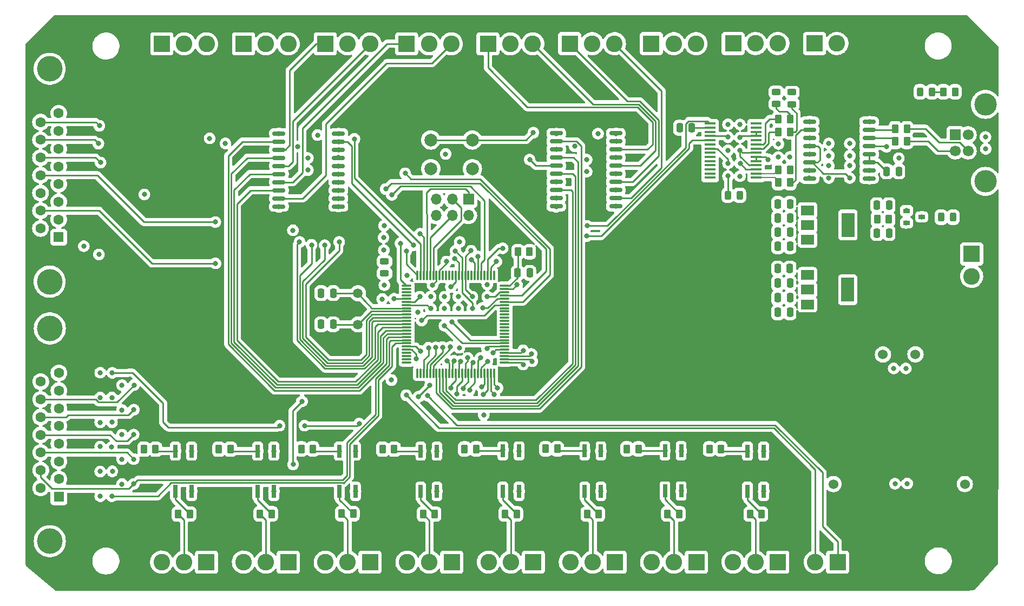
<source format=gtl>
%TF.GenerationSoftware,KiCad,Pcbnew,(6.0.0)*%
%TF.CreationDate,2022-05-07T11:17:07+05:30*%
%TF.ProjectId,Motion_Control_Board2.0,4d6f7469-6f6e-45f4-936f-6e74726f6c5f,rev?*%
%TF.SameCoordinates,Original*%
%TF.FileFunction,Copper,L1,Top*%
%TF.FilePolarity,Positive*%
%FSLAX46Y46*%
G04 Gerber Fmt 4.6, Leading zero omitted, Abs format (unit mm)*
G04 Created by KiCad (PCBNEW (6.0.0)) date 2022-05-07 11:17:07*
%MOMM*%
%LPD*%
G01*
G04 APERTURE LIST*
G04 Aperture macros list*
%AMRoundRect*
0 Rectangle with rounded corners*
0 $1 Rounding radius*
0 $2 $3 $4 $5 $6 $7 $8 $9 X,Y pos of 4 corners*
0 Add a 4 corners polygon primitive as box body*
4,1,4,$2,$3,$4,$5,$6,$7,$8,$9,$2,$3,0*
0 Add four circle primitives for the rounded corners*
1,1,$1+$1,$2,$3*
1,1,$1+$1,$4,$5*
1,1,$1+$1,$6,$7*
1,1,$1+$1,$8,$9*
0 Add four rect primitives between the rounded corners*
20,1,$1+$1,$2,$3,$4,$5,0*
20,1,$1+$1,$4,$5,$6,$7,0*
20,1,$1+$1,$6,$7,$8,$9,0*
20,1,$1+$1,$8,$9,$2,$3,0*%
G04 Aperture macros list end*
%TA.AperFunction,SMDPad,CuDef*%
%ADD10RoundRect,0.250000X0.250000X0.475000X-0.250000X0.475000X-0.250000X-0.475000X0.250000X-0.475000X0*%
%TD*%
%TA.AperFunction,SMDPad,CuDef*%
%ADD11RoundRect,0.243750X-0.243750X-0.456250X0.243750X-0.456250X0.243750X0.456250X-0.243750X0.456250X0*%
%TD*%
%TA.AperFunction,ComponentPad*%
%ADD12R,2.600000X2.600000*%
%TD*%
%TA.AperFunction,ComponentPad*%
%ADD13C,2.600000*%
%TD*%
%TA.AperFunction,SMDPad,CuDef*%
%ADD14RoundRect,0.075000X-0.075000X0.662500X-0.075000X-0.662500X0.075000X-0.662500X0.075000X0.662500X0*%
%TD*%
%TA.AperFunction,SMDPad,CuDef*%
%ADD15RoundRect,0.075000X-0.662500X0.075000X-0.662500X-0.075000X0.662500X-0.075000X0.662500X0.075000X0*%
%TD*%
%TA.AperFunction,SMDPad,CuDef*%
%ADD16RoundRect,0.250000X-0.250000X-0.475000X0.250000X-0.475000X0.250000X0.475000X-0.250000X0.475000X0*%
%TD*%
%TA.AperFunction,ComponentPad*%
%ADD17C,4.000000*%
%TD*%
%TA.AperFunction,ComponentPad*%
%ADD18R,1.600000X1.600000*%
%TD*%
%TA.AperFunction,ComponentPad*%
%ADD19C,1.600000*%
%TD*%
%TA.AperFunction,SMDPad,CuDef*%
%ADD20R,0.640000X2.000000*%
%TD*%
%TA.AperFunction,SMDPad,CuDef*%
%ADD21R,2.000000X1.500000*%
%TD*%
%TA.AperFunction,SMDPad,CuDef*%
%ADD22R,2.000000X3.800000*%
%TD*%
%TA.AperFunction,SMDPad,CuDef*%
%ADD23RoundRect,0.250000X-0.262500X-0.450000X0.262500X-0.450000X0.262500X0.450000X-0.262500X0.450000X0*%
%TD*%
%TA.AperFunction,SMDPad,CuDef*%
%ADD24RoundRect,0.250000X0.262500X0.450000X-0.262500X0.450000X-0.262500X-0.450000X0.262500X-0.450000X0*%
%TD*%
%TA.AperFunction,SMDPad,CuDef*%
%ADD25RoundRect,0.243750X0.456250X-0.243750X0.456250X0.243750X-0.456250X0.243750X-0.456250X-0.243750X0*%
%TD*%
%TA.AperFunction,SMDPad,CuDef*%
%ADD26RoundRect,0.150000X-0.875000X-0.150000X0.875000X-0.150000X0.875000X0.150000X-0.875000X0.150000X0*%
%TD*%
%TA.AperFunction,SMDPad,CuDef*%
%ADD27RoundRect,0.243750X-0.456250X0.243750X-0.456250X-0.243750X0.456250X-0.243750X0.456250X0.243750X0*%
%TD*%
%TA.AperFunction,SMDPad,CuDef*%
%ADD28RoundRect,0.243750X0.243750X0.456250X-0.243750X0.456250X-0.243750X-0.456250X0.243750X-0.456250X0*%
%TD*%
%TA.AperFunction,ComponentPad*%
%ADD29C,1.500000*%
%TD*%
%TA.AperFunction,SMDPad,CuDef*%
%ADD30RoundRect,0.150000X0.875000X0.150000X-0.875000X0.150000X-0.875000X-0.150000X0.875000X-0.150000X0*%
%TD*%
%TA.AperFunction,ComponentPad*%
%ADD31R,1.700000X1.700000*%
%TD*%
%TA.AperFunction,ComponentPad*%
%ADD32C,1.700000*%
%TD*%
%TA.AperFunction,ComponentPad*%
%ADD33C,3.500000*%
%TD*%
%TA.AperFunction,ComponentPad*%
%ADD34O,1.700000X1.700000*%
%TD*%
%TA.AperFunction,SMDPad,CuDef*%
%ADD35R,1.750000X0.450000*%
%TD*%
%TA.AperFunction,SMDPad,CuDef*%
%ADD36R,1.000000X0.700000*%
%TD*%
%TA.AperFunction,ComponentPad*%
%ADD37C,2.000000*%
%TD*%
%TA.AperFunction,ComponentPad*%
%ADD38C,1.524000*%
%TD*%
%TA.AperFunction,ViaPad*%
%ADD39C,0.800000*%
%TD*%
%TA.AperFunction,Conductor*%
%ADD40C,0.250000*%
%TD*%
%TA.AperFunction,Conductor*%
%ADD41C,0.200000*%
%TD*%
G04 APERTURE END LIST*
D10*
%TO.P,C26,1*%
%TO.N,XTAL_1*%
X118843099Y-109356987D03*
%TO.P,C26,2*%
%TO.N,MPG_GND*%
X116943099Y-109356987D03*
%TD*%
D11*
%TO.P,D1,1,K*%
%TO.N,GND_USB*%
X210648299Y-72984187D03*
%TO.P,D1,2,A*%
%TO.N,Net-(D1-Pad2)*%
X212523299Y-72984187D03*
%TD*%
D12*
%TO.P,J6,1,Pin_1*%
%TO.N,12V_OUT*%
X124613899Y-146567987D03*
D13*
%TO.P,J6,2,Pin_2*%
%TO.N,Limit_SW_3*%
X121113899Y-146567987D03*
%TO.P,J6,3,Pin_3*%
%TO.N,0V_OUT*%
X117613899Y-146567987D03*
%TD*%
D14*
%TO.P,U14,1,PG5*%
%TO.N,unconnected-(U14-Pad1)*%
X143999699Y-101669087D03*
%TO.P,U14,2,PE0*%
%TO.N,RXD_0*%
X143499699Y-101669087D03*
%TO.P,U14,3,PE1*%
%TO.N,TXD_0*%
X142999699Y-101669087D03*
%TO.P,U14,4,PE2*%
%TO.N,unconnected-(U14-Pad4)*%
X142499699Y-101669087D03*
%TO.P,U14,5,PE3*%
%TO.N,PWM_3*%
X141999699Y-101669087D03*
%TO.P,U14,6,PE4*%
%TO.N,PWM_2*%
X141499699Y-101669087D03*
%TO.P,U14,7,PE5*%
%TO.N,PWM_1*%
X140999699Y-101669087D03*
%TO.P,U14,8,PE6*%
%TO.N,unconnected-(U14-Pad8)*%
X140499699Y-101669087D03*
%TO.P,U14,9,PE7*%
%TO.N,unconnected-(U14-Pad9)*%
X139999699Y-101669087D03*
%TO.P,U14,10,VCC*%
%TO.N,5V_OUT_1*%
X139499699Y-101669087D03*
%TO.P,U14,11,GND*%
%TO.N,MPG_GND*%
X138999699Y-101669087D03*
%TO.P,U14,12,PH0*%
%TO.N,RXD_2*%
X138499699Y-101669087D03*
%TO.P,U14,13,PH1*%
%TO.N,TXD_2*%
X137999699Y-101669087D03*
%TO.P,U14,14,PH2*%
%TO.N,unconnected-(U14-Pad14)*%
X137499699Y-101669087D03*
%TO.P,U14,15,PH3*%
%TO.N,unconnected-(U14-Pad15)*%
X136999699Y-101669087D03*
%TO.P,U14,16,PH4*%
%TO.N,unconnected-(U14-Pad16)*%
X136499699Y-101669087D03*
%TO.P,U14,17,PH5*%
%TO.N,unconnected-(U14-Pad17)*%
X135999699Y-101669087D03*
%TO.P,U14,18,PH6*%
%TO.N,PWM_4*%
X135499699Y-101669087D03*
%TO.P,U14,19,PB0*%
%TO.N,Led*%
X134999699Y-101669087D03*
%TO.P,U14,20,PB1*%
%TO.N,SCK*%
X134499699Y-101669087D03*
%TO.P,U14,21,PB2*%
%TO.N,MOSI*%
X133999699Y-101669087D03*
%TO.P,U14,22,PB3*%
%TO.N,MISO*%
X133499699Y-101669087D03*
%TO.P,U14,23,PB4*%
%TO.N,2OE_f*%
X132999699Y-101669087D03*
%TO.P,U14,24,PB5*%
%TO.N,1OE_f*%
X132499699Y-101669087D03*
%TO.P,U14,25,PB6*%
%TO.N,2OE_s*%
X131999699Y-101669087D03*
D15*
%TO.P,U14,26,PB7*%
%TO.N,1OE_s*%
X130337199Y-103331587D03*
%TO.P,U14,27,PH7*%
%TO.N,unconnected-(U14-Pad27)*%
X130337199Y-103831587D03*
%TO.P,U14,28,PG3*%
%TO.N,unconnected-(U14-Pad28)*%
X130337199Y-104331587D03*
%TO.P,U14,29,PG4*%
%TO.N,unconnected-(U14-Pad29)*%
X130337199Y-104831587D03*
%TO.P,U14,30,~{RESET}*%
%TO.N,DTR_prg*%
X130337199Y-105331587D03*
%TO.P,U14,31,VCC*%
%TO.N,5V_OUT_1*%
X130337199Y-105831587D03*
%TO.P,U14,32,GND*%
%TO.N,MPG_GND*%
X130337199Y-106331587D03*
%TO.P,U14,33,XTAL2*%
%TO.N,XTAL_2*%
X130337199Y-106831587D03*
%TO.P,U14,34,XTAL1*%
%TO.N,XTAL_1*%
X130337199Y-107331587D03*
%TO.P,U14,35,PL0*%
%TO.N,uC_Dir_4*%
X130337199Y-107831587D03*
%TO.P,U14,36,PL1*%
%TO.N,uC_Step_4*%
X130337199Y-108331587D03*
%TO.P,U14,37,PL2*%
%TO.N,uC_Dir_3*%
X130337199Y-108831587D03*
%TO.P,U14,38,PL3*%
%TO.N,uC_Step_3*%
X130337199Y-109331587D03*
%TO.P,U14,39,PL4*%
%TO.N,uC_Dir_2*%
X130337199Y-109831587D03*
%TO.P,U14,40,PL5*%
%TO.N,uC_Step_2*%
X130337199Y-110331587D03*
%TO.P,U14,41,PL6*%
%TO.N,uC_Dir_1*%
X130337199Y-110831587D03*
%TO.P,U14,42,PL7*%
%TO.N,uC_Step_1*%
X130337199Y-111331587D03*
%TO.P,U14,43,PD0*%
%TO.N,uC_MPG_ENC_B*%
X130337199Y-111831587D03*
%TO.P,U14,44,PD1*%
%TO.N,uC_MPG_ENC_A*%
X130337199Y-112331587D03*
%TO.P,U14,45,PD2*%
%TO.N,RXD_1*%
X130337199Y-112831587D03*
%TO.P,U14,46,PD3*%
%TO.N,TXD_1*%
X130337199Y-113331587D03*
%TO.P,U14,47,PD4*%
%TO.N,unconnected-(U14-Pad47)*%
X130337199Y-113831587D03*
%TO.P,U14,48,PD5*%
%TO.N,unconnected-(U14-Pad48)*%
X130337199Y-114331587D03*
%TO.P,U14,49,PD6*%
%TO.N,unconnected-(U14-Pad49)*%
X130337199Y-114831587D03*
%TO.P,U14,50,PD7*%
%TO.N,unconnected-(U14-Pad50)*%
X130337199Y-115331587D03*
D14*
%TO.P,U14,51,PG0*%
%TO.N,unconnected-(U14-Pad51)*%
X131999699Y-116994087D03*
%TO.P,U14,52,PG1*%
%TO.N,unconnected-(U14-Pad52)*%
X132499699Y-116994087D03*
%TO.P,U14,53,PC0*%
%TO.N,uC_Dir_8*%
X132999699Y-116994087D03*
%TO.P,U14,54,PC1*%
%TO.N,uC_Step_8*%
X133499699Y-116994087D03*
%TO.P,U14,55,PC2*%
%TO.N,uC_Dir_7*%
X133999699Y-116994087D03*
%TO.P,U14,56,PC3*%
%TO.N,uC_Step_7*%
X134499699Y-116994087D03*
%TO.P,U14,57,PC4*%
%TO.N,uC_Step_5*%
X134999699Y-116994087D03*
%TO.P,U14,58,PC5*%
%TO.N,uC_Dir_5*%
X135499699Y-116994087D03*
%TO.P,U14,59,PC6*%
%TO.N,uC_Step_6*%
X135999699Y-116994087D03*
%TO.P,U14,60,PC7*%
%TO.N,uC_Dir_6*%
X136499699Y-116994087D03*
%TO.P,U14,61,VCC*%
%TO.N,5V_OUT_1*%
X136999699Y-116994087D03*
%TO.P,U14,62,GND*%
%TO.N,MPG_GND*%
X137499699Y-116994087D03*
%TO.P,U14,63,PJ0*%
%TO.N,uC_MPG_IN_X*%
X137999699Y-116994087D03*
%TO.P,U14,64,PJ1*%
%TO.N,uC_MPG_IN_Y*%
X138499699Y-116994087D03*
%TO.P,U14,65,PJ2*%
%TO.N,uC_MPG_IN_Z*%
X138999699Y-116994087D03*
%TO.P,U14,66,PJ3*%
%TO.N,uC_MPG_IN_4*%
X139499699Y-116994087D03*
%TO.P,U14,67,PJ4*%
%TO.N,uC_MPG_IN_5*%
X139999699Y-116994087D03*
%TO.P,U14,68,PJ5*%
%TO.N,uC_MPG_IN_6*%
X140499699Y-116994087D03*
%TO.P,U14,69,PJ6*%
%TO.N,uC_MPG_IN_X1*%
X140999699Y-116994087D03*
%TO.P,U14,70,PG2*%
%TO.N,uC_MPG_IN_X10*%
X141499699Y-116994087D03*
%TO.P,U14,71,PA7*%
%TO.N,uC_MPG_IN_X100*%
X141999699Y-116994087D03*
%TO.P,U14,72,PA6*%
%TO.N,uC_limit_1*%
X142499699Y-116994087D03*
%TO.P,U14,73,PA5*%
%TO.N,uC_limit_2*%
X142999699Y-116994087D03*
%TO.P,U14,74,PA4*%
%TO.N,uC_limit_3*%
X143499699Y-116994087D03*
%TO.P,U14,75,PA3*%
%TO.N,uC_limit_4*%
X143999699Y-116994087D03*
D15*
%TO.P,U14,76,PA2*%
%TO.N,uC_limit_5*%
X145662199Y-115331587D03*
%TO.P,U14,77,PA1*%
%TO.N,uC_limit_6*%
X145662199Y-114831587D03*
%TO.P,U14,78,PA0*%
%TO.N,uC_limit_7*%
X145662199Y-114331587D03*
%TO.P,U14,79,PJ7*%
%TO.N,uC_limit_8*%
X145662199Y-113831587D03*
%TO.P,U14,80,VCC*%
%TO.N,5V_OUT_1*%
X145662199Y-113331587D03*
%TO.P,U14,81,GND*%
%TO.N,MPG_GND*%
X145662199Y-112831587D03*
%TO.P,U14,82,PK7*%
%TO.N,Digital_1*%
X145662199Y-112331587D03*
%TO.P,U14,83,PK6*%
%TO.N,Digital_2*%
X145662199Y-111831587D03*
%TO.P,U14,84,PK5*%
%TO.N,unconnected-(U14-Pad84)*%
X145662199Y-111331587D03*
%TO.P,U14,85,PK4*%
%TO.N,unconnected-(U14-Pad85)*%
X145662199Y-110831587D03*
%TO.P,U14,86,PK3*%
%TO.N,unconnected-(U14-Pad86)*%
X145662199Y-110331587D03*
%TO.P,U14,87,PK2*%
%TO.N,unconnected-(U14-Pad87)*%
X145662199Y-109831587D03*
%TO.P,U14,88,PK1*%
%TO.N,unconnected-(U14-Pad88)*%
X145662199Y-109331587D03*
%TO.P,U14,89,PK0*%
%TO.N,unconnected-(U14-Pad89)*%
X145662199Y-108831587D03*
%TO.P,U14,90,PF7*%
%TO.N,unconnected-(U14-Pad90)*%
X145662199Y-108331587D03*
%TO.P,U14,91,PF6*%
%TO.N,unconnected-(U14-Pad91)*%
X145662199Y-107831587D03*
%TO.P,U14,92,PF5*%
%TO.N,unconnected-(U14-Pad92)*%
X145662199Y-107331587D03*
%TO.P,U14,93,PF4*%
%TO.N,unconnected-(U14-Pad93)*%
X145662199Y-106831587D03*
%TO.P,U14,94,PF3*%
%TO.N,Analog_4*%
X145662199Y-106331587D03*
%TO.P,U14,95,PF2*%
%TO.N,Analog_3*%
X145662199Y-105831587D03*
%TO.P,U14,96,PF1*%
%TO.N,Analog_2*%
X145662199Y-105331587D03*
%TO.P,U14,97,PF0*%
%TO.N,Analog_1*%
X145662199Y-104831587D03*
%TO.P,U14,98,AREF*%
%TO.N,AREF*%
X145662199Y-104331587D03*
%TO.P,U14,99,GND*%
%TO.N,MPG_GND*%
X145662199Y-103831587D03*
%TO.P,U14,100,AVCC*%
%TO.N,AVCC*%
X145662199Y-103331587D03*
%TD*%
D12*
%TO.P,J20,1,Pin_1*%
%TO.N,12V_OUT*%
X175667899Y-146570187D03*
D13*
%TO.P,J20,2,Pin_2*%
%TO.N,Limit_SW_7*%
X172167899Y-146570187D03*
%TO.P,J20,3,Pin_3*%
%TO.N,0V_OUT*%
X168667899Y-146570187D03*
%TD*%
D16*
%TO.P,C20,1*%
%TO.N,DTR_prg*%
X173031299Y-78597587D03*
%TO.P,C20,2*%
%TO.N,Net-(C20-Pad2)*%
X174931299Y-78597587D03*
%TD*%
D17*
%TO.P,J23,0*%
%TO.N,N/C*%
X74488731Y-102685200D03*
X74488731Y-69385200D03*
D18*
%TO.P,J23,1,1*%
%TO.N,5V_OUT_1*%
X75908731Y-95730200D03*
D19*
%TO.P,J23,2,2*%
%TO.N,Digital_2*%
X75908731Y-92960200D03*
%TO.P,J23,3,3*%
%TO.N,TXD_2*%
X75908731Y-90190200D03*
%TO.P,J23,4,4*%
%TO.N,PWM_1*%
X75908731Y-87420200D03*
%TO.P,J23,5,5*%
%TO.N,PWM_3*%
X75908731Y-84650200D03*
%TO.P,J23,6,6*%
%TO.N,Analog_1*%
X75908731Y-81880200D03*
%TO.P,J23,7,7*%
%TO.N,Analog_3*%
X75908731Y-79110200D03*
%TO.P,J23,8,8*%
%TO.N,MPG_GND*%
X75908731Y-76340200D03*
%TO.P,J23,9,P9*%
%TO.N,Digital_1*%
X73068731Y-94345200D03*
%TO.P,J23,10,P10*%
%TO.N,RXD_2*%
X73068731Y-91575200D03*
%TO.P,J23,11,P111*%
%TO.N,MPG_GND*%
X73068731Y-88805200D03*
%TO.P,J23,12,P12*%
%TO.N,PWM_2*%
X73068731Y-86035200D03*
%TO.P,J23,13,P13*%
%TO.N,PWM_4*%
X73068731Y-83265200D03*
%TO.P,J23,14,P14*%
%TO.N,Analog_2*%
X73068731Y-80495200D03*
%TO.P,J23,15,P15*%
%TO.N,Analog_4*%
X73068731Y-77725200D03*
%TD*%
D17*
%TO.P,J3,0*%
%TO.N,N/C*%
X74514131Y-143299800D03*
X74514131Y-109999800D03*
D18*
%TO.P,J3,1,1*%
%TO.N,5V_OUT_2*%
X75934131Y-136344800D03*
D19*
%TO.P,J3,2,2*%
%TO.N,uC_MPG_ENC_A*%
X75934131Y-133574800D03*
%TO.P,J3,3,3*%
%TO.N,uC_MPG_IN_X*%
X75934131Y-130804800D03*
%TO.P,J3,4,4*%
%TO.N,uC_MPG_IN_Z*%
X75934131Y-128034800D03*
%TO.P,J3,5,5*%
%TO.N,uC_MPG_IN_5*%
X75934131Y-125264800D03*
%TO.P,J3,6,6*%
%TO.N,uC_MPG_IN_X1*%
X75934131Y-122494800D03*
%TO.P,J3,7,7*%
%TO.N,uC_MPG_IN_X100*%
X75934131Y-119724800D03*
%TO.P,J3,8,8*%
%TO.N,unconnected-(J3-Pad8)*%
X75934131Y-116954800D03*
%TO.P,J3,9,P9*%
%TO.N,MPG_GND*%
X73094131Y-134959800D03*
%TO.P,J3,10,P10*%
%TO.N,uC_MPG_ENC_B*%
X73094131Y-132189800D03*
%TO.P,J3,11,P111*%
%TO.N,uC_MPG_IN_Y*%
X73094131Y-129419800D03*
%TO.P,J3,12,P12*%
%TO.N,uC_MPG_IN_6*%
X73094131Y-126649800D03*
%TO.P,J3,13,P13*%
%TO.N,uC_MPG_IN_4*%
X73094131Y-123879800D03*
%TO.P,J3,14,P14*%
%TO.N,uC_MPG_IN_X10*%
X73094131Y-121109800D03*
%TO.P,J3,15,P15*%
%TO.N,MPG_GND*%
X73094131Y-118339800D03*
%TD*%
D20*
%TO.P,U10,1*%
%TO.N,Net-(R41-Pad2)*%
X183641599Y-135493987D03*
%TO.P,U10,2*%
%TO.N,0V_OUT*%
X186181599Y-135493987D03*
%TO.P,U10,3*%
%TO.N,MPG_GND*%
X186181599Y-129193987D03*
%TO.P,U10,4*%
%TO.N,uC_limit_8*%
X183641599Y-129193987D03*
%TD*%
D21*
%TO.P,U1,1,GND*%
%TO.N,MPG_GND*%
X193066099Y-91512187D03*
%TO.P,U1,2,VO*%
%TO.N,5V_OUT_1*%
X193066099Y-93812187D03*
%TO.P,U1,3,VI*%
%TO.N,12V_IN*%
X193066099Y-96112187D03*
D22*
%TO.P,U1,4*%
%TO.N,N/C*%
X199366099Y-93812187D03*
%TD*%
D23*
%TO.P,R39,1*%
%TO.N,Limit_SW_7*%
X171148599Y-139024187D03*
%TO.P,R39,2*%
%TO.N,Net-(R39-Pad2)*%
X172973599Y-139024187D03*
%TD*%
D24*
%TO.P,FB1,1*%
%TO.N,Net-(C6-Pad1)*%
X205766899Y-92897787D03*
%TO.P,FB1,2*%
%TO.N,12V_IN*%
X203941899Y-92897787D03*
%TD*%
D23*
%TO.P,R28,1*%
%TO.N,/USB_Programmer/RXD_led*%
X188473299Y-79232587D03*
%TO.P,R28,2*%
%TO.N,Net-(D3-Pad1)*%
X190298299Y-79232587D03*
%TD*%
D25*
%TO.P,D2,1,K*%
%TO.N,Net-(D2-Pad1)*%
X188164699Y-74884587D03*
%TO.P,D2,2,A*%
%TO.N,5V_OUT_1*%
X188164699Y-73009587D03*
%TD*%
D23*
%TO.P,R36,1*%
%TO.N,5V_OUT_2*%
X100942999Y-128889587D03*
%TO.P,R36,2*%
%TO.N,uC_limit_2*%
X102767999Y-128889587D03*
%TD*%
D20*
%TO.P,U5,1*%
%TO.N,Net-(R13-Pad2)*%
X107035199Y-135493987D03*
%TO.P,U5,2*%
%TO.N,0V_OUT*%
X109575199Y-135493987D03*
%TO.P,U5,3*%
%TO.N,MPG_GND*%
X109575199Y-129193987D03*
%TO.P,U5,4*%
%TO.N,uC_limit_2*%
X107035199Y-129193987D03*
%TD*%
D10*
%TO.P,C7,1*%
%TO.N,5V_OUT_1*%
X190298299Y-92770787D03*
%TO.P,C7,2*%
%TO.N,MPG_GND*%
X188398299Y-92770787D03*
%TD*%
D26*
%TO.P,U15,1,1OE*%
%TO.N,1OE_f*%
X110360899Y-79486587D03*
%TO.P,U15,2,1A0*%
%TO.N,uC_Step_1*%
X110360899Y-80756587D03*
%TO.P,U15,3,2Y0*%
%TO.N,STEP_3*%
X110360899Y-82026587D03*
%TO.P,U15,4,1A1*%
%TO.N,uC_Dir_1*%
X110360899Y-83296587D03*
%TO.P,U15,5,2Y1*%
%TO.N,DIR_3*%
X110360899Y-84566587D03*
%TO.P,U15,6,1A2*%
%TO.N,uC_Step_2*%
X110360899Y-85836587D03*
%TO.P,U15,7,2Y2*%
%TO.N,STEP_4*%
X110360899Y-87106587D03*
%TO.P,U15,8,1A3*%
%TO.N,uC_Dir_2*%
X110360899Y-88376587D03*
%TO.P,U15,9,2Y3*%
%TO.N,DIR_4*%
X110360899Y-89646587D03*
%TO.P,U15,10,GND*%
%TO.N,MPG_GND*%
X110360899Y-90916587D03*
%TO.P,U15,11,2A3*%
%TO.N,uC_Dir_4*%
X119660899Y-90916587D03*
%TO.P,U15,12,1Y3*%
%TO.N,DIR_2*%
X119660899Y-89646587D03*
%TO.P,U15,13,2A2*%
%TO.N,uC_Step_4*%
X119660899Y-88376587D03*
%TO.P,U15,14,1Y2*%
%TO.N,STEP_2*%
X119660899Y-87106587D03*
%TO.P,U15,15,2A1*%
%TO.N,uC_Dir_3*%
X119660899Y-85836587D03*
%TO.P,U15,16,1Y1*%
%TO.N,DIR_1*%
X119660899Y-84566587D03*
%TO.P,U15,17,2A0*%
%TO.N,uC_Step_3*%
X119660899Y-83296587D03*
%TO.P,U15,18,1Y0*%
%TO.N,STEP_1*%
X119660899Y-82026587D03*
%TO.P,U15,19,2OE*%
%TO.N,2OE_f*%
X119660899Y-80756587D03*
%TO.P,U15,20,VCC*%
%TO.N,5V_OUT_2*%
X119660899Y-79486587D03*
%TD*%
D20*
%TO.P,U4,1*%
%TO.N,Net-(R12-Pad2)*%
X119785999Y-135494387D03*
%TO.P,U4,2*%
%TO.N,0V_OUT*%
X122325999Y-135494387D03*
%TO.P,U4,3*%
%TO.N,MPG_GND*%
X122325999Y-129194387D03*
%TO.P,U4,4*%
%TO.N,uC_limit_3*%
X119785999Y-129194387D03*
%TD*%
D16*
%TO.P,C31,1*%
%TO.N,AVCC*%
X147682099Y-101305187D03*
%TO.P,C31,2*%
%TO.N,MPG_GND*%
X149582099Y-101305187D03*
%TD*%
D24*
%TO.P,R22,1*%
%TO.N,V_USB*%
X216124800Y-72974200D03*
%TO.P,R22,2*%
%TO.N,Net-(D1-Pad2)*%
X214299800Y-72974200D03*
%TD*%
D23*
%TO.P,R13,1*%
%TO.N,Limit_SW_2*%
X107394599Y-139024187D03*
%TO.P,R13,2*%
%TO.N,Net-(R13-Pad2)*%
X109219599Y-139024187D03*
%TD*%
D10*
%TO.P,C8,1*%
%TO.N,5V_OUT_2*%
X190298299Y-102930787D03*
%TO.P,C8,2*%
%TO.N,MPG_GND*%
X188398299Y-102930787D03*
%TD*%
D12*
%TO.P,J4,1,Pin_1*%
%TO.N,12V_OUT*%
X99010699Y-146567987D03*
D13*
%TO.P,J4,2,Pin_2*%
%TO.N,Limit_SW_1*%
X95510699Y-146567987D03*
%TO.P,J4,3,Pin_3*%
%TO.N,0V_OUT*%
X92010699Y-146567987D03*
%TD*%
D10*
%TO.P,C2,1*%
%TO.N,12V_IN*%
X190298299Y-107502787D03*
%TO.P,C2,2*%
%TO.N,MPG_GND*%
X188398299Y-107502787D03*
%TD*%
D12*
%TO.P,J19,1,Pin_1*%
%TO.N,12V_OUT*%
X162942499Y-146570187D03*
D13*
%TO.P,J19,2,Pin_2*%
%TO.N,Limit_SW_6*%
X159442499Y-146570187D03*
%TO.P,J19,3,Pin_3*%
%TO.N,0V_OUT*%
X155942499Y-146570187D03*
%TD*%
D23*
%TO.P,R26,1*%
%TO.N,D-*%
X188471399Y-85201587D03*
%TO.P,R26,2*%
%TO.N,Net-(R26-Pad2)*%
X190296399Y-85201587D03*
%TD*%
D20*
%TO.P,U8,1*%
%TO.N,Net-(R39-Pad2)*%
X170738399Y-135443187D03*
%TO.P,U8,2*%
%TO.N,0V_OUT*%
X173278399Y-135443187D03*
%TO.P,U8,3*%
%TO.N,MPG_GND*%
X173278399Y-129143187D03*
%TO.P,U8,4*%
%TO.N,uC_limit_7*%
X170738399Y-129143187D03*
%TD*%
D27*
%TO.P,D5,1,K*%
%TO.N,MPG_GND*%
X126873000Y-99517200D03*
%TO.P,D5,2,A*%
%TO.N,Net-(D5-Pad2)*%
X126873000Y-101392200D03*
%TD*%
D23*
%TO.P,R37,1*%
%TO.N,5V_OUT_2*%
X126571599Y-128889587D03*
%TO.P,R37,2*%
%TO.N,uC_limit_4*%
X128396599Y-128889587D03*
%TD*%
D21*
%TO.P,U2,1,GND*%
%TO.N,MPG_GND*%
X193041099Y-101646787D03*
%TO.P,U2,2,VO*%
%TO.N,5V_OUT_2*%
X193041099Y-103946787D03*
%TO.P,U2,3,VI*%
%TO.N,12V_IN*%
X193041099Y-106246787D03*
D22*
%TO.P,U2,4*%
%TO.N,N/C*%
X199341099Y-103946787D03*
%TD*%
D10*
%TO.P,C1,1*%
%TO.N,12V_IN*%
X190298299Y-97139587D03*
%TO.P,C1,2*%
%TO.N,MPG_GND*%
X188398299Y-97139587D03*
%TD*%
D12*
%TO.P,J18,1,Pin_1*%
%TO.N,12V_OUT*%
X150135699Y-146570187D03*
D13*
%TO.P,J18,2,Pin_2*%
%TO.N,Limit_SW_5*%
X146635699Y-146570187D03*
%TO.P,J18,3,Pin_3*%
%TO.N,0V_OUT*%
X143135699Y-146570187D03*
%TD*%
D28*
%TO.P,D4,1,K*%
%TO.N,MPG_GND*%
X182449699Y-89163987D03*
%TO.P,D4,2,A*%
%TO.N,Net-(D4-Pad2)*%
X180574699Y-89163987D03*
%TD*%
D20*
%TO.P,U6,1*%
%TO.N,Net-(R14-Pad2)*%
X132536799Y-135494387D03*
%TO.P,U6,2*%
%TO.N,0V_OUT*%
X135076799Y-135494387D03*
%TO.P,U6,3*%
%TO.N,MPG_GND*%
X135076799Y-129194387D03*
%TO.P,U6,4*%
%TO.N,uC_limit_4*%
X132536799Y-129194387D03*
%TD*%
D29*
%TO.P,Y1,1,1*%
%TO.N,XTAL_1*%
X122729299Y-109368587D03*
%TO.P,Y1,2,2*%
%TO.N,XTAL_2*%
X122729299Y-104488587D03*
%TD*%
D16*
%TO.P,C13,1*%
%TO.N,VDD1*%
X205416299Y-85430187D03*
%TO.P,C13,2*%
%TO.N,GND_USB*%
X207316299Y-85430187D03*
%TD*%
D12*
%TO.P,J16,1,Pin_1*%
%TO.N,STEP_8*%
X181419437Y-65414456D03*
D13*
%TO.P,J16,2,Pin_2*%
%TO.N,MPG_GND*%
X184919437Y-65414456D03*
%TO.P,J16,3,Pin_3*%
%TO.N,DIR_8*%
X188419437Y-65414456D03*
%TD*%
D30*
%TO.P,U12,1,VBUS1*%
%TO.N,V_USB*%
X202669899Y-86547787D03*
%TO.P,U12,2,GND1*%
%TO.N,GND_USB*%
X202669899Y-85277787D03*
%TO.P,U12,3,VDD1*%
%TO.N,VDD1*%
X202669899Y-84007787D03*
%TO.P,U12,4,PDEN*%
X202669899Y-82737787D03*
%TO.P,U12,5,SPU*%
%TO.N,SPU*%
X202669899Y-81467787D03*
%TO.P,U12,6,UD-*%
%TO.N,Net-(R21-Pad1)*%
X202669899Y-80197787D03*
%TO.P,U12,7,UD+*%
%TO.N,Net-(R20-Pad1)*%
X202669899Y-78927787D03*
%TO.P,U12,8,GND1*%
%TO.N,GND_USB*%
X202669899Y-77657787D03*
%TO.P,U12,9,GND2*%
%TO.N,MPG_GND*%
X193369899Y-77657787D03*
%TO.P,U12,10,DD+*%
%TO.N,Net-(R25-Pad2)*%
X193369899Y-78927787D03*
%TO.P,U12,11,DD-*%
%TO.N,Net-(R26-Pad2)*%
X193369899Y-80197787D03*
%TO.P,U12,12,PIN*%
%TO.N,VDD2*%
X193369899Y-81467787D03*
%TO.P,U12,13,SPD*%
%TO.N,SPD*%
X193369899Y-82737787D03*
%TO.P,U12,14,VDD2*%
%TO.N,VDD2*%
X193369899Y-84007787D03*
%TO.P,U12,15,GND2*%
%TO.N,MPG_GND*%
X193369899Y-85277787D03*
%TO.P,U12,16,VBUS2*%
%TO.N,5V_OUT_1*%
X193369899Y-86547787D03*
%TD*%
D23*
%TO.P,R25,1*%
%TO.N,D+*%
X188484437Y-87182256D03*
%TO.P,R25,2*%
%TO.N,Net-(R25-Pad2)*%
X190309437Y-87182256D03*
%TD*%
%TO.P,R41,1*%
%TO.N,Limit_SW_8*%
X184051799Y-139049587D03*
%TO.P,R41,2*%
%TO.N,Net-(R41-Pad2)*%
X185876799Y-139049587D03*
%TD*%
%TO.P,R38,1*%
%TO.N,5V_OUT_2*%
X89235499Y-128889587D03*
%TO.P,R38,2*%
%TO.N,uC_limit_1*%
X91060499Y-128889587D03*
%TD*%
D12*
%TO.P,J10,1,Pin_1*%
%TO.N,STEP_1*%
X92042037Y-65467456D03*
D13*
%TO.P,J10,2,Pin_2*%
%TO.N,MPG_GND*%
X95542037Y-65467456D03*
%TO.P,J10,3,Pin_3*%
%TO.N,DIR_1*%
X99042037Y-65467456D03*
%TD*%
D23*
%TO.P,R16,1*%
%TO.N,5V_OUT_2*%
X113846199Y-128864187D03*
%TO.P,R16,2*%
%TO.N,uC_limit_3*%
X115671199Y-128864187D03*
%TD*%
%TO.P,R27,1*%
%TO.N,/USB_Programmer/TXD_led*%
X188473299Y-77225987D03*
%TO.P,R27,2*%
%TO.N,Net-(D2-Pad1)*%
X190298299Y-77225987D03*
%TD*%
D25*
%TO.P,D3,1,K*%
%TO.N,Net-(D3-Pad1)*%
X190603099Y-74909987D03*
%TO.P,D3,2,A*%
%TO.N,5V_OUT_1*%
X190603099Y-73034987D03*
%TD*%
D12*
%TO.P,J13,1,Pin_1*%
%TO.N,STEP_5*%
X143065437Y-65465256D03*
D13*
%TO.P,J13,2,Pin_2*%
%TO.N,MPG_GND*%
X146565437Y-65465256D03*
%TO.P,J13,3,Pin_3*%
%TO.N,DIR_5*%
X150065437Y-65465256D03*
%TD*%
D12*
%TO.P,J5,1,Pin_1*%
%TO.N,12V_OUT*%
X111812299Y-146567987D03*
D13*
%TO.P,J5,2,Pin_2*%
%TO.N,Limit_SW_2*%
X108312299Y-146567987D03*
%TO.P,J5,3,Pin_3*%
%TO.N,0V_OUT*%
X104812299Y-146567987D03*
%TD*%
D23*
%TO.P,R44,1*%
%TO.N,5V_OUT_2*%
X152082437Y-128838256D03*
%TO.P,R44,2*%
%TO.N,uC_limit_6*%
X153907437Y-128838256D03*
%TD*%
D31*
%TO.P,J7,1,VBUS*%
%TO.N,V_USB*%
X216156599Y-79709787D03*
D32*
%TO.P,J7,2,D-*%
%TO.N,Net-(J7-Pad2)*%
X216156599Y-82209787D03*
%TO.P,J7,3,D+*%
%TO.N,Net-(J7-Pad3)*%
X218156599Y-82209787D03*
%TO.P,J7,4,GND*%
%TO.N,GND_USB*%
X218156599Y-79709787D03*
D33*
%TO.P,J7,5,Shield*%
%TO.N,Net-(J7-Pad5)*%
X220866599Y-74939787D03*
X220866599Y-86979787D03*
%TD*%
D23*
%TO.P,R12,1*%
%TO.N,Limit_SW_3*%
X120145399Y-138998787D03*
%TO.P,R12,2*%
%TO.N,Net-(R12-Pad2)*%
X121970399Y-138998787D03*
%TD*%
D26*
%TO.P,U16,1,1OE*%
%TO.N,1OE_s*%
X153744099Y-79461187D03*
%TO.P,U16,2,1A0*%
%TO.N,uC_Step_5*%
X153744099Y-80731187D03*
%TO.P,U16,3,2Y0*%
%TO.N,DIR_8*%
X153744099Y-82001187D03*
%TO.P,U16,4,1A1*%
%TO.N,uC_Dir_5*%
X153744099Y-83271187D03*
%TO.P,U16,5,2Y1*%
%TO.N,STEP_8*%
X153744099Y-84541187D03*
%TO.P,U16,6,1A2*%
%TO.N,uC_Step_6*%
X153744099Y-85811187D03*
%TO.P,U16,7,2Y2*%
%TO.N,DIR_7*%
X153744099Y-87081187D03*
%TO.P,U16,8,1A3*%
%TO.N,uC_Dir_6*%
X153744099Y-88351187D03*
%TO.P,U16,9,2Y3*%
%TO.N,STEP_7*%
X153744099Y-89621187D03*
%TO.P,U16,10,GND*%
%TO.N,MPG_GND*%
X153744099Y-90891187D03*
%TO.P,U16,11,2A3*%
%TO.N,uC_Step_7*%
X163044099Y-90891187D03*
%TO.P,U16,12,1Y3*%
%TO.N,DIR_6*%
X163044099Y-89621187D03*
%TO.P,U16,13,2A2*%
%TO.N,uC_Dir_7*%
X163044099Y-88351187D03*
%TO.P,U16,14,1Y2*%
%TO.N,STEP_6*%
X163044099Y-87081187D03*
%TO.P,U16,15,2A1*%
%TO.N,uC_Step_8*%
X163044099Y-85811187D03*
%TO.P,U16,16,1Y1*%
%TO.N,DIR_5*%
X163044099Y-84541187D03*
%TO.P,U16,17,2A0*%
%TO.N,uC_Dir_8*%
X163044099Y-83271187D03*
%TO.P,U16,18,1Y0*%
%TO.N,STEP_5*%
X163044099Y-82001187D03*
%TO.P,U16,19,2OE*%
%TO.N,2OE_s*%
X163044099Y-80731187D03*
%TO.P,U16,20,VCC*%
%TO.N,5V_OUT_2*%
X163044099Y-79461187D03*
%TD*%
D23*
%TO.P,R46,1*%
%TO.N,5V_OUT_2*%
X139398599Y-128864187D03*
%TO.P,R46,2*%
%TO.N,uC_limit_5*%
X141223599Y-128864187D03*
%TD*%
%TO.P,R45,1*%
%TO.N,5V_OUT_2*%
X177699899Y-128864187D03*
%TO.P,R45,2*%
%TO.N,uC_limit_8*%
X179524899Y-128864187D03*
%TD*%
D10*
%TO.P,C11,1*%
%TO.N,5V_OUT_1*%
X190298299Y-90510187D03*
%TO.P,C11,2*%
%TO.N,MPG_GND*%
X188398299Y-90510187D03*
%TD*%
%TO.P,C28,1*%
%TO.N,XTAL_2*%
X118848099Y-104480187D03*
%TO.P,C28,2*%
%TO.N,MPG_GND*%
X116948099Y-104480187D03*
%TD*%
%TO.P,C4,1*%
%TO.N,12V_IN*%
X190298299Y-94955187D03*
%TO.P,C4,2*%
%TO.N,MPG_GND*%
X188398299Y-94955187D03*
%TD*%
D23*
%TO.P,R20,1*%
%TO.N,Net-(R20-Pad1)*%
X206761299Y-78749987D03*
%TO.P,R20,2*%
%TO.N,Net-(J7-Pad3)*%
X208586299Y-78749987D03*
%TD*%
D12*
%TO.P,J2,1,Pin_1*%
%TO.N,12V*%
X218720899Y-98338587D03*
D13*
%TO.P,J2,2,Pin_2*%
%TO.N,MPG_GND*%
X218720899Y-101838587D03*
%TD*%
D28*
%TO.P,F1,1*%
%TO.N,12V*%
X215825299Y-92592987D03*
%TO.P,F1,2*%
%TO.N,Net-(F1-Pad2)*%
X213950299Y-92592987D03*
%TD*%
D12*
%TO.P,J1,1,Pin_1*%
%TO.N,12V*%
X194144837Y-65414456D03*
D13*
%TO.P,J1,2,Pin_2*%
%TO.N,MPG_GND*%
X197644837Y-65414456D03*
%TD*%
D31*
%TO.P,J8,1,MISO*%
%TO.N,MISO*%
X140006299Y-89798987D03*
D34*
%TO.P,J8,2,VCC*%
%TO.N,5V_OUT_1*%
X140006299Y-92338987D03*
%TO.P,J8,3,SCK*%
%TO.N,SCK*%
X137466299Y-89798987D03*
%TO.P,J8,4,MOSI*%
%TO.N,MOSI*%
X137466299Y-92338987D03*
%TO.P,J8,5,~{RST}*%
%TO.N,DTR_prg*%
X134926299Y-89798987D03*
%TO.P,J8,6,GND*%
%TO.N,MPG_GND*%
X134926299Y-92338987D03*
%TD*%
D12*
%TO.P,J17,1,Pin_1*%
%TO.N,12V_OUT*%
X137395299Y-146570187D03*
D13*
%TO.P,J17,2,Pin_2*%
%TO.N,Limit_SW_4*%
X133895299Y-146570187D03*
%TO.P,J17,3,Pin_3*%
%TO.N,0V_OUT*%
X130395299Y-146570187D03*
%TD*%
D10*
%TO.P,C12,1*%
%TO.N,5V_OUT_2*%
X190293299Y-100644787D03*
%TO.P,C12,2*%
%TO.N,MPG_GND*%
X188393299Y-100644787D03*
%TD*%
D24*
%TO.P,FB2,1*%
%TO.N,5V_OUT_1*%
X149556699Y-98003187D03*
%TO.P,FB2,2*%
%TO.N,AVCC*%
X147731699Y-98003187D03*
%TD*%
D20*
%TO.P,U7,1*%
%TO.N,Net-(R15-Pad2)*%
X94157399Y-135493587D03*
%TO.P,U7,2*%
%TO.N,0V_OUT*%
X96697399Y-135493587D03*
%TO.P,U7,3*%
%TO.N,MPG_GND*%
X96697399Y-129193587D03*
%TO.P,U7,4*%
%TO.N,uC_limit_1*%
X94157399Y-129193587D03*
%TD*%
D23*
%TO.P,R14,1*%
%TO.N,Limit_SW_4*%
X132921599Y-139049587D03*
%TO.P,R14,2*%
%TO.N,Net-(R14-Pad2)*%
X134746599Y-139049587D03*
%TD*%
D12*
%TO.P,J9,1,Pin_1*%
%TO.N,STEP_4*%
X130325037Y-65465256D03*
D13*
%TO.P,J9,2,Pin_2*%
%TO.N,MPG_GND*%
X133825037Y-65465256D03*
%TO.P,J9,3,Pin_3*%
%TO.N,DIR_4*%
X137325037Y-65465256D03*
%TD*%
D23*
%TO.P,R40,1*%
%TO.N,Limit_SW_6*%
X158550199Y-139049587D03*
%TO.P,R40,2*%
%TO.N,Net-(R40-Pad2)*%
X160375199Y-139049587D03*
%TD*%
%TO.P,R21,1*%
%TO.N,Net-(R21-Pad1)*%
X206761299Y-80731187D03*
%TO.P,R21,2*%
%TO.N,Net-(J7-Pad2)*%
X208586299Y-80731187D03*
%TD*%
D10*
%TO.P,C5,1*%
%TO.N,12V_IN*%
X190298299Y-105216787D03*
%TO.P,C5,2*%
%TO.N,MPG_GND*%
X188398299Y-105216787D03*
%TD*%
D35*
%TO.P,U13,1,TXD*%
%TO.N,RXD_0*%
X177808299Y-77953987D03*
%TO.P,U13,2,DTR*%
%TO.N,Net-(C20-Pad2)*%
X177808299Y-78603987D03*
%TO.P,U13,3,RTS*%
%TO.N,unconnected-(U13-Pad3)*%
X177808299Y-79253987D03*
%TO.P,U13,4,VCCIO*%
%TO.N,5V_OUT_1*%
X177808299Y-79903987D03*
%TO.P,U13,5,RXD*%
%TO.N,TXD_0*%
X177808299Y-80553987D03*
%TO.P,U13,6,RI*%
%TO.N,unconnected-(U13-Pad6)*%
X177808299Y-81203987D03*
%TO.P,U13,7,GND*%
%TO.N,MPG_GND*%
X177808299Y-81853987D03*
%TO.P,U13,8*%
%TO.N,N/C*%
X177808299Y-82503987D03*
%TO.P,U13,9,DCR*%
%TO.N,unconnected-(U13-Pad9)*%
X177808299Y-83153987D03*
%TO.P,U13,10,DCD*%
%TO.N,unconnected-(U13-Pad10)*%
X177808299Y-83803987D03*
%TO.P,U13,11,CTS*%
%TO.N,unconnected-(U13-Pad11)*%
X177808299Y-84453987D03*
%TO.P,U13,12,CBUS4*%
%TO.N,unconnected-(U13-Pad12)*%
X177808299Y-85103987D03*
%TO.P,U13,13,CBUS2*%
%TO.N,unconnected-(U13-Pad13)*%
X177808299Y-85753987D03*
%TO.P,U13,14,CBUS3*%
%TO.N,unconnected-(U13-Pad14)*%
X177808299Y-86403987D03*
%TO.P,U13,15,USBD+*%
%TO.N,D+*%
X185008299Y-86403987D03*
%TO.P,U13,16,USBD-*%
%TO.N,D-*%
X185008299Y-85753987D03*
%TO.P,U13,17,3V3OUT*%
%TO.N,3.3V_OUT*%
X185008299Y-85103987D03*
%TO.P,U13,18,GND*%
%TO.N,MPG_GND*%
X185008299Y-84453987D03*
%TO.P,U13,19,~{RESET}*%
%TO.N,5V_OUT_1*%
X185008299Y-83803987D03*
%TO.P,U13,20,VCC*%
X185008299Y-83153987D03*
%TO.P,U13,21,GND*%
%TO.N,MPG_GND*%
X185008299Y-82503987D03*
%TO.P,U13,22,CBUS1*%
%TO.N,/USB_Programmer/RXD_led*%
X185008299Y-81853987D03*
%TO.P,U13,23,CBUS0*%
%TO.N,/USB_Programmer/TXD_led*%
X185008299Y-81203987D03*
%TO.P,U13,24*%
%TO.N,N/C*%
X185008299Y-80553987D03*
%TO.P,U13,25,AGND*%
%TO.N,MPG_GND*%
X185008299Y-79903987D03*
%TO.P,U13,26,TEST*%
X185008299Y-79253987D03*
%TO.P,U13,27,OSCI*%
%TO.N,unconnected-(U13-Pad27)*%
X185008299Y-78603987D03*
%TO.P,U13,28,OSCO*%
%TO.N,unconnected-(U13-Pad28)*%
X185008299Y-77953987D03*
%TD*%
D23*
%TO.P,R15,1*%
%TO.N,Limit_SW_1*%
X94592999Y-139049587D03*
%TO.P,R15,2*%
%TO.N,Net-(R15-Pad2)*%
X96417999Y-139049587D03*
%TD*%
%TO.P,R43,1*%
%TO.N,5V_OUT_2*%
X164786237Y-128863656D03*
%TO.P,R43,2*%
%TO.N,uC_limit_7*%
X166611237Y-128863656D03*
%TD*%
D12*
%TO.P,J14,1,Pin_1*%
%TO.N,STEP_6*%
X155835699Y-65439856D03*
D13*
%TO.P,J14,2,Pin_2*%
%TO.N,MPG_GND*%
X159335699Y-65439856D03*
%TO.P,J14,3,Pin_3*%
%TO.N,DIR_6*%
X162835699Y-65439856D03*
%TD*%
D12*
%TO.P,J21,1,Pin_1*%
%TO.N,12V_OUT*%
X188393299Y-146567987D03*
D13*
%TO.P,J21,2,Pin_2*%
%TO.N,Limit_SW_8*%
X184893299Y-146567987D03*
%TO.P,J21,3,Pin_3*%
%TO.N,0V_OUT*%
X181393299Y-146567987D03*
%TD*%
D16*
%TO.P,C6,1*%
%TO.N,Net-(C6-Pad1)*%
X203892299Y-90713387D03*
%TO.P,C6,2*%
%TO.N,MPG_GND*%
X205792299Y-90713387D03*
%TD*%
D36*
%TO.P,Q1,1,G*%
%TO.N,MPG_GND*%
X208529299Y-91592187D03*
%TO.P,Q1,2,S*%
%TO.N,Net-(C6-Pad1)*%
X208529299Y-93492187D03*
%TO.P,Q1,3,D*%
%TO.N,Net-(F1-Pad2)*%
X210929299Y-92542187D03*
%TD*%
D16*
%TO.P,C9,1*%
%TO.N,12V_IN*%
X203892299Y-95082187D03*
%TO.P,C9,2*%
%TO.N,MPG_GND*%
X205792299Y-95082187D03*
%TD*%
D12*
%TO.P,J12,1,Pin_1*%
%TO.N,STEP_3*%
X117619837Y-65467456D03*
D13*
%TO.P,J12,2,Pin_2*%
%TO.N,MPG_GND*%
X121119837Y-65467456D03*
%TO.P,J12,3,Pin_3*%
%TO.N,DIR_3*%
X124619837Y-65467456D03*
%TD*%
D20*
%TO.P,U11,1*%
%TO.N,Net-(R42-Pad2)*%
X145363799Y-135468587D03*
%TO.P,U11,2*%
%TO.N,0V_OUT*%
X147903799Y-135468587D03*
%TO.P,U11,3*%
%TO.N,MPG_GND*%
X147903799Y-129168587D03*
%TO.P,U11,4*%
%TO.N,uC_limit_5*%
X145363799Y-129168587D03*
%TD*%
D12*
%TO.P,J22,1,Pin_1*%
%TO.N,RXD_1*%
X197760699Y-146567987D03*
D13*
%TO.P,J22,2,Pin_2*%
%TO.N,TXD_1*%
X194260699Y-146567987D03*
%TD*%
D37*
%TO.P,SW1,1,1*%
%TO.N,DTR_prg*%
X134114699Y-80513187D03*
X140614699Y-80513187D03*
%TO.P,SW1,2,2*%
%TO.N,MPG_GND*%
X134114699Y-85013187D03*
X140614699Y-85013187D03*
%TD*%
D12*
%TO.P,J11,1,Pin_1*%
%TO.N,STEP_2*%
X104818237Y-65465256D03*
D13*
%TO.P,J11,2,Pin_2*%
%TO.N,MPG_GND*%
X108318237Y-65465256D03*
%TO.P,J11,3,Pin_3*%
%TO.N,DIR_2*%
X111818237Y-65465256D03*
%TD*%
D38*
%TO.P,U3,1,-Vin*%
%TO.N,MPG_GND*%
X209932499Y-114055987D03*
%TO.P,U3,2,+Vin*%
%TO.N,12V_IN*%
X204852499Y-114081387D03*
%TO.P,U3,3,-Vo*%
%TO.N,0V_OUT*%
X217654099Y-134350587D03*
%TO.P,U3,4,+Vo*%
%TO.N,12V_OUT*%
X197105499Y-134350587D03*
%TD*%
D12*
%TO.P,J15,1,Pin_1*%
%TO.N,STEP_7*%
X168597637Y-65439856D03*
D13*
%TO.P,J15,2,Pin_2*%
%TO.N,MPG_GND*%
X172097637Y-65439856D03*
%TO.P,J15,3,Pin_3*%
%TO.N,DIR_7*%
X175597637Y-65439856D03*
%TD*%
D20*
%TO.P,U9,1*%
%TO.N,Net-(R40-Pad2)*%
X158190799Y-135468587D03*
%TO.P,U9,2*%
%TO.N,0V_OUT*%
X160730799Y-135468587D03*
%TO.P,U9,3*%
%TO.N,MPG_GND*%
X160730799Y-129168587D03*
%TO.P,U9,4*%
%TO.N,uC_limit_6*%
X158190799Y-129168587D03*
%TD*%
D23*
%TO.P,R42,1*%
%TO.N,Limit_SW_5*%
X145723199Y-139024187D03*
%TO.P,R42,2*%
%TO.N,Net-(R42-Pad2)*%
X147548199Y-139024187D03*
%TD*%
D39*
%TO.N,12V_IN*%
X203898437Y-95107056D03*
X190309437Y-107553056D03*
X203949237Y-92897256D03*
X206527400Y-116255800D03*
X190360237Y-94954656D03*
X190334837Y-105241656D03*
X193052637Y-106257656D03*
X193078037Y-96123056D03*
X190360237Y-97189856D03*
%TO.N,Net-(C6-Pad1)*%
X203898437Y-90738256D03*
X205752637Y-92922656D03*
X208470437Y-93481456D03*
%TO.N,VDD1*%
X205416299Y-85430187D03*
%TO.N,GND_USB*%
X202780837Y-77657256D03*
X210669099Y-72984187D03*
X202679237Y-85251856D03*
X199656637Y-81060856D03*
X207378237Y-85480456D03*
X220879899Y-80045387D03*
X207327437Y-83372256D03*
X196380037Y-81060856D03*
%TO.N,V_USB*%
X196380037Y-82965856D03*
X202730037Y-86547256D03*
X199656637Y-82965856D03*
X216206299Y-73009587D03*
%TO.N,VDD2*%
X199656637Y-86471056D03*
X193369899Y-81467787D03*
X188506037Y-81137056D03*
%TO.N,3.3V_OUT*%
X182460837Y-86191656D03*
X182511637Y-84185056D03*
%TO.N,AREF*%
X142952699Y-105038987D03*
%TO.N,Net-(D4-Pad2)*%
X180606637Y-86166256D03*
X180581237Y-89188856D03*
%TO.N,Net-(D5-Pad2)*%
X126898400Y-101422200D03*
%TO.N,12V*%
X215861837Y-92643256D03*
%TO.N,Net-(F1-Pad2)*%
X213956837Y-92567056D03*
X210934237Y-92541656D03*
%TO.N,Net-(J7-Pad5)*%
X220930699Y-81899587D03*
%TO.N,STEP_1*%
X119704303Y-82026056D03*
%TO.N,DIR_1*%
X119672037Y-84566056D03*
%TO.N,STEP_2*%
X119672037Y-87106056D03*
%TO.N,DIR_2*%
X119672037Y-89646056D03*
%TO.N,STEP_7*%
X153740303Y-89583167D03*
%TO.N,DIR_7*%
X153765703Y-87093967D03*
%TO.N,STEP_8*%
X149574703Y-83588767D03*
%TO.N,DIR_8*%
X153765703Y-81963167D03*
%TO.N,uC_limit_3*%
X119785999Y-129194387D03*
X144037503Y-120291767D03*
%TO.N,uC_limit_2*%
X107035199Y-129193987D03*
X142361103Y-120317167D03*
%TO.N,uC_limit_4*%
X144570903Y-119326567D03*
X132536799Y-129194387D03*
%TO.N,uC_limit_1*%
X94157399Y-129193587D03*
X142069003Y-119136067D03*
%TO.N,uC_limit_7*%
X149879503Y-113992567D03*
X170738399Y-129143187D03*
%TO.N,uC_limit_6*%
X149981103Y-115135567D03*
X158190799Y-129168587D03*
%TO.N,uC_limit_8*%
X183641599Y-129193987D03*
X148558703Y-113433767D03*
%TO.N,uC_limit_5*%
X145383703Y-128978567D03*
X148571403Y-115656267D03*
%TO.N,SPU*%
X205385899Y-81569387D03*
%TO.N,SPD*%
X193382837Y-82737256D03*
X190292599Y-83169587D03*
%TO.N,Net-(R26-Pad2)*%
X193357437Y-80171856D03*
X190309437Y-85201056D03*
%TO.N,Led*%
X130352800Y-101701600D03*
X126847600Y-103225600D03*
X134391400Y-103200200D03*
%TO.N,1OE_f*%
X122168103Y-80337567D03*
X110364499Y-79486587D03*
%TO.N,1OE_s*%
X153747699Y-79511987D03*
X129381703Y-96669767D03*
%TO.N,2OE_f*%
X132435600Y-95173800D03*
X119704303Y-80756587D03*
X131388303Y-96974567D03*
%TO.N,2OE_s*%
X130270703Y-97888967D03*
X163120299Y-80731187D03*
%TO.N,RXD_1*%
X132480503Y-113535367D03*
X133572703Y-120494967D03*
%TO.N,TXD_1*%
X130270703Y-120444167D03*
X131870903Y-114729167D03*
%TO.N,PWM_1*%
X126796800Y-93929200D03*
X140506903Y-99285967D03*
%TO.N,PWM_2*%
X138633200Y-96469200D03*
X141499699Y-98750371D03*
X100406200Y-93345000D03*
%TO.N,PWM_3*%
X89306400Y-89027000D03*
X128016000Y-89103200D03*
%TO.N,PWM_4*%
X112547400Y-94640400D03*
X136544503Y-99539967D03*
X82448400Y-84048600D03*
%TO.N,Digital_2*%
X137408103Y-108963367D03*
%TO.N,uC_Dir_4*%
X119653503Y-90929367D03*
X119780503Y-96466567D03*
%TO.N,uC_Step_4*%
X117519903Y-96974567D03*
X119678903Y-88414767D03*
%TO.N,uC_Dir_3*%
X119678903Y-85849367D03*
X115462503Y-96923767D03*
%TO.N,uC_Step_3*%
X119678903Y-83283967D03*
X113582903Y-96466567D03*
%TO.N,uC_Dir_8*%
X133750503Y-113027367D03*
X163044099Y-83271187D03*
%TO.N,uC_Step_8*%
X163044099Y-85811187D03*
X134893503Y-112951167D03*
%TO.N,uC_Dir_7*%
X135960303Y-112925767D03*
X163044099Y-88351187D03*
%TO.N,uC_Step_7*%
X137179503Y-112874967D03*
X163044099Y-90891187D03*
%TO.N,Digital_1*%
X136239703Y-109572967D03*
%TO.N,Analog_4*%
X132689600Y-108762800D03*
X79832200Y-97129600D03*
X82270600Y-78282800D03*
%TO.N,Analog_3*%
X130098800Y-85725000D03*
X99517200Y-80264000D03*
%TO.N,Analog_2*%
X142208703Y-106804367D03*
X82194400Y-98425000D03*
X82118200Y-81076800D03*
X132054600Y-107442000D03*
%TO.N,Analog_1*%
X101981000Y-81051400D03*
X127050800Y-88188800D03*
%TO.N,uC_MPG_ENC_A*%
X84225999Y-136255587D03*
%TO.N,uC_MPG_IN_X*%
X84302600Y-132359400D03*
X137281103Y-119351967D03*
%TO.N,uC_MPG_IN_Z*%
X138170103Y-120240967D03*
X84182293Y-128581493D03*
%TO.N,uC_MPG_IN_5*%
X133985000Y-118897400D03*
X132207000Y-120675400D03*
X84229799Y-124673187D03*
X139160703Y-119377367D03*
%TO.N,uC_MPG_IN_X1*%
X140176703Y-119682167D03*
X84229799Y-120812387D03*
X127965200Y-118084600D03*
%TO.N,uC_MPG_IN_X100*%
X114350800Y-125222000D03*
X142392400Y-123545600D03*
X84280599Y-116951587D03*
X110464600Y-125222000D03*
X122910600Y-124891800D03*
X142970703Y-115135567D03*
%TO.N,uC_MPG_ENC_B*%
X87631499Y-134325187D03*
%TO.N,uC_MPG_IN_Y*%
X87631499Y-130464387D03*
X138805103Y-115135567D03*
%TO.N,uC_MPG_IN_4*%
X139871903Y-114602167D03*
X138582400Y-113030000D03*
X87656899Y-122717387D03*
%TO.N,uC_MPG_IN_6*%
X113969800Y-121412000D03*
X87631499Y-126603587D03*
X140697403Y-115376867D03*
X112572800Y-131292600D03*
%TO.N,uC_MPG_IN_X10*%
X87682299Y-118856587D03*
X141903903Y-114602167D03*
%TO.N,TXD_2*%
X126720600Y-95783400D03*
X137255703Y-103502367D03*
%TO.N,RXD_2*%
X126771400Y-97764600D03*
X137865303Y-99057367D03*
X100431600Y-99822000D03*
%TO.N,TXD_0*%
X158490103Y-95552167D03*
X145358303Y-97457167D03*
%TO.N,0V_OUT*%
X208637099Y-134274387D03*
X160743837Y-135467656D03*
X96710437Y-135493056D03*
X122339037Y-135493056D03*
X186194637Y-135493056D03*
X109588237Y-135493056D03*
X135089837Y-135493056D03*
X147916837Y-135467656D03*
X173291437Y-135442256D03*
%TO.N,DTR_prg*%
X150158903Y-79372367D03*
X173044303Y-78584967D03*
X128373099Y-105343787D03*
%TO.N,MPG_GND*%
X205778037Y-90712856D03*
X140615899Y-106893187D03*
X193052637Y-101660256D03*
X182486237Y-89239656D03*
X142894503Y-113103567D03*
X137738303Y-115059367D03*
X110364499Y-90992787D03*
X136442903Y-82699767D03*
X188429837Y-92795656D03*
X199656637Y-84540656D03*
X188404437Y-105241656D03*
X188404437Y-102955656D03*
X126873000Y-99517200D03*
X158497499Y-85455587D03*
X160718437Y-129193856D03*
X153722299Y-90967387D03*
X136272499Y-106893187D03*
X173291437Y-129193856D03*
X196380037Y-84540656D03*
X188379037Y-90509656D03*
X96685037Y-129219256D03*
X182486237Y-82127656D03*
X122313637Y-129193856D03*
X182486237Y-80121056D03*
X137966903Y-97863567D03*
X149607499Y-101330587D03*
X193103437Y-91449456D03*
X109562837Y-129219256D03*
X180606637Y-84185056D03*
X188429837Y-94954656D03*
X193382837Y-77631856D03*
X193306637Y-85302656D03*
X147600899Y-103184787D03*
X208521237Y-91576456D03*
X186169237Y-129219256D03*
X138406099Y-106893187D03*
X116961103Y-104492967D03*
X142952699Y-103108587D03*
X135064437Y-129193856D03*
X188404437Y-107527656D03*
X205803437Y-95056256D03*
X116961103Y-109369767D03*
X188404437Y-100644256D03*
X188480637Y-83194456D03*
X134113499Y-106893187D03*
X188429837Y-97164456D03*
X208433899Y-116265787D03*
X147891437Y-129193856D03*
X182486237Y-78089056D03*
X114885699Y-85226987D03*
%TO.N,5V_OUT_2*%
X100952237Y-128889056D03*
X160275499Y-79511987D03*
X156617899Y-81493187D03*
X82400999Y-116926187D03*
X85804599Y-122768187D03*
X164782437Y-128889056D03*
X114885699Y-83347387D03*
X190334837Y-102930256D03*
X190309437Y-100695056D03*
X116384299Y-79740587D03*
X85804599Y-118881987D03*
X163094899Y-79486587D03*
X177711037Y-128863656D03*
X82400999Y-132394787D03*
X152082437Y-128838256D03*
X139407837Y-128863656D03*
X126580837Y-128889056D03*
X89242837Y-128863656D03*
X85804599Y-134350587D03*
X113855437Y-128863656D03*
X82400999Y-128483187D03*
X85804599Y-130464387D03*
X119704303Y-79511987D03*
X82400999Y-136255587D03*
X113310899Y-81518587D03*
X85804599Y-126628987D03*
X158497499Y-83575987D03*
X82400999Y-124698587D03*
X193052637Y-103971656D03*
X82400999Y-120812387D03*
%TO.N,5V_OUT_1*%
X134088099Y-105038987D03*
X132386299Y-105038987D03*
X180606637Y-82127656D03*
X190639637Y-73034456D03*
X138406099Y-105038987D03*
X149582099Y-98104787D03*
X180606637Y-78063656D03*
X180606637Y-80070256D03*
X193332037Y-86496456D03*
X143821603Y-113802067D03*
X193078037Y-93837056D03*
X140422895Y-97838167D03*
X188201237Y-72983656D03*
X190334837Y-92744856D03*
X140615899Y-105038987D03*
X136272499Y-105038987D03*
X196380037Y-86471056D03*
X136671503Y-115059367D03*
X190360237Y-90535056D03*
X186905837Y-83550056D03*
X126518899Y-105394587D03*
%TO.N,RXD_0*%
X158566303Y-93951967D03*
X144367703Y-99539967D03*
%TO.N,12V_OUT*%
X206732099Y-134299787D03*
%TD*%
D40*
%TO.N,Net-(D1-Pad2)*%
X214289813Y-72984187D02*
X214299800Y-72974200D01*
X212523299Y-72984187D02*
X214289813Y-72984187D01*
%TO.N,VDD1*%
X203993899Y-84007787D02*
X205416299Y-85430187D01*
X202669899Y-84007787D02*
X203993899Y-84007787D01*
X202669899Y-82737787D02*
X202669899Y-84007787D01*
%TO.N,VDD2*%
X198932126Y-85746545D02*
X195534729Y-85746545D01*
X194957637Y-81772056D02*
X194957637Y-83651656D01*
X194653368Y-81467787D02*
X194957637Y-81772056D01*
X195534729Y-85746545D02*
X193795971Y-84007787D01*
X199656637Y-86471056D02*
X198932126Y-85746545D01*
X194601506Y-84007787D02*
X193369899Y-84007787D01*
X193369899Y-81467787D02*
X194653368Y-81467787D01*
X193795971Y-84007787D02*
X193369899Y-84007787D01*
X194957637Y-83651656D02*
X194601506Y-84007787D01*
%TO.N,Net-(C20-Pad2)*%
X176683299Y-78603987D02*
X176676899Y-78597587D01*
X177808299Y-78603987D02*
X176683299Y-78603987D01*
X176676899Y-78597587D02*
X174931299Y-78597587D01*
%TO.N,3.3V_OUT*%
X182511637Y-84185056D02*
X183430568Y-85103987D01*
X183430568Y-85103987D02*
X185008299Y-85103987D01*
%TO.N,AREF*%
X145662199Y-104331587D02*
X144859693Y-104331587D01*
X144859693Y-104331587D02*
X144152293Y-105038987D01*
X144152293Y-105038987D02*
X142952699Y-105038987D01*
%TO.N,XTAL_1*%
X118854699Y-109368587D02*
X122729299Y-109368587D01*
X124766299Y-107331587D02*
X122729299Y-109368587D01*
X124766299Y-107331587D02*
X130337199Y-107331587D01*
X118843099Y-109356987D02*
X118854699Y-109368587D01*
%TO.N,XTAL_2*%
X118856499Y-104488587D02*
X118848099Y-104480187D01*
X124843629Y-106831587D02*
X124782464Y-106770422D01*
X124837499Y-106831587D02*
X124782464Y-106770422D01*
X124782464Y-106770422D02*
X122729299Y-104488587D01*
X122729299Y-104488587D02*
X118856499Y-104488587D01*
X130337199Y-106831587D02*
X124843629Y-106831587D01*
%TO.N,AVCC*%
X147731699Y-101255587D02*
X147682099Y-101305187D01*
X147651699Y-102092587D02*
X147651699Y-101584587D01*
X146412699Y-103331587D02*
X147651699Y-102092587D01*
X145662199Y-103331587D02*
X146412699Y-103331587D01*
X147731699Y-98003187D02*
X147731699Y-101255587D01*
%TO.N,Net-(D2-Pad1)*%
X188164699Y-75588718D02*
X188633037Y-76057056D01*
X188164699Y-74884587D02*
X188164699Y-75588718D01*
X189801437Y-76057056D02*
X190298299Y-76553918D01*
X190298299Y-76553918D02*
X190298299Y-77225987D01*
X188633037Y-76057056D02*
X189801437Y-76057056D01*
%TO.N,Net-(D3-Pad1)*%
X191070906Y-79232587D02*
X191325437Y-78978056D01*
X191325437Y-76311056D02*
X190603099Y-75588718D01*
X190298299Y-79232587D02*
X191070906Y-79232587D01*
X190603099Y-75588718D02*
X190603099Y-74909987D01*
X191325437Y-78978056D02*
X191325437Y-76311056D01*
%TO.N,Net-(D4-Pad2)*%
X180606637Y-86166256D02*
X180606637Y-89132049D01*
X180606637Y-89132049D02*
X180574699Y-89163987D01*
%TO.N,Limit_SW_1*%
X95510699Y-139967287D02*
X95510699Y-146567987D01*
X94592999Y-139049587D02*
X95510699Y-139967287D01*
%TO.N,Limit_SW_2*%
X107394599Y-139024187D02*
X108312299Y-139941887D01*
X108312299Y-139941887D02*
X108312299Y-146567987D01*
%TO.N,Limit_SW_3*%
X121113899Y-139967287D02*
X121113899Y-146567987D01*
X120145399Y-138998787D02*
X121113899Y-139967287D01*
%TO.N,Net-(J7-Pad2)*%
X216156599Y-82209787D02*
X213443099Y-82209787D01*
X215845199Y-81817887D02*
X215845199Y-82209787D01*
X211964499Y-80731187D02*
X208586299Y-80731187D01*
X213443099Y-82209787D02*
X211964499Y-80731187D01*
%TO.N,Net-(J7-Pad3)*%
X213641610Y-80884298D02*
X211507299Y-78749987D01*
X216831110Y-80884298D02*
X213641610Y-80884298D01*
X218156599Y-82209787D02*
X216831110Y-80884298D01*
X211507299Y-78749987D02*
X208586299Y-78749987D01*
%TO.N,MISO*%
X133477000Y-88747600D02*
X134035800Y-88188800D01*
X133499699Y-101669087D02*
X133499699Y-92104577D01*
X140006299Y-88672899D02*
X140006299Y-89798987D01*
X139522200Y-88188800D02*
X140006299Y-88672899D01*
X133477000Y-92081878D02*
X133477000Y-88747600D01*
X134035800Y-88188800D02*
X139522200Y-88188800D01*
X133499699Y-92104577D02*
X133477000Y-92081878D01*
%TO.N,SCK*%
X138831788Y-91164476D02*
X137466299Y-89798987D01*
X138831788Y-93070212D02*
X138831788Y-91164476D01*
X134499699Y-101669087D02*
X134499699Y-97402301D01*
X134499699Y-97402301D02*
X138831788Y-93070212D01*
%TO.N,MOSI*%
X133999699Y-101669087D02*
X133999699Y-95805587D01*
X133999699Y-95805587D02*
X137466299Y-92338987D01*
%TO.N,STEP_4*%
X127292037Y-65439856D02*
X114035410Y-78696483D01*
X114035410Y-85630683D02*
X112559506Y-87106587D01*
X114035410Y-78696483D02*
X114035410Y-85630683D01*
X130325037Y-65439856D02*
X127292037Y-65439856D01*
X112559506Y-87106587D02*
X110360899Y-87106587D01*
%TO.N,DIR_4*%
X114083506Y-89646587D02*
X117716237Y-86013856D01*
X117716237Y-86013856D02*
X117716237Y-77987456D01*
X110360899Y-89646587D02*
X114083506Y-89646587D01*
X127215837Y-68487856D02*
X134277037Y-68487856D01*
X134277037Y-68487856D02*
X137325037Y-65439856D01*
X117716237Y-77987456D02*
X127215837Y-68487856D01*
%TO.N,STEP_3*%
X112052037Y-69605456D02*
X112052037Y-81314856D01*
X112052037Y-81314856D02*
X111340306Y-82026587D01*
X111340306Y-82026587D02*
X110360899Y-82026587D01*
X116190037Y-65467456D02*
X112052037Y-69605456D01*
X117619837Y-65467456D02*
X116190037Y-65467456D01*
%TO.N,DIR_3*%
X111873706Y-84566587D02*
X110360899Y-84566587D01*
X124619837Y-65467456D02*
X112501557Y-77585736D01*
X112501557Y-83938736D02*
X111873706Y-84566587D01*
X112501557Y-77585736D02*
X112501557Y-83938736D01*
%TO.N,STEP_5*%
X143065437Y-65465256D02*
X143065437Y-69230901D01*
X149219103Y-75384567D02*
X166465703Y-75384567D01*
X168802503Y-81201167D02*
X168002483Y-82001187D01*
X143065437Y-69230901D02*
X149219103Y-75384567D01*
X168802503Y-77721367D02*
X168802503Y-81201167D01*
X166465703Y-75384567D02*
X168802503Y-77721367D01*
X168002483Y-82001187D02*
X163044099Y-82001187D01*
%TO.N,DIR_5*%
X150065437Y-65465256D02*
X159535228Y-74935047D01*
X169285103Y-82140967D02*
X166884883Y-84541187D01*
X166884883Y-84541187D02*
X163044099Y-84541187D01*
X169285103Y-77568249D02*
X169285103Y-82140967D01*
X159535228Y-74935047D02*
X166651901Y-74935047D01*
X166651901Y-74935047D02*
X169285103Y-77568249D01*
%TO.N,STEP_6*%
X165691083Y-87081187D02*
X163044099Y-87081187D01*
X166838098Y-74485527D02*
X169767703Y-77415132D01*
X155835699Y-65439856D02*
X164881370Y-74485527D01*
X169767703Y-77415132D02*
X169767703Y-83004567D01*
X164881370Y-74485527D02*
X166838098Y-74485527D01*
X169767703Y-83004567D02*
X165691083Y-87081187D01*
%TO.N,DIR_6*%
X165437083Y-89621187D02*
X163044099Y-89621187D01*
X170217223Y-84841047D02*
X165437083Y-89621187D01*
X162835699Y-65439856D02*
X170217223Y-72821380D01*
X170217223Y-72821380D02*
X170217223Y-84841047D01*
%TO.N,STEP_8*%
X150527123Y-84541187D02*
X149574703Y-83588767D01*
X153744099Y-84541187D02*
X150527123Y-84541187D01*
%TO.N,Limit_SW_5*%
X146635699Y-139936687D02*
X146635699Y-146570187D01*
X145723199Y-139024187D02*
X146635699Y-139936687D01*
%TO.N,Limit_SW_6*%
X158550199Y-139049587D02*
X159442499Y-139941887D01*
X159442499Y-139941887D02*
X159442499Y-146570187D01*
%TO.N,Limit_SW_7*%
X172167899Y-140043487D02*
X172167899Y-146570187D01*
X171148599Y-139024187D02*
X172167899Y-140043487D01*
%TO.N,Limit_SW_8*%
X184893299Y-139891087D02*
X184893299Y-146567987D01*
X184051799Y-139049587D02*
X184893299Y-139891087D01*
%TO.N,Limit_SW_4*%
X133895299Y-140023287D02*
X133895299Y-146570187D01*
X132921599Y-139049587D02*
X133895299Y-140023287D01*
%TO.N,uC_limit_3*%
X115671199Y-128864187D02*
X116001399Y-129194387D01*
X143499699Y-119753963D02*
X144037503Y-120291767D01*
X143499699Y-116994087D02*
X143499699Y-119753963D01*
X116001399Y-129194387D02*
X119785999Y-129194387D01*
%TO.N,uC_limit_2*%
X103072399Y-129193987D02*
X107035199Y-129193987D01*
X102767999Y-128889587D02*
X103072399Y-129193987D01*
X142999699Y-119678571D02*
X142361103Y-120317167D01*
X142999699Y-116994087D02*
X142999699Y-119678571D01*
%TO.N,uC_limit_4*%
X143999699Y-116994087D02*
X143999699Y-118755363D01*
X128396599Y-128889587D02*
X128701399Y-129194387D01*
X143999699Y-118755363D02*
X144570903Y-119326567D01*
X128701399Y-129194387D02*
X132536799Y-129194387D01*
%TO.N,uC_limit_1*%
X142499699Y-116994087D02*
X142499699Y-118705371D01*
X142069003Y-119136067D02*
X142030903Y-119174167D01*
X91060499Y-128889587D02*
X91364499Y-129193587D01*
X91364499Y-129193587D02*
X94157399Y-129193587D01*
X142499699Y-118705371D02*
X142069003Y-119136067D01*
%TO.N,Net-(R12-Pad2)*%
X119785999Y-136814387D02*
X121970399Y-138998787D01*
X119785999Y-135494387D02*
X119785999Y-136814387D01*
%TO.N,uC_limit_7*%
X166890768Y-129143187D02*
X170738399Y-129143187D01*
X145662199Y-114331587D02*
X149540483Y-114331587D01*
X149540483Y-114331587D02*
X149879503Y-113992567D01*
X166611237Y-128863656D02*
X166890768Y-129143187D01*
%TO.N,uC_limit_6*%
X149677123Y-114831587D02*
X149981103Y-115135567D01*
X145662199Y-114831587D02*
X149677123Y-114831587D01*
X154237768Y-129168587D02*
X158190799Y-129168587D01*
X153907437Y-128838256D02*
X154237768Y-129168587D01*
%TO.N,uC_limit_8*%
X148160883Y-113831587D02*
X148558703Y-113433767D01*
X179854699Y-129193987D02*
X183641599Y-129193987D01*
X179524899Y-128864187D02*
X179854699Y-129193987D01*
X145662199Y-113831587D02*
X148160883Y-113831587D01*
%TO.N,uC_limit_5*%
X141527999Y-129168587D02*
X145363799Y-129168587D01*
X148571403Y-115656267D02*
X148609503Y-115694367D01*
X148246723Y-115331587D02*
X148571403Y-115656267D01*
X145662199Y-115331587D02*
X148246723Y-115331587D01*
X141223599Y-128864187D02*
X141527999Y-129168587D01*
%TO.N,SPU*%
X205284299Y-81467787D02*
X205385899Y-81569387D01*
X202669899Y-81467787D02*
X205284299Y-81467787D01*
%TO.N,Net-(R20-Pad1)*%
X206583499Y-78927787D02*
X206761299Y-78749987D01*
X202669899Y-78927787D02*
X206583499Y-78927787D01*
%TO.N,Net-(R21-Pad1)*%
X206710499Y-80197787D02*
X206761299Y-80146987D01*
X206227899Y-80197787D02*
X206761299Y-80731187D01*
X202669899Y-80197787D02*
X206227899Y-80197787D01*
D41*
%TO.N,D+*%
X188484437Y-86906656D02*
X188484437Y-87182256D01*
X187981768Y-86403987D02*
X188484437Y-86906656D01*
X185008299Y-86403987D02*
X187981768Y-86403987D01*
D40*
%TO.N,Net-(R25-Pad2)*%
X190639106Y-87309787D02*
X190296399Y-87309787D01*
X190766637Y-87182256D02*
X191173037Y-86775856D01*
X191173037Y-79766174D02*
X191173037Y-86775856D01*
X193369899Y-78927787D02*
X192011424Y-78927787D01*
X190309437Y-87182256D02*
X190766637Y-87182256D01*
X192011424Y-78927787D02*
X191173037Y-79766174D01*
D41*
%TO.N,D-*%
X187918999Y-85753987D02*
X188471399Y-85201587D01*
X185008299Y-85753987D02*
X187918999Y-85753987D01*
D40*
%TO.N,/USB_Programmer/TXD_led*%
X186474037Y-80837271D02*
X186474037Y-77885856D01*
X187133906Y-77225987D02*
X188473299Y-77225987D01*
X186107321Y-81203987D02*
X186474037Y-80837271D01*
X185008299Y-81203987D02*
X186107321Y-81203987D01*
X186474037Y-77885856D02*
X187133906Y-77225987D01*
%TO.N,/USB_Programmer/RXD_led*%
X186133299Y-81853987D02*
X186982037Y-81005249D01*
X186982037Y-79409856D02*
X187159306Y-79232587D01*
X185008299Y-81853987D02*
X186133299Y-81853987D01*
X187159306Y-79232587D02*
X188473299Y-79232587D01*
X186982037Y-81005249D02*
X186982037Y-79409856D01*
%TO.N,Led*%
X134999699Y-102591901D02*
X134391400Y-103200200D01*
X134999699Y-101669087D02*
X134999699Y-102591901D01*
%TO.N,1OE_f*%
X122168103Y-80337567D02*
X122168103Y-86484367D01*
X122168103Y-86484367D02*
X132499699Y-96815963D01*
X132499699Y-96815963D02*
X132499699Y-101669087D01*
%TO.N,1OE_s*%
X129381703Y-102376091D02*
X129381703Y-96669767D01*
X130337199Y-103331587D02*
X129381703Y-102376091D01*
%TO.N,2OE_f*%
X121037723Y-80756587D02*
X121718583Y-81437447D01*
X121718583Y-87304847D02*
X131388303Y-96974567D01*
X132999699Y-95712499D02*
X132461000Y-95173800D01*
X132999699Y-101669087D02*
X132999699Y-95712499D01*
X121718583Y-81437447D02*
X121718583Y-87304847D01*
X119704303Y-80756587D02*
X121037723Y-80756587D01*
%TO.N,2OE_s*%
X131999699Y-101669087D02*
X130270703Y-99940091D01*
X130270703Y-99940091D02*
X130270703Y-97888967D01*
%TO.N,RXD_1*%
X138203183Y-125125447D02*
X187962501Y-125125447D01*
X197760699Y-143382563D02*
X197760699Y-146567987D01*
X130337199Y-112831587D02*
X131776723Y-112831587D01*
X131776723Y-112831587D02*
X132480503Y-113535367D01*
X195396303Y-141018167D02*
X197760699Y-143382563D01*
X187962501Y-125125447D02*
X195396303Y-132559249D01*
X195396303Y-132559249D02*
X195396303Y-141018167D01*
X133572703Y-120494967D02*
X138203183Y-125125447D01*
%TO.N,TXD_1*%
X135401503Y-125574967D02*
X187776303Y-125574967D01*
X194260699Y-132059363D02*
X194260699Y-146567987D01*
X187776303Y-125574967D02*
X194260699Y-132059363D01*
X131870903Y-114062785D02*
X131870903Y-114729167D01*
X130337199Y-113331587D02*
X131139705Y-113331587D01*
X131139705Y-113331587D02*
X131870903Y-114062785D01*
X130270703Y-120444167D02*
X135401503Y-125574967D01*
%TO.N,PWM_1*%
X140999699Y-101669087D02*
X140999699Y-99778763D01*
X140999699Y-99778763D02*
X140506903Y-99285967D01*
%TO.N,PWM_2*%
X73068731Y-86035200D02*
X81945800Y-86035200D01*
X89255600Y-93345000D02*
X100406200Y-93345000D01*
X141499699Y-101669087D02*
X141499699Y-98750371D01*
X141499699Y-98750371D02*
X141499699Y-98627763D01*
X81945800Y-86035200D02*
X89255600Y-93345000D01*
%TO.N,PWM_3*%
X142538903Y-99209767D02*
X142538903Y-89982569D01*
X141999699Y-99748971D02*
X142538903Y-99209767D01*
X142538903Y-89982569D02*
X140295614Y-87739280D01*
X141999699Y-101669087D02*
X141999699Y-99748971D01*
X140295614Y-87739280D02*
X129379920Y-87739280D01*
X129379920Y-87739280D02*
X128016000Y-89103200D01*
%TO.N,PWM_4*%
X136544503Y-99821777D02*
X136544503Y-99539967D01*
X135499699Y-100866581D02*
X136544503Y-99821777D01*
X81665000Y-83265200D02*
X82448400Y-84048600D01*
X73068731Y-83265200D02*
X81665000Y-83265200D01*
X135499699Y-101669087D02*
X135499699Y-100866581D01*
%TO.N,Digital_2*%
X140276323Y-111831587D02*
X137408103Y-108963367D01*
X145662199Y-111831587D02*
X140276323Y-111831587D01*
%TO.N,uC_Dir_4*%
X114548103Y-111376367D02*
X114548103Y-103045167D01*
X130337199Y-107831587D02*
X124902017Y-107831587D01*
X118104103Y-114932367D02*
X114548103Y-111376367D01*
X119780503Y-97812767D02*
X119780503Y-96466567D01*
X114548103Y-103045167D02*
X119780503Y-97812767D01*
X124010570Y-114080500D02*
X123158703Y-114932367D01*
X124010570Y-108723034D02*
X124010570Y-114080500D01*
X123158703Y-114932367D02*
X118104103Y-114932367D01*
X124902017Y-107831587D02*
X124010570Y-108723034D01*
%TO.N,uC_Step_4*%
X117917905Y-115381887D02*
X114065503Y-111529485D01*
X124460090Y-114266698D02*
X123344900Y-115381887D01*
X130337199Y-108331587D02*
X129534693Y-108331587D01*
X129534693Y-108331587D02*
X129506073Y-108302967D01*
X124460090Y-108909232D02*
X124460090Y-114266698D01*
X123344900Y-115381887D02*
X117917905Y-115381887D01*
X125066355Y-108302967D02*
X124460090Y-108909232D01*
X114065503Y-102664167D02*
X117519903Y-99209767D01*
X117519903Y-99209767D02*
X117519903Y-96974567D01*
X129506073Y-108302967D02*
X125066355Y-108302967D01*
X114065503Y-111529485D02*
X114065503Y-102664167D01*
%TO.N,uC_Dir_3*%
X130337199Y-108831587D02*
X125173453Y-108831587D01*
X113615983Y-111715682D02*
X113615983Y-101665887D01*
X125173453Y-108831587D02*
X124909610Y-109095430D01*
X124909610Y-114452896D02*
X123531099Y-115831407D01*
X115462503Y-99819367D02*
X115462503Y-96923767D01*
X124909610Y-109095430D02*
X124909610Y-114452896D01*
X123531099Y-115831407D02*
X117731707Y-115831407D01*
X117731707Y-115831407D02*
X113615983Y-111715682D01*
X113615983Y-101665887D02*
X115462503Y-99819367D01*
%TO.N,uC_Step_3*%
X125359130Y-114639094D02*
X123717296Y-116280927D01*
X125359130Y-109760140D02*
X125359130Y-114639094D01*
X125787683Y-109331587D02*
X125359130Y-109760140D01*
X113166463Y-111901879D02*
X113166463Y-96883007D01*
X117545511Y-116280927D02*
X113166463Y-111901879D01*
X113166463Y-96883007D02*
X113582903Y-96466567D01*
X123717296Y-116280927D02*
X117545511Y-116280927D01*
X130337199Y-109331587D02*
X125787683Y-109331587D01*
%TO.N,uC_Dir_2*%
X103780863Y-90546007D02*
X103780863Y-111901369D01*
X122371303Y-118335967D02*
X125808650Y-114898620D01*
X125808650Y-114898620D02*
X125808650Y-110631420D01*
X110215461Y-118335967D02*
X122371303Y-118335967D01*
X105950283Y-88376587D02*
X103780863Y-90546007D01*
X126608483Y-109831587D02*
X130337199Y-109831587D01*
X125808650Y-110631420D02*
X126608483Y-109831587D01*
X110360899Y-88376587D02*
X105950283Y-88376587D01*
X103780863Y-111901369D02*
X110215461Y-118335967D01*
%TO.N,uC_Step_2*%
X103331343Y-112087567D02*
X110052303Y-118808527D01*
X110360899Y-85836587D02*
X105797883Y-85836587D01*
X126258170Y-111197900D02*
X127124483Y-110331587D01*
X105797883Y-85836587D02*
X103331343Y-88303127D01*
X103331343Y-88303127D02*
X103331343Y-112087567D01*
X122609943Y-118808527D02*
X126258170Y-115160300D01*
X110052303Y-118808527D02*
X122609943Y-118808527D01*
X127124483Y-110331587D02*
X130337199Y-110331587D01*
X126258170Y-115160300D02*
X126258170Y-111197900D01*
%TO.N,uC_Dir_1*%
X102881823Y-85806247D02*
X102881823Y-112282369D01*
X127361083Y-110831587D02*
X130337199Y-110831587D01*
X110360899Y-83296587D02*
X105391483Y-83296587D01*
X105391483Y-83296587D02*
X102881823Y-85806247D01*
X126707690Y-111484980D02*
X127361083Y-110831587D01*
X109857501Y-119258047D02*
X122796141Y-119258047D01*
X102881823Y-112282369D02*
X109857501Y-119258047D01*
X122796141Y-119258047D02*
X126707690Y-115346497D01*
X126707690Y-115346497D02*
X126707690Y-111484980D01*
%TO.N,uC_Step_1*%
X104629483Y-80756587D02*
X102432303Y-82953767D01*
X102432303Y-82953767D02*
X102432303Y-112468567D01*
X110360899Y-80756587D02*
X104629483Y-80756587D01*
X127157210Y-111671178D02*
X127496801Y-111331587D01*
X102432303Y-112468567D02*
X109671303Y-119707567D01*
X127157210Y-115532696D02*
X127157210Y-111671178D01*
X109671303Y-119707567D02*
X122982339Y-119707567D01*
X127496801Y-111331587D02*
X130337199Y-111331587D01*
X122982339Y-119707567D02*
X127157210Y-115532696D01*
%TO.N,uC_Dir_8*%
X163044099Y-83271187D02*
X163031479Y-83258567D01*
X132999699Y-116994087D02*
X132999699Y-114946571D01*
X132999699Y-114946571D02*
X133750503Y-114195767D01*
X133750503Y-114195767D02*
X133750503Y-113027367D01*
%TO.N,uC_Step_8*%
X133499699Y-115564171D02*
X134893503Y-114170367D01*
X133499699Y-116994087D02*
X133499699Y-115564171D01*
X134893503Y-114170367D02*
X134893503Y-112951167D01*
%TO.N,uC_Dir_7*%
X135960303Y-113739285D02*
X135960303Y-112925767D01*
X133999699Y-116994087D02*
X133999699Y-115699889D01*
X133999699Y-115699889D02*
X135960303Y-113739285D01*
%TO.N,uC_Step_7*%
X134499699Y-115835607D02*
X137179503Y-113155803D01*
X137179503Y-113155803D02*
X137179503Y-112874967D01*
X134499699Y-116994087D02*
X134499699Y-115835607D01*
%TO.N,uC_Dir_6*%
X136499699Y-119713563D02*
X136499699Y-116994087D01*
X137992303Y-121206167D02*
X136499699Y-119713563D01*
X156277943Y-115468127D02*
X150539903Y-121206167D01*
X150539903Y-121206167D02*
X137992303Y-121206167D01*
X156064323Y-88351187D02*
X156277943Y-88564807D01*
X153744099Y-88351187D02*
X156064323Y-88351187D01*
X156277943Y-88564807D02*
X156277943Y-115468127D01*
%TO.N,uC_Step_6*%
X137806105Y-121655687D02*
X135999699Y-119849281D01*
X156318323Y-85811187D02*
X156727463Y-86220327D01*
X135999699Y-119849281D02*
X135999699Y-116994087D01*
X156727463Y-115654324D02*
X150726100Y-121655687D01*
X153744099Y-85811187D02*
X156318323Y-85811187D01*
X150726100Y-121655687D02*
X137806105Y-121655687D01*
X156727463Y-86220327D02*
X156727463Y-115654324D01*
%TO.N,uC_Dir_5*%
X157176983Y-83977447D02*
X157176983Y-115840522D01*
X157176983Y-115840522D02*
X150912297Y-122105207D01*
X156470723Y-83271187D02*
X157176983Y-83977447D01*
X135499699Y-119984999D02*
X135499699Y-116994087D01*
X137619907Y-122105207D02*
X135499699Y-119984999D01*
X153744099Y-83271187D02*
X156470723Y-83271187D01*
X150912297Y-122105207D02*
X137619907Y-122105207D01*
%TO.N,uC_Step_5*%
X153744099Y-80731187D02*
X156880513Y-80731187D01*
X134999699Y-120120717D02*
X134999699Y-116994087D01*
X157626503Y-81477177D02*
X157626503Y-116026719D01*
X151098495Y-122554727D02*
X137433709Y-122554727D01*
X137433709Y-122554727D02*
X134999699Y-120120717D01*
X157626503Y-116026719D02*
X151098495Y-122554727D01*
X156880513Y-80731187D02*
X157626503Y-81477177D01*
%TO.N,Digital_1*%
X145662199Y-112331587D02*
X138998323Y-112331587D01*
X138998323Y-112331587D02*
X136239703Y-109572967D01*
%TO.N,Analog_4*%
X145662199Y-106331587D02*
X144131129Y-106331587D01*
X144131129Y-106331587D02*
X142515349Y-107947367D01*
X142515349Y-107947367D02*
X133505033Y-107947367D01*
X133505033Y-107947367D02*
X132689600Y-108762800D01*
X81713000Y-77725200D02*
X82270600Y-78282800D01*
X73068731Y-77725200D02*
X81713000Y-77725200D01*
%TO.N,Analog_3*%
X145662199Y-105831587D02*
X148515483Y-105831587D01*
X141834318Y-86639400D02*
X131013200Y-86639400D01*
X152730200Y-101616870D02*
X152730200Y-97535282D01*
X152730200Y-97535282D02*
X141834318Y-86639400D01*
X148515483Y-105831587D02*
X152730200Y-101616870D01*
X130098800Y-85725000D02*
X130022600Y-85648800D01*
X131013200Y-86639400D02*
X130098800Y-85725000D01*
%TO.N,Analog_2*%
X143022631Y-106804367D02*
X142208703Y-106804367D01*
X73068731Y-80495200D02*
X81536600Y-80495200D01*
X144495411Y-105331587D02*
X143022631Y-106804367D01*
X145662199Y-105331587D02*
X144495411Y-105331587D01*
X81536600Y-80495200D02*
X82118200Y-81076800D01*
%TO.N,Analog_1*%
X141833600Y-87274400D02*
X127965200Y-87274400D01*
X145662199Y-104831587D02*
X148330213Y-104831587D01*
X148330213Y-104831587D02*
X152146000Y-101015800D01*
X127965200Y-87274400D02*
X127050800Y-88188800D01*
X152146000Y-101015800D02*
X152146000Y-97586800D01*
X152146000Y-97586800D02*
X141833600Y-87274400D01*
%TO.N,uC_MPG_ENC_A*%
X93512888Y-134169076D02*
X120429710Y-134169076D01*
X128604283Y-112331587D02*
X128056250Y-112879620D01*
X130337199Y-112331587D02*
X128604283Y-112331587D01*
X128056250Y-115905092D02*
X125890639Y-118070703D01*
X125890639Y-123660725D02*
X125890639Y-118070703D01*
X120429710Y-134169076D02*
X120466303Y-134205669D01*
X84225999Y-136255587D02*
X91426377Y-136255587D01*
X121456903Y-133215069D02*
X121456903Y-128094461D01*
X120466303Y-134205669D02*
X121456903Y-133215069D01*
X121456903Y-128094461D02*
X125890639Y-123660725D01*
X128056250Y-112879620D02*
X128056250Y-115905092D01*
X91426377Y-136255587D02*
X93512888Y-134169076D01*
%TO.N,uC_MPG_IN_X*%
X138017703Y-118132767D02*
X137281103Y-118869367D01*
X137281103Y-118869367D02*
X137281103Y-119351967D01*
X137999699Y-116994087D02*
X138017703Y-117012091D01*
X138017703Y-117012091D02*
X138017703Y-118132767D01*
%TO.N,uC_MPG_IN_Z*%
X138999699Y-116994087D02*
X138999699Y-118192171D01*
X138170103Y-119021767D02*
X138170103Y-120240967D01*
X138999699Y-118192171D02*
X138170103Y-119021767D01*
%TO.N,uC_MPG_IN_5*%
X139999699Y-116994087D02*
X139999699Y-118309771D01*
X133985000Y-118897400D02*
X132207000Y-120675400D01*
X139999699Y-118335171D02*
X139363903Y-118970967D01*
X139363903Y-118970967D02*
X139211503Y-119123367D01*
X139211503Y-119123367D02*
X139160703Y-119174167D01*
X139999699Y-118309771D02*
X139999699Y-118335171D01*
X139160703Y-119174167D02*
X139160703Y-119377367D01*
%TO.N,uC_MPG_IN_X1*%
X140999699Y-116994087D02*
X140999699Y-118478171D01*
X140176703Y-119301167D02*
X140176703Y-119682167D01*
X140999699Y-118478171D02*
X140176703Y-119301167D01*
%TO.N,uC_MPG_IN_X100*%
X114350800Y-125222000D02*
X122580400Y-125222000D01*
X141999699Y-116994087D02*
X141999699Y-116106571D01*
X92227400Y-121666000D02*
X92227400Y-124688600D01*
X93040200Y-125501400D02*
X110185200Y-125501400D01*
X86811900Y-116941600D02*
X87503000Y-116941600D01*
X141999699Y-116106571D02*
X142970703Y-115135567D01*
X92227400Y-124688600D02*
X93040200Y-125501400D01*
X110185200Y-125501400D02*
X110464600Y-125222000D01*
X122580400Y-125222000D02*
X122910600Y-124891800D01*
X84280599Y-116951587D02*
X86801913Y-116951587D01*
X87503000Y-116941600D02*
X92227400Y-121666000D01*
X86801913Y-116951587D02*
X86811900Y-116941600D01*
%TO.N,uC_MPG_ENC_B*%
X73094131Y-133321170D02*
X74848059Y-135075098D01*
X86857410Y-135075098D02*
X86869499Y-135087187D01*
X74848059Y-135075098D02*
X86857410Y-135075098D01*
X87631499Y-134325187D02*
X88253719Y-133702967D01*
X88253719Y-133702967D02*
X120313903Y-133702967D01*
X121007383Y-127908264D02*
X125441119Y-123474528D01*
X86869499Y-135087187D02*
X87631499Y-134325187D01*
X127859683Y-111831587D02*
X130337199Y-111831587D01*
X125441119Y-117884506D02*
X125572780Y-117752844D01*
X121007383Y-133009487D02*
X121007383Y-127908264D01*
X125441119Y-123474528D02*
X125441119Y-117884506D01*
X125572780Y-117752844D02*
X127606730Y-115718894D01*
X127606730Y-115718894D02*
X127606730Y-112084540D01*
X127606730Y-112084540D02*
X127859683Y-111831587D01*
X120313903Y-133702967D02*
X121007383Y-133009487D01*
X73094131Y-132189800D02*
X73094131Y-133321170D01*
%TO.N,uC_MPG_IN_Y*%
X138499699Y-115440971D02*
X138805103Y-115135567D01*
X138499699Y-116994087D02*
X138499699Y-115440971D01*
X86586912Y-129419800D02*
X87631499Y-130464387D01*
X73094131Y-129419800D02*
X86586912Y-129419800D01*
%TO.N,uC_MPG_IN_4*%
X73094131Y-123879800D02*
X77059600Y-123879800D01*
X77393800Y-123545600D02*
X86828686Y-123545600D01*
X77059600Y-123879800D02*
X77393800Y-123545600D01*
X73026499Y-124117187D02*
X73169610Y-123974076D01*
X139499699Y-116994087D02*
X139499699Y-115482371D01*
X139499699Y-115482371D02*
X139871903Y-115110167D01*
X139871903Y-115110167D02*
X139871903Y-114602167D01*
X86828686Y-123545600D02*
X87656899Y-122717387D01*
%TO.N,uC_MPG_IN_6*%
X84886800Y-127609600D02*
X86625486Y-127609600D01*
X113969800Y-121412000D02*
X112496600Y-122885200D01*
X73094131Y-126649800D02*
X83927000Y-126649800D01*
X140499699Y-116994087D02*
X140499699Y-115574571D01*
X140499699Y-115574571D02*
X140697403Y-115376867D01*
X83927000Y-126649800D02*
X84886800Y-127609600D01*
X112496600Y-131216400D02*
X112572800Y-131292600D01*
X86625486Y-127609600D02*
X87631499Y-126603587D01*
X140697403Y-115376867D02*
X140735503Y-115338767D01*
X112496600Y-122885200D02*
X112496600Y-131216400D01*
%TO.N,uC_MPG_IN_X10*%
X82100896Y-121536898D02*
X85001988Y-121536898D01*
X81673798Y-121109800D02*
X82100896Y-121536898D01*
X85001988Y-121536898D02*
X87682299Y-118856587D01*
X73094131Y-121109800D02*
X81673798Y-121109800D01*
X141499699Y-115006371D02*
X141903903Y-114602167D01*
X141499699Y-116994087D02*
X141499699Y-115006371D01*
X73026499Y-121347187D02*
X73216210Y-121536898D01*
%TO.N,Net-(R13-Pad2)*%
X107035199Y-135493987D02*
X107035199Y-136839787D01*
X107035199Y-136839787D02*
X109219599Y-139024187D01*
%TO.N,Net-(R14-Pad2)*%
X132536799Y-136839787D02*
X134746599Y-139049587D01*
X132536799Y-135494387D02*
X132536799Y-136839787D01*
%TO.N,Net-(R15-Pad2)*%
X94157399Y-135493587D02*
X94157399Y-136788987D01*
X94157399Y-136788987D02*
X96417999Y-139049587D01*
%TO.N,Net-(R39-Pad2)*%
X170738399Y-136788987D02*
X172973599Y-139024187D01*
X170738399Y-135443187D02*
X170738399Y-136788987D01*
%TO.N,Net-(R40-Pad2)*%
X158190799Y-136865187D02*
X160375199Y-139049587D01*
X158190799Y-135468587D02*
X158190799Y-136865187D01*
%TO.N,Net-(R41-Pad2)*%
X183641599Y-135493987D02*
X183641599Y-136814387D01*
X183641599Y-136814387D02*
X185876799Y-139049587D01*
%TO.N,Net-(R42-Pad2)*%
X145363799Y-135468587D02*
X145363799Y-136839787D01*
X145363799Y-136839787D02*
X147548199Y-139024187D01*
%TO.N,TXD_2*%
X137999699Y-102758371D02*
X137255703Y-103502367D01*
X137999699Y-101669087D02*
X137999699Y-102758371D01*
%TO.N,RXD_2*%
X82253400Y-91575200D02*
X90500200Y-99822000D01*
X73068731Y-91575200D02*
X82253400Y-91575200D01*
X90500200Y-99822000D02*
X100431600Y-99822000D01*
X138499699Y-99691763D02*
X137865303Y-99057367D01*
X138499699Y-101669087D02*
X138499699Y-99691763D01*
%TO.N,TXD_0*%
X174986883Y-80553987D02*
X174517503Y-81023367D01*
X177808299Y-80553987D02*
X174986883Y-80553987D01*
X174517503Y-81023367D02*
X174517503Y-81812202D01*
X144697903Y-97457167D02*
X145358303Y-97457167D01*
X142999699Y-101669087D02*
X142999699Y-99155371D01*
X160777538Y-95552167D02*
X158490103Y-95552167D01*
X174517503Y-81812202D02*
X160777538Y-95552167D01*
X142999699Y-99155371D02*
X144697903Y-97457167D01*
%TO.N,DTR_prg*%
X149018083Y-80513187D02*
X140614699Y-80513187D01*
X128373099Y-105343787D02*
X130324999Y-105343787D01*
X130324999Y-105343787D02*
X130337199Y-105331587D01*
X140614699Y-80513187D02*
X134114699Y-80513187D01*
X150158903Y-79372367D02*
X149018083Y-80513187D01*
%TO.N,MPG_GND*%
X185008299Y-84453987D02*
X183883299Y-84453987D01*
X185008299Y-79903987D02*
X182703306Y-79903987D01*
X182486237Y-83056925D02*
X182486237Y-82127656D01*
X133551899Y-106331587D02*
X134113499Y-106893187D01*
X130337199Y-106331587D02*
X133551899Y-106331587D01*
X137499699Y-116994087D02*
X137499699Y-115297971D01*
X178933299Y-81853987D02*
X180606637Y-83527325D01*
X185008299Y-79253987D02*
X185008299Y-79903987D01*
X138999699Y-98896363D02*
X137966903Y-97863567D01*
X177808299Y-81853987D02*
X178933299Y-81853987D01*
X145662199Y-112831587D02*
X143166483Y-112831587D01*
X145662199Y-103831587D02*
X146954099Y-103831587D01*
X183883299Y-84453987D02*
X182486237Y-83056925D01*
X138999699Y-104447401D02*
X140615899Y-106063601D01*
X182703306Y-79903987D02*
X182486237Y-80121056D01*
X137499699Y-115297971D02*
X137738303Y-115059367D01*
X146954099Y-103831587D02*
X147600899Y-103184787D01*
X143166483Y-112831587D02*
X142894503Y-113103567D01*
X185008299Y-82503987D02*
X182862568Y-82503987D01*
X180606637Y-83527325D02*
X180606637Y-84185056D01*
X140615899Y-106063601D02*
X140615899Y-106893187D01*
X138999699Y-101669087D02*
X138999699Y-104447401D01*
X138999699Y-101669087D02*
X138999699Y-98896363D01*
X182862568Y-82503987D02*
X182486237Y-82127656D01*
%TO.N,5V_OUT_1*%
X139499699Y-98761363D02*
X140422895Y-97838167D01*
X186509768Y-83153987D02*
X186905837Y-83550056D01*
X130337199Y-105831587D02*
X131593699Y-105831587D01*
X139499699Y-101669087D02*
X139499699Y-103922787D01*
X131593699Y-105831587D02*
X132386299Y-105038987D01*
X185008299Y-83153987D02*
X186509768Y-83153987D01*
X139499699Y-101669087D02*
X139499699Y-98761363D01*
X139499699Y-103922787D02*
X140615899Y-105038987D01*
X137001703Y-115389567D02*
X136671503Y-115059367D01*
X136999699Y-116994087D02*
X137001703Y-116992083D01*
X144292083Y-113331587D02*
X143821603Y-113802067D01*
X180440368Y-79903987D02*
X180606637Y-80070256D01*
X185008299Y-83153987D02*
X185008299Y-83803987D01*
X145662199Y-113331587D02*
X144292083Y-113331587D01*
X177808299Y-79903987D02*
X180440368Y-79903987D01*
X143821603Y-113802067D02*
X143808903Y-113814767D01*
X137001703Y-116992083D02*
X137001703Y-115389567D01*
%TO.N,RXD_0*%
X173984103Y-78007290D02*
X173984103Y-81709885D01*
X173984103Y-81709885D02*
X161742021Y-93951967D01*
X144367703Y-99539967D02*
X144418503Y-99489167D01*
X177808299Y-77953987D02*
X177402379Y-77548067D01*
X143499699Y-100407971D02*
X144367703Y-99539967D01*
X177402379Y-77548067D02*
X174443326Y-77548067D01*
X161742021Y-93951967D02*
X158566303Y-93951967D01*
X174443326Y-77548067D02*
X173984103Y-78007290D01*
X143499699Y-101669087D02*
X143499699Y-100407971D01*
%TD*%
%TA.AperFunction,NonConductor*%
G36*
X211260826Y-79403489D02*
G01*
X211281800Y-79420392D01*
X211744000Y-79882592D01*
X211778026Y-79944904D01*
X211772961Y-80015719D01*
X211730414Y-80072555D01*
X211663894Y-80097366D01*
X211654905Y-80097687D01*
X209677996Y-80097687D01*
X209609875Y-80077685D01*
X209563382Y-80024029D01*
X209558473Y-80011564D01*
X209542666Y-79964185D01*
X209542665Y-79964183D01*
X209540349Y-79957241D01*
X209528306Y-79937779D01*
X209469520Y-79842783D01*
X209447299Y-79806874D01*
X209428461Y-79738423D01*
X209448687Y-79673649D01*
X209448104Y-79673290D01*
X209459125Y-79655411D01*
X209537074Y-79528955D01*
X209537075Y-79528953D01*
X209540914Y-79522725D01*
X209558462Y-79469819D01*
X209598893Y-79411460D01*
X209664457Y-79384223D01*
X209678055Y-79383487D01*
X211192705Y-79383487D01*
X211260826Y-79403489D01*
G37*
%TD.AperFunction*%
%TA.AperFunction,NonConductor*%
G36*
X204933664Y-91649363D02*
G01*
X204940221Y-91656917D01*
X204943821Y-91662735D01*
X204949003Y-91667908D01*
X204991125Y-91709957D01*
X205025204Y-91772240D01*
X205020201Y-91843060D01*
X204991281Y-91888147D01*
X204965755Y-91913717D01*
X204943615Y-91935896D01*
X204881332Y-91969975D01*
X204810512Y-91964972D01*
X204765424Y-91936051D01*
X204705486Y-91876217D01*
X204671407Y-91813934D01*
X204676410Y-91743114D01*
X204705331Y-91698026D01*
X204706873Y-91696482D01*
X204741604Y-91661690D01*
X204744205Y-91657471D01*
X204801329Y-91616970D01*
X204872252Y-91613738D01*
X204933664Y-91649363D01*
G37*
%TD.AperFunction*%
%TA.AperFunction,NonConductor*%
G36*
X204898286Y-93830602D02*
G01*
X204943374Y-93859523D01*
X204991191Y-93907257D01*
X205025270Y-93969540D01*
X205020267Y-94040360D01*
X204991347Y-94085447D01*
X204942994Y-94133884D01*
X204940393Y-94138103D01*
X204883269Y-94178604D01*
X204812346Y-94181836D01*
X204750934Y-94146211D01*
X204744377Y-94138657D01*
X204740777Y-94132839D01*
X204705594Y-94097717D01*
X204671515Y-94035434D01*
X204676518Y-93964614D01*
X204705439Y-93919526D01*
X204707572Y-93917390D01*
X204765183Y-93859678D01*
X204827466Y-93825599D01*
X204898286Y-93830602D01*
G37*
%TD.AperFunction*%
%TA.AperFunction,NonConductor*%
G36*
X189439664Y-91446163D02*
G01*
X189446221Y-91453717D01*
X189449821Y-91459535D01*
X189455003Y-91464708D01*
X189541708Y-91551262D01*
X189575787Y-91613544D01*
X189570784Y-91684365D01*
X189541863Y-91729453D01*
X189448994Y-91822484D01*
X189446393Y-91826703D01*
X189389269Y-91867204D01*
X189318346Y-91870436D01*
X189256934Y-91834811D01*
X189250377Y-91827257D01*
X189246777Y-91821439D01*
X189154890Y-91729712D01*
X189120811Y-91667430D01*
X189125814Y-91596609D01*
X189154735Y-91551521D01*
X189162697Y-91543545D01*
X189247604Y-91458490D01*
X189250205Y-91454271D01*
X189307329Y-91413770D01*
X189378252Y-91410538D01*
X189439664Y-91446163D01*
G37*
%TD.AperFunction*%
%TA.AperFunction,NonConductor*%
G36*
X191523388Y-90967421D02*
G01*
X191555484Y-91030748D01*
X191557599Y-91053739D01*
X191557599Y-92227304D01*
X191543196Y-92276356D01*
X191553695Y-92292693D01*
X191558062Y-92314583D01*
X191564354Y-92372503D01*
X191615484Y-92508892D01*
X191620869Y-92516077D01*
X191620870Y-92516079D01*
X191673739Y-92586622D01*
X191698587Y-92653129D01*
X191683534Y-92722511D01*
X191673739Y-92737752D01*
X191621720Y-92807161D01*
X191615484Y-92815482D01*
X191564354Y-92951871D01*
X191559707Y-92994647D01*
X191558062Y-93009791D01*
X191530820Y-93075353D01*
X191472457Y-93115779D01*
X191401503Y-93118234D01*
X191340485Y-93081939D01*
X191308776Y-93018417D01*
X191306799Y-92996183D01*
X191306799Y-92328191D01*
X191321202Y-92279139D01*
X191310703Y-92262802D01*
X191306272Y-92240308D01*
X191296537Y-92146479D01*
X191296536Y-92146475D01*
X191295825Y-92139621D01*
X191292879Y-92130789D01*
X191242167Y-91978789D01*
X191239849Y-91971841D01*
X191146777Y-91821439D01*
X191054890Y-91729712D01*
X191020811Y-91667430D01*
X191025814Y-91596609D01*
X191054735Y-91551521D01*
X191062697Y-91543545D01*
X191147604Y-91458490D01*
X191152292Y-91450885D01*
X191236574Y-91314155D01*
X191236575Y-91314153D01*
X191240414Y-91307925D01*
X191277050Y-91197470D01*
X191293931Y-91146576D01*
X191293931Y-91146574D01*
X191296096Y-91140048D01*
X191299412Y-91107689D01*
X191306255Y-91040896D01*
X191333096Y-90975169D01*
X191391211Y-90934387D01*
X191462149Y-90931499D01*
X191523388Y-90967421D01*
G37*
%TD.AperFunction*%
%TA.AperFunction,NonConductor*%
G36*
X189439664Y-93706763D02*
G01*
X189446221Y-93714317D01*
X189449821Y-93720135D01*
X189455003Y-93725308D01*
X189455007Y-93725313D01*
X189503607Y-93773828D01*
X189537687Y-93836110D01*
X189532684Y-93906930D01*
X189503763Y-93952018D01*
X189454169Y-94001699D01*
X189454165Y-94001704D01*
X189448994Y-94006884D01*
X189446393Y-94011103D01*
X189389269Y-94051604D01*
X189318346Y-94054836D01*
X189256934Y-94019211D01*
X189250377Y-94011657D01*
X189246777Y-94005839D01*
X189241595Y-94000666D01*
X189241591Y-94000661D01*
X189192991Y-93952146D01*
X189158911Y-93889864D01*
X189163914Y-93819044D01*
X189192835Y-93773956D01*
X189242429Y-93724275D01*
X189242433Y-93724270D01*
X189247604Y-93719090D01*
X189250205Y-93714871D01*
X189307329Y-93674370D01*
X189378252Y-93671138D01*
X189439664Y-93706763D01*
G37*
%TD.AperFunction*%
%TA.AperFunction,NonConductor*%
G36*
X189439664Y-95891163D02*
G01*
X189446221Y-95898717D01*
X189449821Y-95904535D01*
X189455003Y-95909708D01*
X189455007Y-95909713D01*
X189503607Y-95958228D01*
X189537687Y-96020510D01*
X189532684Y-96091330D01*
X189503763Y-96136418D01*
X189454169Y-96186099D01*
X189454165Y-96186104D01*
X189448994Y-96191284D01*
X189446393Y-96195503D01*
X189389269Y-96236004D01*
X189318346Y-96239236D01*
X189256934Y-96203611D01*
X189250377Y-96196057D01*
X189246777Y-96190239D01*
X189241595Y-96185066D01*
X189241591Y-96185061D01*
X189192991Y-96136546D01*
X189158911Y-96074264D01*
X189163914Y-96003444D01*
X189192835Y-95958356D01*
X189242429Y-95908675D01*
X189242433Y-95908670D01*
X189247604Y-95903490D01*
X189250205Y-95899271D01*
X189307329Y-95858770D01*
X189378252Y-95855538D01*
X189439664Y-95891163D01*
G37*
%TD.AperFunction*%
%TA.AperFunction,NonConductor*%
G36*
X191523388Y-93228021D02*
G01*
X191555484Y-93291348D01*
X191557599Y-93314339D01*
X191557599Y-94411704D01*
X191537597Y-94479825D01*
X191489743Y-94521290D01*
X191515311Y-94532967D01*
X191553695Y-94592693D01*
X191558062Y-94614583D01*
X191564354Y-94672503D01*
X191615484Y-94808892D01*
X191620869Y-94816077D01*
X191620870Y-94816079D01*
X191673739Y-94886622D01*
X191698587Y-94953129D01*
X191683534Y-95022511D01*
X191673739Y-95037752D01*
X191615484Y-95115482D01*
X191564354Y-95251871D01*
X191563501Y-95259727D01*
X191558062Y-95309791D01*
X191530820Y-95375353D01*
X191498436Y-95397784D01*
X191523388Y-95412421D01*
X191555484Y-95475748D01*
X191557599Y-95498739D01*
X191557599Y-96596104D01*
X191537597Y-96664225D01*
X191483941Y-96710718D01*
X191413667Y-96720822D01*
X191349087Y-96691328D01*
X191310703Y-96631602D01*
X191306272Y-96609108D01*
X191296537Y-96515279D01*
X191296536Y-96515275D01*
X191295825Y-96508421D01*
X191287962Y-96484851D01*
X191242167Y-96347589D01*
X191239849Y-96340641D01*
X191146777Y-96190239D01*
X191141595Y-96185066D01*
X191141591Y-96185061D01*
X191092991Y-96136546D01*
X191058911Y-96074264D01*
X191063914Y-96003444D01*
X191092835Y-95958356D01*
X191142429Y-95908675D01*
X191142433Y-95908670D01*
X191147604Y-95903490D01*
X191157545Y-95887363D01*
X191236574Y-95759155D01*
X191236575Y-95759153D01*
X191240414Y-95752925D01*
X191287542Y-95610837D01*
X191293931Y-95591576D01*
X191293931Y-95591574D01*
X191296096Y-95585048D01*
X191298861Y-95558067D01*
X191306255Y-95485896D01*
X191333096Y-95420169D01*
X191365971Y-95397099D01*
X191340485Y-95381939D01*
X191308776Y-95318417D01*
X191306799Y-95296183D01*
X191306799Y-94628191D01*
X191326801Y-94560070D01*
X191374655Y-94518605D01*
X191349087Y-94506928D01*
X191310703Y-94447202D01*
X191306272Y-94424708D01*
X191296537Y-94330879D01*
X191296536Y-94330875D01*
X191295825Y-94324021D01*
X191289206Y-94304180D01*
X191242167Y-94163189D01*
X191239849Y-94156241D01*
X191146777Y-94005839D01*
X191141595Y-94000666D01*
X191141591Y-94000661D01*
X191092991Y-93952146D01*
X191058911Y-93889864D01*
X191063914Y-93819044D01*
X191092835Y-93773956D01*
X191142429Y-93724275D01*
X191142433Y-93724270D01*
X191147604Y-93719090D01*
X191159320Y-93700084D01*
X191236574Y-93574755D01*
X191236575Y-93574753D01*
X191240414Y-93568525D01*
X191280954Y-93446299D01*
X191293931Y-93407176D01*
X191293931Y-93407174D01*
X191296096Y-93400648D01*
X191297069Y-93391158D01*
X191306255Y-93301496D01*
X191333096Y-93235769D01*
X191391211Y-93194987D01*
X191462149Y-93192099D01*
X191523388Y-93228021D01*
G37*
%TD.AperFunction*%
%TA.AperFunction,NonConductor*%
G36*
X74685732Y-78378702D02*
G01*
X74732225Y-78432358D01*
X74742329Y-78502632D01*
X74731806Y-78537948D01*
X74674447Y-78660957D01*
X74673025Y-78666265D01*
X74673024Y-78666267D01*
X74617234Y-78874478D01*
X74615188Y-78882113D01*
X74595233Y-79110200D01*
X74615188Y-79338287D01*
X74616612Y-79343600D01*
X74616612Y-79343602D01*
X74672482Y-79552108D01*
X74674447Y-79559443D01*
X74730718Y-79680116D01*
X74731806Y-79682450D01*
X74742467Y-79752642D01*
X74713487Y-79817454D01*
X74654067Y-79856311D01*
X74617611Y-79861700D01*
X74288125Y-79861700D01*
X74220004Y-79841698D01*
X74184912Y-79807971D01*
X74078088Y-79655411D01*
X74078086Y-79655408D01*
X74074929Y-79650900D01*
X73913031Y-79489002D01*
X73908523Y-79485845D01*
X73908520Y-79485843D01*
X73780972Y-79396533D01*
X73725480Y-79357677D01*
X73720498Y-79355354D01*
X73720493Y-79355351D01*
X73522956Y-79263239D01*
X73522955Y-79263239D01*
X73517974Y-79260916D01*
X73512666Y-79259494D01*
X73512664Y-79259493D01*
X73409712Y-79231907D01*
X73349089Y-79194955D01*
X73318068Y-79131094D01*
X73326496Y-79060600D01*
X73371699Y-79005853D01*
X73409712Y-78988493D01*
X73512664Y-78960907D01*
X73512666Y-78960906D01*
X73517974Y-78959484D01*
X73522956Y-78957161D01*
X73720493Y-78865049D01*
X73720498Y-78865046D01*
X73725480Y-78862723D01*
X73855324Y-78771805D01*
X73908520Y-78734557D01*
X73908523Y-78734555D01*
X73913031Y-78731398D01*
X74074929Y-78569500D01*
X74103875Y-78528161D01*
X74184912Y-78412429D01*
X74240369Y-78368101D01*
X74288125Y-78358700D01*
X74617611Y-78358700D01*
X74685732Y-78378702D01*
G37*
%TD.AperFunction*%
%TA.AperFunction,NonConductor*%
G36*
X74685732Y-81148702D02*
G01*
X74732225Y-81202358D01*
X74742329Y-81272632D01*
X74731806Y-81307948D01*
X74696022Y-81384689D01*
X74677381Y-81424666D01*
X74674447Y-81430957D01*
X74673025Y-81436265D01*
X74673024Y-81436267D01*
X74619760Y-81635049D01*
X74615188Y-81652113D01*
X74595233Y-81880200D01*
X74615188Y-82108287D01*
X74616612Y-82113600D01*
X74616612Y-82113602D01*
X74670134Y-82313345D01*
X74674447Y-82329443D01*
X74724650Y-82437103D01*
X74731806Y-82452450D01*
X74742467Y-82522642D01*
X74713487Y-82587454D01*
X74654067Y-82626311D01*
X74617611Y-82631700D01*
X74288125Y-82631700D01*
X74220004Y-82611698D01*
X74184912Y-82577971D01*
X74078088Y-82425411D01*
X74078086Y-82425408D01*
X74074929Y-82420900D01*
X73913031Y-82259002D01*
X73908523Y-82255845D01*
X73908520Y-82255843D01*
X73801604Y-82180980D01*
X73725480Y-82127677D01*
X73720498Y-82125354D01*
X73720493Y-82125351D01*
X73522956Y-82033239D01*
X73522955Y-82033239D01*
X73517974Y-82030916D01*
X73512666Y-82029494D01*
X73512664Y-82029493D01*
X73409712Y-82001907D01*
X73349089Y-81964955D01*
X73318068Y-81901094D01*
X73326496Y-81830600D01*
X73371699Y-81775853D01*
X73409712Y-81758493D01*
X73512664Y-81730907D01*
X73512666Y-81730906D01*
X73517974Y-81729484D01*
X73526829Y-81725355D01*
X73720493Y-81635049D01*
X73720498Y-81635046D01*
X73725480Y-81632723D01*
X73854197Y-81542594D01*
X73908520Y-81504557D01*
X73908523Y-81504555D01*
X73913031Y-81501398D01*
X74074929Y-81339500D01*
X74078883Y-81333853D01*
X74184912Y-81182429D01*
X74240369Y-81138101D01*
X74288125Y-81128700D01*
X74617611Y-81128700D01*
X74685732Y-81148702D01*
G37*
%TD.AperFunction*%
%TA.AperFunction,NonConductor*%
G36*
X74685732Y-83918702D02*
G01*
X74732225Y-83972358D01*
X74742329Y-84042632D01*
X74731806Y-84077948D01*
X74698556Y-84149255D01*
X74677255Y-84194936D01*
X74674447Y-84200957D01*
X74673025Y-84206265D01*
X74673024Y-84206267D01*
X74619760Y-84405049D01*
X74615188Y-84422113D01*
X74595233Y-84650200D01*
X74615188Y-84878287D01*
X74616612Y-84883600D01*
X74616612Y-84883602D01*
X74672975Y-85093948D01*
X74674447Y-85099443D01*
X74676770Y-85104424D01*
X74676770Y-85104425D01*
X74686895Y-85126139D01*
X74730441Y-85219522D01*
X74731806Y-85222450D01*
X74742467Y-85292642D01*
X74713487Y-85357454D01*
X74654067Y-85396311D01*
X74617611Y-85401700D01*
X74288125Y-85401700D01*
X74220004Y-85381698D01*
X74184912Y-85347971D01*
X74078088Y-85195411D01*
X74078086Y-85195408D01*
X74074929Y-85190900D01*
X73913031Y-85029002D01*
X73908523Y-85025845D01*
X73908520Y-85025843D01*
X73816783Y-84961608D01*
X73725480Y-84897677D01*
X73720498Y-84895354D01*
X73720493Y-84895351D01*
X73522956Y-84803239D01*
X73522955Y-84803239D01*
X73517974Y-84800916D01*
X73512666Y-84799494D01*
X73512664Y-84799493D01*
X73409712Y-84771907D01*
X73349089Y-84734955D01*
X73318068Y-84671094D01*
X73326496Y-84600600D01*
X73371699Y-84545853D01*
X73409712Y-84528493D01*
X73512664Y-84500907D01*
X73512666Y-84500906D01*
X73517974Y-84499484D01*
X73525671Y-84495895D01*
X73720493Y-84405049D01*
X73720498Y-84405046D01*
X73725480Y-84402723D01*
X73834732Y-84326224D01*
X73908520Y-84274557D01*
X73908523Y-84274555D01*
X73913031Y-84271398D01*
X74074929Y-84109500D01*
X74099773Y-84074019D01*
X74184912Y-83952429D01*
X74240369Y-83908101D01*
X74288125Y-83898700D01*
X74617611Y-83898700D01*
X74685732Y-83918702D01*
G37*
%TD.AperFunction*%
%TA.AperFunction,NonConductor*%
G36*
X74685732Y-86688702D02*
G01*
X74732225Y-86742358D01*
X74742329Y-86812632D01*
X74731806Y-86847948D01*
X74674447Y-86970957D01*
X74673025Y-86976265D01*
X74673024Y-86976267D01*
X74619760Y-87175049D01*
X74615188Y-87192113D01*
X74595233Y-87420200D01*
X74615188Y-87648287D01*
X74616612Y-87653600D01*
X74616612Y-87653602D01*
X74668303Y-87846512D01*
X74674447Y-87869443D01*
X74676770Y-87874424D01*
X74676770Y-87874425D01*
X74768882Y-88071962D01*
X74768885Y-88071967D01*
X74771208Y-88076949D01*
X74824766Y-88153438D01*
X74885610Y-88240331D01*
X74902533Y-88264500D01*
X75064431Y-88426398D01*
X75068939Y-88429555D01*
X75068942Y-88429557D01*
X75093051Y-88446438D01*
X75251982Y-88557723D01*
X75256964Y-88560046D01*
X75256969Y-88560049D01*
X75454506Y-88652161D01*
X75459488Y-88654484D01*
X75464796Y-88655906D01*
X75464798Y-88655907D01*
X75567750Y-88683493D01*
X75628373Y-88720445D01*
X75659394Y-88784306D01*
X75650966Y-88854800D01*
X75605763Y-88909547D01*
X75567750Y-88926907D01*
X75464798Y-88954493D01*
X75464796Y-88954494D01*
X75459488Y-88955916D01*
X75454507Y-88958239D01*
X75454506Y-88958239D01*
X75256969Y-89050351D01*
X75256964Y-89050354D01*
X75251982Y-89052677D01*
X75159688Y-89117302D01*
X75077536Y-89174826D01*
X75064431Y-89184002D01*
X74902533Y-89345900D01*
X74899376Y-89350408D01*
X74899374Y-89350411D01*
X74869724Y-89392756D01*
X74771208Y-89533451D01*
X74768885Y-89538433D01*
X74768882Y-89538438D01*
X74691209Y-89705011D01*
X74674447Y-89740957D01*
X74673025Y-89746265D01*
X74673024Y-89746267D01*
X74619038Y-89947744D01*
X74615188Y-89962113D01*
X74595233Y-90190200D01*
X74615188Y-90418287D01*
X74616612Y-90423600D01*
X74616612Y-90423602D01*
X74672233Y-90631179D01*
X74674447Y-90639443D01*
X74676770Y-90644424D01*
X74676770Y-90644425D01*
X74692032Y-90677155D01*
X74730339Y-90759303D01*
X74731806Y-90762450D01*
X74742467Y-90832642D01*
X74713487Y-90897454D01*
X74654067Y-90936311D01*
X74617611Y-90941700D01*
X74288125Y-90941700D01*
X74220004Y-90921698D01*
X74184912Y-90887971D01*
X74078088Y-90735411D01*
X74078086Y-90735408D01*
X74074929Y-90730900D01*
X73913031Y-90569002D01*
X73908523Y-90565845D01*
X73908520Y-90565843D01*
X73793348Y-90485199D01*
X73725480Y-90437677D01*
X73720498Y-90435354D01*
X73720493Y-90435351D01*
X73522956Y-90343239D01*
X73522955Y-90343239D01*
X73517974Y-90340916D01*
X73512666Y-90339494D01*
X73512664Y-90339493D01*
X73409712Y-90311907D01*
X73349089Y-90274955D01*
X73318068Y-90211094D01*
X73326496Y-90140600D01*
X73371699Y-90085853D01*
X73409712Y-90068493D01*
X73512664Y-90040907D01*
X73512666Y-90040906D01*
X73517974Y-90039484D01*
X73528045Y-90034788D01*
X73720493Y-89945049D01*
X73720498Y-89945046D01*
X73725480Y-89942723D01*
X73842735Y-89860620D01*
X73908520Y-89814557D01*
X73908523Y-89814555D01*
X73913031Y-89811398D01*
X74074929Y-89649500D01*
X74084344Y-89636055D01*
X74148438Y-89544519D01*
X74206254Y-89461949D01*
X74208577Y-89456967D01*
X74208580Y-89456962D01*
X74300692Y-89259425D01*
X74300692Y-89259424D01*
X74303015Y-89254443D01*
X74308765Y-89232986D01*
X74360850Y-89038602D01*
X74360850Y-89038600D01*
X74362274Y-89033287D01*
X74382229Y-88805200D01*
X74362274Y-88577113D01*
X74359749Y-88567689D01*
X74304438Y-88361267D01*
X74304437Y-88361265D01*
X74303015Y-88355957D01*
X74299367Y-88348134D01*
X74208580Y-88153438D01*
X74208577Y-88153433D01*
X74206254Y-88148451D01*
X74106113Y-88005435D01*
X74078088Y-87965411D01*
X74078086Y-87965408D01*
X74074929Y-87960900D01*
X73913031Y-87799002D01*
X73908523Y-87795845D01*
X73908520Y-87795843D01*
X73821697Y-87735049D01*
X73725480Y-87667677D01*
X73720498Y-87665354D01*
X73720493Y-87665351D01*
X73522956Y-87573239D01*
X73522955Y-87573239D01*
X73517974Y-87570916D01*
X73512666Y-87569494D01*
X73512664Y-87569493D01*
X73409712Y-87541907D01*
X73349089Y-87504955D01*
X73318068Y-87441094D01*
X73326496Y-87370600D01*
X73371699Y-87315853D01*
X73409712Y-87298493D01*
X73512664Y-87270907D01*
X73512666Y-87270906D01*
X73517974Y-87269484D01*
X73522956Y-87267161D01*
X73720493Y-87175049D01*
X73720498Y-87175046D01*
X73725480Y-87172723D01*
X73866162Y-87074216D01*
X73908520Y-87044557D01*
X73908523Y-87044555D01*
X73913031Y-87041398D01*
X74074929Y-86879500D01*
X74078497Y-86874405D01*
X74184912Y-86722429D01*
X74240369Y-86678101D01*
X74288125Y-86668700D01*
X74617611Y-86668700D01*
X74685732Y-86688702D01*
G37*
%TD.AperFunction*%
%TA.AperFunction,NonConductor*%
G36*
X189434664Y-101580763D02*
G01*
X189441221Y-101588317D01*
X189444821Y-101594135D01*
X189450003Y-101599308D01*
X189551912Y-101701040D01*
X189585991Y-101763323D01*
X189580988Y-101834143D01*
X189552067Y-101879231D01*
X189535446Y-101895881D01*
X189448994Y-101982484D01*
X189446393Y-101986703D01*
X189389269Y-102027204D01*
X189318346Y-102030436D01*
X189256934Y-101994811D01*
X189250377Y-101987257D01*
X189246777Y-101981439D01*
X189201731Y-101936471D01*
X189139686Y-101874534D01*
X189105607Y-101812251D01*
X189110610Y-101741431D01*
X189139531Y-101696343D01*
X189237433Y-101598270D01*
X189242604Y-101593090D01*
X189245205Y-101588871D01*
X189302329Y-101548370D01*
X189373252Y-101545138D01*
X189434664Y-101580763D01*
G37*
%TD.AperFunction*%
%TA.AperFunction,NonConductor*%
G36*
X191462882Y-101213915D02*
G01*
X191514894Y-101262240D01*
X191532599Y-101326646D01*
X191532599Y-102233518D01*
X191512597Y-102301639D01*
X191458941Y-102348132D01*
X191388667Y-102358236D01*
X191324087Y-102328742D01*
X191287075Y-102273394D01*
X191242167Y-102138789D01*
X191239849Y-102131841D01*
X191146777Y-101981439D01*
X191101731Y-101936471D01*
X191039686Y-101874534D01*
X191005607Y-101812251D01*
X191010610Y-101741431D01*
X191039531Y-101696343D01*
X191137433Y-101598270D01*
X191142604Y-101593090D01*
X191170170Y-101548370D01*
X191231574Y-101448755D01*
X191231575Y-101448753D01*
X191235414Y-101442525D01*
X191287006Y-101286979D01*
X191327436Y-101228619D01*
X191393001Y-101201382D01*
X191462882Y-101213915D01*
G37*
%TD.AperFunction*%
%TA.AperFunction,NonConductor*%
G36*
X191515311Y-102486590D02*
G01*
X191550781Y-102537585D01*
X191585308Y-102629684D01*
X191590484Y-102643492D01*
X191595869Y-102650677D01*
X191595870Y-102650679D01*
X191648739Y-102721222D01*
X191673587Y-102787729D01*
X191658534Y-102857111D01*
X191648739Y-102872352D01*
X191597453Y-102940783D01*
X191590484Y-102950082D01*
X191587332Y-102958490D01*
X191587331Y-102958492D01*
X191550781Y-103055989D01*
X191508140Y-103112754D01*
X191441578Y-103137454D01*
X191372229Y-103122247D01*
X191322111Y-103071961D01*
X191306799Y-103011760D01*
X191306799Y-102581814D01*
X191326801Y-102513693D01*
X191380457Y-102467200D01*
X191450731Y-102457096D01*
X191515311Y-102486590D01*
G37*
%TD.AperFunction*%
%TA.AperFunction,NonConductor*%
G36*
X189439664Y-103866763D02*
G01*
X189446221Y-103874317D01*
X189449821Y-103880135D01*
X189455003Y-103885308D01*
X189554408Y-103984540D01*
X189588487Y-104046823D01*
X189583484Y-104117643D01*
X189554563Y-104162731D01*
X189448994Y-104268484D01*
X189446393Y-104272703D01*
X189389269Y-104313204D01*
X189318346Y-104316436D01*
X189256934Y-104280811D01*
X189250377Y-104273257D01*
X189246777Y-104267439D01*
X189147985Y-104168819D01*
X189142190Y-104163034D01*
X189108111Y-104100751D01*
X189113114Y-104029931D01*
X189142035Y-103984843D01*
X189142338Y-103984540D01*
X189247604Y-103879090D01*
X189250205Y-103874871D01*
X189307329Y-103834370D01*
X189378252Y-103831138D01*
X189439664Y-103866763D01*
G37*
%TD.AperFunction*%
%TA.AperFunction,NonConductor*%
G36*
X191462882Y-103514990D02*
G01*
X191514894Y-103563315D01*
X191532599Y-103627721D01*
X191532599Y-104519518D01*
X191512597Y-104587639D01*
X191458941Y-104634132D01*
X191388667Y-104644236D01*
X191324087Y-104614742D01*
X191287075Y-104559394D01*
X191258459Y-104473621D01*
X191239849Y-104417841D01*
X191146777Y-104267439D01*
X191047985Y-104168819D01*
X191042190Y-104163034D01*
X191008111Y-104100751D01*
X191013114Y-104029931D01*
X191042035Y-103984843D01*
X191042338Y-103984540D01*
X191147604Y-103879090D01*
X191164041Y-103852425D01*
X191236574Y-103734755D01*
X191236575Y-103734753D01*
X191240414Y-103728525D01*
X191287006Y-103588054D01*
X191327437Y-103529694D01*
X191393001Y-103502457D01*
X191462882Y-103514990D01*
G37*
%TD.AperFunction*%
%TA.AperFunction,NonConductor*%
G36*
X191515311Y-104786590D02*
G01*
X191550781Y-104837585D01*
X191558301Y-104857643D01*
X191590484Y-104943492D01*
X191595869Y-104950677D01*
X191595870Y-104950679D01*
X191648739Y-105021222D01*
X191673587Y-105087729D01*
X191658534Y-105157111D01*
X191648739Y-105172352D01*
X191595870Y-105242895D01*
X191590484Y-105250082D01*
X191587332Y-105258490D01*
X191587331Y-105258492D01*
X191550781Y-105355989D01*
X191508140Y-105412754D01*
X191441578Y-105437454D01*
X191372229Y-105422247D01*
X191322111Y-105371961D01*
X191306799Y-105311760D01*
X191306799Y-104881814D01*
X191326801Y-104813693D01*
X191380457Y-104767200D01*
X191450731Y-104757096D01*
X191515311Y-104786590D01*
G37*
%TD.AperFunction*%
%TA.AperFunction,NonConductor*%
G36*
X189439664Y-106152763D02*
G01*
X189446221Y-106160317D01*
X189449821Y-106166135D01*
X189455003Y-106171308D01*
X189554408Y-106270540D01*
X189588487Y-106332823D01*
X189583484Y-106403643D01*
X189554563Y-106448731D01*
X189448994Y-106554484D01*
X189446393Y-106558703D01*
X189389269Y-106599204D01*
X189318346Y-106602436D01*
X189256934Y-106566811D01*
X189250377Y-106559257D01*
X189246777Y-106553439D01*
X189230694Y-106537384D01*
X189142190Y-106449034D01*
X189108111Y-106386751D01*
X189113114Y-106315931D01*
X189142035Y-106270843D01*
X189142338Y-106270540D01*
X189247604Y-106165090D01*
X189250205Y-106160871D01*
X189307329Y-106120370D01*
X189378252Y-106117138D01*
X189439664Y-106152763D01*
G37*
%TD.AperFunction*%
%TA.AperFunction,NonConductor*%
G36*
X191462882Y-105800990D02*
G01*
X191514894Y-105849315D01*
X191532599Y-105913721D01*
X191532599Y-106805518D01*
X191512597Y-106873639D01*
X191458941Y-106920132D01*
X191388667Y-106930236D01*
X191324087Y-106900742D01*
X191287075Y-106845394D01*
X191242167Y-106710789D01*
X191239849Y-106703841D01*
X191146777Y-106553439D01*
X191130694Y-106537384D01*
X191042190Y-106449034D01*
X191008111Y-106386751D01*
X191013114Y-106315931D01*
X191042035Y-106270843D01*
X191042338Y-106270540D01*
X191147604Y-106165090D01*
X191161610Y-106142368D01*
X191236574Y-106020755D01*
X191236575Y-106020753D01*
X191240414Y-106014525D01*
X191287006Y-105874054D01*
X191327437Y-105815694D01*
X191393001Y-105788457D01*
X191462882Y-105800990D01*
G37*
%TD.AperFunction*%
%TA.AperFunction,NonConductor*%
G36*
X189456732Y-73605386D02*
G01*
X189483168Y-73635841D01*
X189553302Y-73749176D01*
X189677446Y-73873104D01*
X189680369Y-73874906D01*
X189720507Y-73931516D01*
X189723741Y-74002439D01*
X189688117Y-74063851D01*
X189681721Y-74069403D01*
X189676410Y-74072690D01*
X189552482Y-74196834D01*
X189548642Y-74203064D01*
X189548641Y-74203065D01*
X189499033Y-74283545D01*
X189446261Y-74331038D01*
X189376190Y-74342462D01*
X189311066Y-74314188D01*
X189284629Y-74283732D01*
X189284514Y-74283545D01*
X189214496Y-74170398D01*
X189090352Y-74046470D01*
X189087429Y-74044668D01*
X189047291Y-73988058D01*
X189044057Y-73917135D01*
X189079681Y-73855723D01*
X189086077Y-73850171D01*
X189091388Y-73846884D01*
X189215316Y-73722740D01*
X189268765Y-73636029D01*
X189321537Y-73588536D01*
X189391608Y-73577112D01*
X189456732Y-73605386D01*
G37*
%TD.AperFunction*%
%TA.AperFunction,NonConductor*%
G36*
X148381790Y-66186998D02*
G01*
X148425209Y-66233707D01*
X148448299Y-66276679D01*
X148535887Y-66439687D01*
X148538678Y-66443424D01*
X148538682Y-66443431D01*
X148604290Y-66531290D01*
X148696718Y-66655066D01*
X148700027Y-66658346D01*
X148700032Y-66658352D01*
X148884300Y-66841018D01*
X148887617Y-66844306D01*
X148891379Y-66847064D01*
X148891382Y-66847067D01*
X149011206Y-66934925D01*
X149104391Y-67003251D01*
X149108526Y-67005427D01*
X149108530Y-67005429D01*
X149333015Y-67123537D01*
X149342277Y-67128410D01*
X149436071Y-67161164D01*
X149585730Y-67213427D01*
X149596050Y-67217031D01*
X149600643Y-67217903D01*
X149855546Y-67266298D01*
X149855549Y-67266298D01*
X149860135Y-67267169D01*
X149987807Y-67272185D01*
X150124062Y-67277539D01*
X150124067Y-67277539D01*
X150128730Y-67277722D01*
X150233044Y-67266298D01*
X150391281Y-67248969D01*
X150391287Y-67248968D01*
X150395934Y-67248459D01*
X150406611Y-67245648D01*
X150651355Y-67181212D01*
X150651357Y-67181211D01*
X150655878Y-67180021D01*
X150660175Y-67178175D01*
X150660181Y-67178173D01*
X150737198Y-67145083D01*
X150807683Y-67136570D01*
X150876032Y-67171755D01*
X158240248Y-74535972D01*
X158274274Y-74598284D01*
X158269209Y-74669099D01*
X158226662Y-74725935D01*
X158160142Y-74750746D01*
X158151153Y-74751067D01*
X149533697Y-74751067D01*
X149465576Y-74731065D01*
X149444602Y-74714162D01*
X143735842Y-69005401D01*
X143701816Y-68943089D01*
X143698937Y-68916306D01*
X143698937Y-67399756D01*
X143718939Y-67331635D01*
X143772595Y-67285142D01*
X143824937Y-67273756D01*
X144413571Y-67273756D01*
X144475753Y-67267001D01*
X144612142Y-67215871D01*
X144728698Y-67128517D01*
X144816052Y-67011961D01*
X144867182Y-66875572D01*
X144873937Y-66813390D01*
X144873937Y-66602132D01*
X144893939Y-66534011D01*
X144947595Y-66487518D01*
X145017869Y-66477414D01*
X145082449Y-66506908D01*
X145100894Y-66526742D01*
X145196718Y-66655066D01*
X145200027Y-66658346D01*
X145200032Y-66658352D01*
X145384300Y-66841018D01*
X145387617Y-66844306D01*
X145391379Y-66847064D01*
X145391382Y-66847067D01*
X145511206Y-66934925D01*
X145604391Y-67003251D01*
X145608526Y-67005427D01*
X145608530Y-67005429D01*
X145833015Y-67123537D01*
X145842277Y-67128410D01*
X145936071Y-67161164D01*
X146085730Y-67213427D01*
X146096050Y-67217031D01*
X146100643Y-67217903D01*
X146355546Y-67266298D01*
X146355549Y-67266298D01*
X146360135Y-67267169D01*
X146487807Y-67272185D01*
X146624062Y-67277539D01*
X146624067Y-67277539D01*
X146628730Y-67277722D01*
X146733044Y-67266298D01*
X146891281Y-67248969D01*
X146891287Y-67248968D01*
X146895934Y-67248459D01*
X146906611Y-67245648D01*
X147151355Y-67181212D01*
X147151357Y-67181211D01*
X147155878Y-67180021D01*
X147160175Y-67178175D01*
X147398557Y-67075758D01*
X147398559Y-67075757D01*
X147402851Y-67073913D01*
X147513413Y-67005495D01*
X147627454Y-66934925D01*
X147627458Y-66934922D01*
X147631427Y-66932466D01*
X147836586Y-66758786D01*
X148013819Y-66556690D01*
X148017266Y-66551332D01*
X148156706Y-66334547D01*
X148159234Y-66330617D01*
X148172596Y-66300956D01*
X148199335Y-66241596D01*
X148245550Y-66187701D01*
X148313567Y-66167348D01*
X148381790Y-66186998D01*
G37*
%TD.AperFunction*%
%TA.AperFunction,NonConductor*%
G36*
X161152052Y-66161598D02*
G01*
X161195471Y-66208307D01*
X161205897Y-66227710D01*
X161306149Y-66414287D01*
X161308940Y-66418024D01*
X161308944Y-66418031D01*
X161393519Y-66531290D01*
X161466980Y-66629666D01*
X161470289Y-66632946D01*
X161470294Y-66632952D01*
X161654534Y-66815590D01*
X161657879Y-66818906D01*
X161661641Y-66821664D01*
X161661644Y-66821667D01*
X161815756Y-66934666D01*
X161874653Y-66977851D01*
X161878788Y-66980027D01*
X161878792Y-66980029D01*
X162108397Y-67100831D01*
X162112539Y-67103010D01*
X162233018Y-67145083D01*
X162350116Y-67185975D01*
X162366312Y-67191631D01*
X162370905Y-67192503D01*
X162625808Y-67240898D01*
X162625811Y-67240898D01*
X162630397Y-67241769D01*
X162758069Y-67246785D01*
X162894324Y-67252139D01*
X162894329Y-67252139D01*
X162898992Y-67252322D01*
X163003306Y-67240898D01*
X163161543Y-67223569D01*
X163161549Y-67223568D01*
X163166196Y-67223059D01*
X163186593Y-67217689D01*
X163421617Y-67155812D01*
X163421619Y-67155811D01*
X163426140Y-67154621D01*
X163430437Y-67152775D01*
X163430443Y-67152773D01*
X163507460Y-67119683D01*
X163577945Y-67111170D01*
X163646294Y-67146355D01*
X169546818Y-73046879D01*
X169580844Y-73109191D01*
X169583723Y-73135974D01*
X169583723Y-76031058D01*
X169563721Y-76099179D01*
X169510065Y-76145672D01*
X169439791Y-76155776D01*
X169375211Y-76126282D01*
X169368628Y-76120153D01*
X168455393Y-75206917D01*
X167341750Y-74093274D01*
X167334210Y-74084988D01*
X167330098Y-74078509D01*
X167280446Y-74031883D01*
X167277605Y-74029129D01*
X167257868Y-74009392D01*
X167254671Y-74006912D01*
X167245649Y-73999207D01*
X167213419Y-73968941D01*
X167206473Y-73965122D01*
X167206470Y-73965120D01*
X167195664Y-73959179D01*
X167179145Y-73948328D01*
X167171676Y-73942535D01*
X167163139Y-73935913D01*
X167155870Y-73932768D01*
X167155866Y-73932765D01*
X167122561Y-73918353D01*
X167111911Y-73913136D01*
X167073158Y-73891832D01*
X167053535Y-73886794D01*
X167034832Y-73880390D01*
X167023518Y-73875494D01*
X167023517Y-73875494D01*
X167016243Y-73872346D01*
X167008420Y-73871107D01*
X167008410Y-73871104D01*
X166972574Y-73865428D01*
X166960954Y-73863022D01*
X166925809Y-73853999D01*
X166925808Y-73853999D01*
X166918128Y-73852027D01*
X166897874Y-73852027D01*
X166878163Y-73850476D01*
X166865984Y-73848547D01*
X166858155Y-73847307D01*
X166850263Y-73848053D01*
X166814137Y-73851468D01*
X166802279Y-73852027D01*
X165195964Y-73852027D01*
X165127843Y-73832025D01*
X165106869Y-73815122D01*
X158667686Y-67375938D01*
X158633660Y-67313626D01*
X158638725Y-67242811D01*
X158681272Y-67185975D01*
X158747792Y-67161164D01*
X158798322Y-67167888D01*
X158850116Y-67185975D01*
X158866312Y-67191631D01*
X158870905Y-67192503D01*
X159125808Y-67240898D01*
X159125811Y-67240898D01*
X159130397Y-67241769D01*
X159258069Y-67246785D01*
X159394324Y-67252139D01*
X159394329Y-67252139D01*
X159398992Y-67252322D01*
X159503306Y-67240898D01*
X159661543Y-67223569D01*
X159661549Y-67223568D01*
X159666196Y-67223059D01*
X159686593Y-67217689D01*
X159921617Y-67155812D01*
X159921619Y-67155811D01*
X159926140Y-67154621D01*
X159930437Y-67152775D01*
X160168819Y-67050358D01*
X160168821Y-67050357D01*
X160173113Y-67048513D01*
X160302660Y-66968347D01*
X160397716Y-66909525D01*
X160397720Y-66909522D01*
X160401689Y-66907066D01*
X160606848Y-66733386D01*
X160784081Y-66531290D01*
X160791105Y-66520371D01*
X160926968Y-66309147D01*
X160929496Y-66305217D01*
X160942352Y-66276679D01*
X160962863Y-66231146D01*
X160969597Y-66216196D01*
X161015812Y-66162301D01*
X161083829Y-66141948D01*
X161152052Y-66161598D01*
G37*
%TD.AperFunction*%
%TA.AperFunction,NonConductor*%
G36*
X119636849Y-66509108D02*
G01*
X119655294Y-66528942D01*
X119751118Y-66657266D01*
X119754427Y-66660546D01*
X119754432Y-66660552D01*
X119916960Y-66821667D01*
X119942017Y-66846506D01*
X119945779Y-66849264D01*
X119945782Y-66849267D01*
X120065606Y-66937125D01*
X120158791Y-67005451D01*
X120162926Y-67007627D01*
X120162930Y-67007629D01*
X120392535Y-67128431D01*
X120396677Y-67130610D01*
X120504385Y-67168223D01*
X120633830Y-67213427D01*
X120650450Y-67219231D01*
X120655043Y-67220103D01*
X120909946Y-67268498D01*
X120909949Y-67268498D01*
X120914535Y-67269369D01*
X121042207Y-67274385D01*
X121178462Y-67279739D01*
X121178467Y-67279739D01*
X121183130Y-67279922D01*
X121287444Y-67268498D01*
X121445681Y-67251169D01*
X121445687Y-67251168D01*
X121450334Y-67250659D01*
X121458690Y-67248459D01*
X121665175Y-67194096D01*
X121736144Y-67196095D01*
X121794765Y-67236146D01*
X121822428Y-67301531D01*
X121810349Y-67371493D01*
X121786350Y-67405039D01*
X117338233Y-71853155D01*
X112900632Y-76290756D01*
X112838320Y-76324782D01*
X112767505Y-76319717D01*
X112710669Y-76277170D01*
X112685858Y-76210650D01*
X112685537Y-76201661D01*
X112685537Y-69920050D01*
X112705539Y-69851929D01*
X112722442Y-69830955D01*
X115640865Y-66912533D01*
X115703177Y-66878507D01*
X115773993Y-66883572D01*
X115830828Y-66926119D01*
X115847942Y-66957398D01*
X115869222Y-67014161D01*
X115956576Y-67130717D01*
X116073132Y-67218071D01*
X116209521Y-67269201D01*
X116271703Y-67275956D01*
X118967971Y-67275956D01*
X119030153Y-67269201D01*
X119166542Y-67218071D01*
X119283098Y-67130717D01*
X119370452Y-67014161D01*
X119421582Y-66877772D01*
X119428337Y-66815590D01*
X119428337Y-66604332D01*
X119448339Y-66536211D01*
X119501995Y-66489718D01*
X119572269Y-66479614D01*
X119636849Y-66509108D01*
G37*
%TD.AperFunction*%
%TA.AperFunction,NonConductor*%
G36*
X187442370Y-77917593D02*
G01*
X187499206Y-77960140D01*
X187513109Y-77986696D01*
X187513827Y-77986360D01*
X187516932Y-77992989D01*
X187519249Y-77999933D01*
X187523100Y-78006157D01*
X187523101Y-78006158D01*
X187608467Y-78144108D01*
X187608470Y-78144111D01*
X187612321Y-78150335D01*
X187614583Y-78152593D01*
X187640583Y-78216830D01*
X187627412Y-78286594D01*
X187615308Y-78305463D01*
X187611494Y-78309284D01*
X187607652Y-78315517D01*
X187523808Y-78451537D01*
X187518684Y-78459849D01*
X187503291Y-78506258D01*
X187501136Y-78512755D01*
X187460705Y-78571114D01*
X187395141Y-78598351D01*
X187381543Y-78599087D01*
X187238073Y-78599087D01*
X187226886Y-78598559D01*
X187219397Y-78596885D01*
X187218691Y-78596907D01*
X187155738Y-78571771D01*
X187114504Y-78513976D01*
X187107537Y-78472658D01*
X187107537Y-78200450D01*
X187127539Y-78132329D01*
X187144442Y-78111355D01*
X187309243Y-77946554D01*
X187371555Y-77912528D01*
X187442370Y-77917593D01*
G37*
%TD.AperFunction*%
%TA.AperFunction,NonConductor*%
G36*
X183555071Y-78205262D02*
G01*
X183607377Y-78253268D01*
X183625293Y-78325148D01*
X183625168Y-78327454D01*
X183624799Y-78330853D01*
X183624799Y-78877121D01*
X183625168Y-78880516D01*
X183625168Y-78880520D01*
X183628955Y-78915380D01*
X183628955Y-78942593D01*
X183624799Y-78980853D01*
X183624799Y-79144487D01*
X183604797Y-79212608D01*
X183551141Y-79259101D01*
X183498799Y-79270487D01*
X182836242Y-79270487D01*
X182784993Y-79259594D01*
X182774556Y-79254947D01*
X182774555Y-79254947D01*
X182768525Y-79252262D01*
X182655807Y-79228303D01*
X182593334Y-79194574D01*
X182559012Y-79132425D01*
X182563740Y-79061586D01*
X182606016Y-79004548D01*
X182655807Y-78981809D01*
X182660305Y-78980853D01*
X182768525Y-78957850D01*
X182774556Y-78955165D01*
X182936959Y-78882859D01*
X182936961Y-78882858D01*
X182942989Y-78880174D01*
X182954525Y-78871793D01*
X183026163Y-78819744D01*
X183097490Y-78767922D01*
X183120360Y-78742522D01*
X183220858Y-78630908D01*
X183220859Y-78630907D01*
X183225277Y-78626000D01*
X183320764Y-78460612D01*
X183379645Y-78279397D01*
X183419717Y-78220792D01*
X183485114Y-78193155D01*
X183555071Y-78205262D01*
G37*
%TD.AperFunction*%
%TA.AperFunction,NonConductor*%
G36*
X181617443Y-78417750D02*
G01*
X181651097Y-78460966D01*
X181651710Y-78460612D01*
X181747197Y-78626000D01*
X181751615Y-78630907D01*
X181751616Y-78630908D01*
X181852114Y-78742522D01*
X181874984Y-78767922D01*
X181946311Y-78819744D01*
X182017950Y-78871793D01*
X182029485Y-78880174D01*
X182035513Y-78882858D01*
X182035515Y-78882859D01*
X182197918Y-78955165D01*
X182203949Y-78957850D01*
X182312169Y-78980853D01*
X182316667Y-78981809D01*
X182379140Y-79015538D01*
X182413462Y-79077687D01*
X182408734Y-79148526D01*
X182366458Y-79205564D01*
X182316667Y-79228303D01*
X182203949Y-79252262D01*
X182197919Y-79254947D01*
X182197918Y-79254947D01*
X182035515Y-79327253D01*
X182035513Y-79327254D01*
X182029485Y-79329938D01*
X182024144Y-79333818D01*
X182024143Y-79333819D01*
X182013725Y-79341388D01*
X181874984Y-79442190D01*
X181870563Y-79447100D01*
X181870562Y-79447101D01*
X181751812Y-79578987D01*
X181747197Y-79584112D01*
X181671619Y-79715018D01*
X181668823Y-79719860D01*
X181617441Y-79768853D01*
X181547727Y-79782289D01*
X181481816Y-79755903D01*
X181444597Y-79708109D01*
X181443206Y-79704985D01*
X181441164Y-79698700D01*
X181426494Y-79673290D01*
X181395733Y-79620012D01*
X181345677Y-79533312D01*
X181336145Y-79522725D01*
X181222312Y-79396301D01*
X181222311Y-79396300D01*
X181217890Y-79391390D01*
X181063389Y-79279138D01*
X181057361Y-79276454D01*
X181057359Y-79276453D01*
X180894956Y-79204147D01*
X180894955Y-79204147D01*
X180888925Y-79201462D01*
X180835956Y-79190203D01*
X180773482Y-79156474D01*
X180739161Y-79094325D01*
X180743889Y-79023486D01*
X180786165Y-78966448D01*
X180835956Y-78943709D01*
X180841201Y-78942594D01*
X180888925Y-78932450D01*
X181001331Y-78882404D01*
X181057359Y-78857459D01*
X181057361Y-78857458D01*
X181063389Y-78854774D01*
X181092727Y-78833459D01*
X181127635Y-78808096D01*
X181217890Y-78742522D01*
X181233892Y-78724750D01*
X181341258Y-78605508D01*
X181341259Y-78605507D01*
X181345677Y-78600600D01*
X181430437Y-78453793D01*
X181481818Y-78404800D01*
X181551532Y-78391364D01*
X181617443Y-78417750D01*
G37*
%TD.AperFunction*%
%TA.AperFunction,NonConductor*%
G36*
X176366920Y-79251089D02*
G01*
X176413413Y-79304745D01*
X176424799Y-79357087D01*
X176424799Y-79527121D01*
X176425168Y-79530516D01*
X176425168Y-79530520D01*
X176428955Y-79565380D01*
X176428955Y-79592594D01*
X176425977Y-79620012D01*
X176424799Y-79630853D01*
X176424799Y-79794487D01*
X176404797Y-79862608D01*
X176351141Y-79909101D01*
X176298799Y-79920487D01*
X175695645Y-79920487D01*
X175627524Y-79900485D01*
X175581031Y-79846829D01*
X175570927Y-79776555D01*
X175600421Y-79711975D01*
X175629342Y-79687343D01*
X175649419Y-79674919D01*
X175655647Y-79671065D01*
X175678863Y-79647809D01*
X175752617Y-79573926D01*
X175780604Y-79545890D01*
X175791383Y-79528404D01*
X175869574Y-79401555D01*
X175869575Y-79401553D01*
X175873414Y-79395325D01*
X175899254Y-79317420D01*
X175939685Y-79259060D01*
X176005249Y-79231823D01*
X176018847Y-79231087D01*
X176298799Y-79231087D01*
X176366920Y-79251089D01*
G37*
%TD.AperFunction*%
%TA.AperFunction,NonConductor*%
G36*
X187807642Y-80325131D02*
G01*
X187809001Y-80325969D01*
X187812094Y-80327875D01*
X187859592Y-80380641D01*
X187871022Y-80450712D01*
X187839630Y-80519445D01*
X187835177Y-80524390D01*
X187774735Y-80561633D01*
X187703751Y-80560286D01*
X187644764Y-80520776D01*
X187616502Y-80455647D01*
X187615537Y-80440085D01*
X187615537Y-80432398D01*
X187635539Y-80364277D01*
X187689195Y-80317784D01*
X187759469Y-80307680D01*
X187807642Y-80325131D01*
G37*
%TD.AperFunction*%
%TA.AperFunction,NonConductor*%
G36*
X123938691Y-67145282D02*
G01*
X124004385Y-67168223D01*
X124133830Y-67213427D01*
X124150450Y-67219231D01*
X124155043Y-67220103D01*
X124308309Y-67249202D01*
X124371504Y-67281560D01*
X124407172Y-67342946D01*
X124403991Y-67413871D01*
X124373902Y-67462086D01*
X113643157Y-78192831D01*
X113634871Y-78200371D01*
X113628392Y-78204483D01*
X113622967Y-78210260D01*
X113604825Y-78229580D01*
X113585781Y-78249860D01*
X113581767Y-78254134D01*
X113579012Y-78256976D01*
X113559275Y-78276713D01*
X113556795Y-78279910D01*
X113549092Y-78288930D01*
X113518824Y-78321162D01*
X113515005Y-78328108D01*
X113515003Y-78328111D01*
X113509062Y-78338917D01*
X113498211Y-78355436D01*
X113485796Y-78371442D01*
X113482651Y-78378711D01*
X113482648Y-78378715D01*
X113468236Y-78412020D01*
X113463019Y-78422670D01*
X113441715Y-78461423D01*
X113439744Y-78469098D01*
X113439744Y-78469099D01*
X113436677Y-78481045D01*
X113430273Y-78499749D01*
X113426980Y-78507360D01*
X113422229Y-78518338D01*
X113420990Y-78526161D01*
X113420987Y-78526171D01*
X113415311Y-78562007D01*
X113412905Y-78573627D01*
X113406047Y-78600338D01*
X113401910Y-78616453D01*
X113401910Y-78636707D01*
X113400359Y-78656417D01*
X113397190Y-78676426D01*
X113397936Y-78684318D01*
X113401351Y-78720444D01*
X113401910Y-78732302D01*
X113401910Y-80484087D01*
X113381908Y-80552208D01*
X113328252Y-80598701D01*
X113275910Y-80610087D01*
X113261057Y-80610087D01*
X113192936Y-80590085D01*
X113146443Y-80536429D01*
X113135057Y-80484087D01*
X113135057Y-77900330D01*
X113155059Y-77832209D01*
X113171962Y-77811235D01*
X123808056Y-67175142D01*
X123870368Y-67141116D01*
X123938691Y-67145282D01*
G37*
%TD.AperFunction*%
%TA.AperFunction,NonConductor*%
G36*
X179822723Y-80557489D02*
G01*
X179859918Y-80596498D01*
X179860413Y-80596138D01*
X179863096Y-80599830D01*
X179863719Y-80600484D01*
X179864293Y-80601479D01*
X179864298Y-80601485D01*
X179867597Y-80607200D01*
X179872015Y-80612107D01*
X179872016Y-80612108D01*
X179918278Y-80663487D01*
X179995384Y-80749122D01*
X180073466Y-80805852D01*
X180142691Y-80856147D01*
X180149885Y-80861374D01*
X180155913Y-80864058D01*
X180155915Y-80864059D01*
X180305343Y-80930588D01*
X180324349Y-80939050D01*
X180453138Y-80966425D01*
X180496815Y-80975709D01*
X180559288Y-81009438D01*
X180593610Y-81071587D01*
X180588882Y-81142426D01*
X180546606Y-81199464D01*
X180496815Y-81222203D01*
X180324349Y-81258862D01*
X180318319Y-81261547D01*
X180318318Y-81261547D01*
X180155915Y-81333853D01*
X180155913Y-81333854D01*
X180149885Y-81336538D01*
X180144544Y-81340418D01*
X180144543Y-81340419D01*
X180133677Y-81348314D01*
X179995384Y-81448790D01*
X179990963Y-81453700D01*
X179990962Y-81453701D01*
X179874878Y-81582626D01*
X179867597Y-81590712D01*
X179839281Y-81639757D01*
X179787901Y-81688749D01*
X179718187Y-81702186D01*
X179652276Y-81675799D01*
X179641068Y-81665851D01*
X179436951Y-81461734D01*
X179429411Y-81453448D01*
X179425299Y-81446969D01*
X179413903Y-81436267D01*
X179375648Y-81400344D01*
X179372806Y-81397589D01*
X179353069Y-81377852D01*
X179349872Y-81375372D01*
X179340850Y-81367667D01*
X179339274Y-81366187D01*
X179308620Y-81337401D01*
X179301674Y-81333582D01*
X179301671Y-81333580D01*
X179290865Y-81327639D01*
X179274346Y-81316788D01*
X179264603Y-81309231D01*
X179264604Y-81309231D01*
X179258340Y-81304373D01*
X179253016Y-81302069D01*
X179205208Y-81250868D01*
X179191799Y-81194306D01*
X179191799Y-80930853D01*
X179187643Y-80892593D01*
X179187643Y-80865380D01*
X179191430Y-80830520D01*
X179191430Y-80830516D01*
X179191799Y-80827121D01*
X179191799Y-80663487D01*
X179211801Y-80595366D01*
X179265457Y-80548873D01*
X179317799Y-80537487D01*
X179754602Y-80537487D01*
X179822723Y-80557489D01*
G37*
%TD.AperFunction*%
%TA.AperFunction,NonConductor*%
G36*
X181611058Y-80435409D02*
G01*
X181648277Y-80483203D01*
X181649668Y-80486327D01*
X181651710Y-80492612D01*
X181655013Y-80498334D01*
X181655014Y-80498335D01*
X181669781Y-80523912D01*
X181747197Y-80658000D01*
X181751615Y-80662907D01*
X181751616Y-80662908D01*
X181834276Y-80754711D01*
X181874984Y-80799922D01*
X181939451Y-80846760D01*
X182013573Y-80900613D01*
X182029485Y-80912174D01*
X182035513Y-80914858D01*
X182035515Y-80914859D01*
X182197918Y-80987165D01*
X182203949Y-80989850D01*
X182254329Y-81000559D01*
X182256918Y-81001109D01*
X182319392Y-81034838D01*
X182353713Y-81096987D01*
X182348985Y-81167826D01*
X182306709Y-81224864D01*
X182256918Y-81247603D01*
X182203949Y-81258862D01*
X182197919Y-81261547D01*
X182197918Y-81261547D01*
X182035515Y-81333853D01*
X182035513Y-81333854D01*
X182029485Y-81336538D01*
X182024144Y-81340418D01*
X182024143Y-81340419D01*
X182013277Y-81348314D01*
X181874984Y-81448790D01*
X181870563Y-81453700D01*
X181870562Y-81453701D01*
X181754478Y-81582626D01*
X181747197Y-81590712D01*
X181655556Y-81749439D01*
X181604174Y-81798432D01*
X181534460Y-81811868D01*
X181468549Y-81785482D01*
X181437318Y-81749439D01*
X181345677Y-81590712D01*
X181338397Y-81582626D01*
X181222312Y-81453701D01*
X181222311Y-81453700D01*
X181217890Y-81448790D01*
X181079597Y-81348314D01*
X181068731Y-81340419D01*
X181068730Y-81340418D01*
X181063389Y-81336538D01*
X181057361Y-81333854D01*
X181057359Y-81333853D01*
X180894956Y-81261547D01*
X180894955Y-81261547D01*
X180888925Y-81258862D01*
X180716459Y-81222203D01*
X180653986Y-81188474D01*
X180619664Y-81126325D01*
X180624392Y-81055486D01*
X180666668Y-80998448D01*
X180716459Y-80975709D01*
X180760136Y-80966425D01*
X180888925Y-80939050D01*
X180907931Y-80930588D01*
X181057359Y-80864059D01*
X181057361Y-80864058D01*
X181063389Y-80861374D01*
X181070584Y-80856147D01*
X181139808Y-80805852D01*
X181217890Y-80749122D01*
X181294996Y-80663487D01*
X181341258Y-80612108D01*
X181341259Y-80612107D01*
X181345677Y-80607200D01*
X181424052Y-80471451D01*
X181475433Y-80422459D01*
X181545147Y-80409023D01*
X181611058Y-80435409D01*
G37*
%TD.AperFunction*%
%TA.AperFunction,NonConductor*%
G36*
X183566920Y-80557489D02*
G01*
X183613413Y-80611145D01*
X183624799Y-80663487D01*
X183624799Y-80827121D01*
X183625168Y-80830516D01*
X183625168Y-80830520D01*
X183628955Y-80865380D01*
X183628955Y-80892593D01*
X183624799Y-80930853D01*
X183624799Y-81477121D01*
X183625168Y-81480516D01*
X183625168Y-81480520D01*
X183628955Y-81515380D01*
X183628955Y-81542593D01*
X183624799Y-81580853D01*
X183624799Y-81744487D01*
X183604797Y-81812608D01*
X183551141Y-81859101D01*
X183498799Y-81870487D01*
X183449475Y-81870487D01*
X183381354Y-81850485D01*
X183334861Y-81796829D01*
X183329642Y-81783423D01*
X183322806Y-81762384D01*
X183322805Y-81762382D01*
X183320764Y-81756100D01*
X183225277Y-81590712D01*
X183217997Y-81582626D01*
X183101912Y-81453701D01*
X183101911Y-81453700D01*
X183097490Y-81448790D01*
X182959197Y-81348314D01*
X182948331Y-81340419D01*
X182948330Y-81340418D01*
X182942989Y-81336538D01*
X182936961Y-81333854D01*
X182936959Y-81333853D01*
X182774556Y-81261547D01*
X182774555Y-81261547D01*
X182768525Y-81258862D01*
X182715556Y-81247603D01*
X182653082Y-81213874D01*
X182618761Y-81151725D01*
X182623489Y-81080886D01*
X182665765Y-81023848D01*
X182715556Y-81001109D01*
X182718145Y-81000559D01*
X182768525Y-80989850D01*
X182774556Y-80987165D01*
X182936959Y-80914859D01*
X182936961Y-80914858D01*
X182942989Y-80912174D01*
X182958902Y-80900613D01*
X183033023Y-80846760D01*
X183097490Y-80799922D01*
X183138198Y-80754711D01*
X183220858Y-80662908D01*
X183220859Y-80662907D01*
X183225277Y-80658000D01*
X183258482Y-80600487D01*
X183309864Y-80551494D01*
X183367601Y-80537487D01*
X183498799Y-80537487D01*
X183566920Y-80557489D01*
G37*
%TD.AperFunction*%
%TA.AperFunction,NonConductor*%
G36*
X195791198Y-81756007D02*
G01*
X195917943Y-81848093D01*
X195923285Y-81851974D01*
X195929313Y-81854658D01*
X195929315Y-81854659D01*
X196027221Y-81898249D01*
X196081316Y-81944229D01*
X196101966Y-82012156D01*
X196082614Y-82080464D01*
X196027221Y-82128463D01*
X196010991Y-82135689D01*
X195929315Y-82172053D01*
X195929313Y-82172054D01*
X195923285Y-82174738D01*
X195917944Y-82178618D01*
X195917943Y-82178619D01*
X195791198Y-82270705D01*
X195724330Y-82294564D01*
X195655179Y-82278483D01*
X195605699Y-82227569D01*
X195591137Y-82168769D01*
X195591137Y-81857943D01*
X195611139Y-81789822D01*
X195664795Y-81743329D01*
X195735069Y-81733225D01*
X195791198Y-81756007D01*
G37*
%TD.AperFunction*%
%TA.AperFunction,NonConductor*%
G36*
X155647206Y-81384689D02*
G01*
X155693699Y-81438345D01*
X155704797Y-81489363D01*
X155704395Y-81493187D01*
X155705085Y-81499752D01*
X155722543Y-81665851D01*
X155724357Y-81683115D01*
X155783372Y-81864743D01*
X155786675Y-81870465D01*
X155786676Y-81870466D01*
X155815387Y-81920194D01*
X155878859Y-82030131D01*
X155883277Y-82035038D01*
X155883278Y-82035039D01*
X156002224Y-82167142D01*
X156006646Y-82172053D01*
X156105742Y-82244051D01*
X156153134Y-82278483D01*
X156161147Y-82284305D01*
X156167175Y-82286989D01*
X156167177Y-82286990D01*
X156329580Y-82359296D01*
X156335611Y-82361981D01*
X156439484Y-82384060D01*
X156460090Y-82388440D01*
X156522563Y-82422169D01*
X156537952Y-82450034D01*
X156550378Y-82431293D01*
X156615373Y-82402726D01*
X156631521Y-82401687D01*
X156713386Y-82401687D01*
X156719838Y-82400315D01*
X156719843Y-82400315D01*
X156840806Y-82374603D01*
X156911597Y-82380005D01*
X156968229Y-82422822D01*
X156992723Y-82489460D01*
X156993003Y-82497850D01*
X156993003Y-82618472D01*
X156973001Y-82686593D01*
X156919345Y-82733086D01*
X156849071Y-82743190D01*
X156802866Y-82726927D01*
X156802027Y-82726431D01*
X156795764Y-82721573D01*
X156788493Y-82718427D01*
X156788487Y-82718423D01*
X156755186Y-82704013D01*
X156744536Y-82698796D01*
X156705783Y-82677492D01*
X156686160Y-82672454D01*
X156667457Y-82666050D01*
X156656143Y-82661154D01*
X156656142Y-82661154D01*
X156648868Y-82658006D01*
X156641043Y-82656767D01*
X156641041Y-82656766D01*
X156611809Y-82652136D01*
X156547656Y-82621723D01*
X156527186Y-82588847D01*
X156509881Y-82612195D01*
X156443480Y-82637322D01*
X156433893Y-82637687D01*
X155317323Y-82637687D01*
X155249202Y-82617685D01*
X155202709Y-82564029D01*
X155192605Y-82493755D01*
X155208868Y-82447551D01*
X155228244Y-82414788D01*
X155231571Y-82403338D01*
X155256987Y-82315854D01*
X155274661Y-82255018D01*
X155275194Y-82248253D01*
X155277406Y-82220145D01*
X155277406Y-82220137D01*
X155277599Y-82217689D01*
X155277599Y-81784685D01*
X155275538Y-81758493D01*
X155275166Y-81753766D01*
X155275165Y-81753761D01*
X155274661Y-81747356D01*
X155245627Y-81647418D01*
X155230456Y-81595199D01*
X155230455Y-81595197D01*
X155228244Y-81587586D01*
X155208868Y-81554824D01*
X155191410Y-81486009D01*
X155213927Y-81418678D01*
X155269272Y-81374209D01*
X155317323Y-81364687D01*
X155579085Y-81364687D01*
X155647206Y-81384689D01*
G37*
%TD.AperFunction*%
%TA.AperFunction,NonConductor*%
G36*
X189429685Y-80165402D02*
G01*
X189474774Y-80194323D01*
X189496729Y-80216240D01*
X189562496Y-80281892D01*
X189568726Y-80285732D01*
X189568727Y-80285733D01*
X189703245Y-80368651D01*
X189713061Y-80374702D01*
X189749840Y-80386901D01*
X189874410Y-80428219D01*
X189874412Y-80428219D01*
X189880938Y-80430384D01*
X189887774Y-80431084D01*
X189887777Y-80431085D01*
X189929982Y-80435409D01*
X189985399Y-80441087D01*
X190413537Y-80441087D01*
X190481658Y-80461089D01*
X190528151Y-80514745D01*
X190539537Y-80567087D01*
X190539537Y-82137762D01*
X190519535Y-82205883D01*
X190465879Y-82252376D01*
X190400366Y-82263072D01*
X190394548Y-82262460D01*
X190388086Y-82261087D01*
X190197112Y-82261087D01*
X190190660Y-82262459D01*
X190190655Y-82262459D01*
X190109569Y-82279695D01*
X190010311Y-82300793D01*
X190004281Y-82303478D01*
X190004280Y-82303478D01*
X189841877Y-82375784D01*
X189841875Y-82375785D01*
X189835847Y-82378469D01*
X189830506Y-82382349D01*
X189830505Y-82382350D01*
X189822123Y-82388440D01*
X189681346Y-82490721D01*
X189676925Y-82495631D01*
X189676924Y-82495632D01*
X189560398Y-82625048D01*
X189553559Y-82632643D01*
X189495568Y-82733086D01*
X189488558Y-82745228D01*
X189437176Y-82794221D01*
X189367462Y-82807657D01*
X189301551Y-82781271D01*
X189270320Y-82745228D01*
X189256663Y-82721573D01*
X189219677Y-82657512D01*
X189214837Y-82652136D01*
X189096312Y-82520501D01*
X189096311Y-82520500D01*
X189091890Y-82515590D01*
X188988108Y-82440188D01*
X188942731Y-82407219D01*
X188942730Y-82407218D01*
X188937389Y-82403338D01*
X188931361Y-82400654D01*
X188931359Y-82400653D01*
X188768956Y-82328347D01*
X188768955Y-82328347D01*
X188762925Y-82325662D01*
X188756464Y-82324289D01*
X188756459Y-82324287D01*
X188603159Y-82291701D01*
X188540685Y-82257973D01*
X188506364Y-82195823D01*
X188511092Y-82124984D01*
X188553368Y-82067947D01*
X188603157Y-82045209D01*
X188788325Y-82005850D01*
X188794356Y-82003165D01*
X188956759Y-81930859D01*
X188956761Y-81930858D01*
X188962789Y-81928174D01*
X188973773Y-81920194D01*
X189037662Y-81873775D01*
X189117290Y-81815922D01*
X189133038Y-81798432D01*
X189240658Y-81678908D01*
X189240659Y-81678907D01*
X189245077Y-81674000D01*
X189320084Y-81544084D01*
X189337260Y-81514335D01*
X189337261Y-81514334D01*
X189340564Y-81508612D01*
X189399579Y-81326984D01*
X189400484Y-81318380D01*
X189418851Y-81143621D01*
X189419541Y-81137056D01*
X189414155Y-81085814D01*
X189400269Y-80953691D01*
X189400269Y-80953689D01*
X189399579Y-80947128D01*
X189340564Y-80765500D01*
X189334268Y-80754594D01*
X189273353Y-80649087D01*
X189245077Y-80600112D01*
X189223919Y-80576613D01*
X189149021Y-80493431D01*
X189118304Y-80429424D01*
X189127068Y-80358970D01*
X189176352Y-80301978D01*
X189210147Y-80281065D01*
X189296583Y-80194478D01*
X189358865Y-80160399D01*
X189429685Y-80165402D01*
G37*
%TD.AperFunction*%
%TA.AperFunction,NonConductor*%
G36*
X187586428Y-81400929D02*
G01*
X187643264Y-81443476D01*
X187662229Y-81480048D01*
X187671510Y-81508612D01*
X187674813Y-81514334D01*
X187674814Y-81514335D01*
X187691990Y-81544084D01*
X187766997Y-81674000D01*
X187771415Y-81678907D01*
X187771416Y-81678908D01*
X187879036Y-81798432D01*
X187894784Y-81815922D01*
X187974412Y-81873775D01*
X188038302Y-81920194D01*
X188049285Y-81928174D01*
X188055313Y-81930858D01*
X188055315Y-81930859D01*
X188217718Y-82003165D01*
X188223749Y-82005850D01*
X188230210Y-82007223D01*
X188230215Y-82007225D01*
X188383515Y-82039811D01*
X188445989Y-82073539D01*
X188480310Y-82135689D01*
X188475582Y-82206528D01*
X188433306Y-82263565D01*
X188383517Y-82286303D01*
X188198349Y-82325662D01*
X188192319Y-82328347D01*
X188192318Y-82328347D01*
X188029915Y-82400653D01*
X188029913Y-82400654D01*
X188023885Y-82403338D01*
X188018544Y-82407218D01*
X188018543Y-82407219D01*
X187973166Y-82440188D01*
X187869384Y-82515590D01*
X187864963Y-82520500D01*
X187864962Y-82520501D01*
X187746438Y-82652136D01*
X187741597Y-82657512D01*
X187738298Y-82663225D01*
X187738295Y-82663230D01*
X187658310Y-82801768D01*
X187606927Y-82850761D01*
X187537213Y-82864197D01*
X187475130Y-82840704D01*
X187367931Y-82762819D01*
X187367930Y-82762818D01*
X187362589Y-82758938D01*
X187356561Y-82756254D01*
X187356559Y-82756253D01*
X187194156Y-82683947D01*
X187194155Y-82683947D01*
X187188125Y-82681262D01*
X187076391Y-82657512D01*
X187007781Y-82642928D01*
X187007776Y-82642928D01*
X187001324Y-82641556D01*
X186925885Y-82641556D01*
X186857764Y-82621554D01*
X186848662Y-82615118D01*
X186844893Y-82612195D01*
X186834809Y-82604373D01*
X186827540Y-82601228D01*
X186827536Y-82601225D01*
X186794231Y-82586813D01*
X186783581Y-82581596D01*
X186744828Y-82560292D01*
X186725205Y-82555254D01*
X186706502Y-82548850D01*
X186695188Y-82543954D01*
X186695187Y-82543954D01*
X186687913Y-82540806D01*
X186680090Y-82539567D01*
X186680080Y-82539564D01*
X186644244Y-82533888D01*
X186632619Y-82531481D01*
X186627311Y-82530118D01*
X186566306Y-82493802D01*
X186534619Y-82430269D01*
X186542310Y-82359690D01*
X186569913Y-82319818D01*
X186570406Y-82319459D01*
X186575461Y-82313349D01*
X186575465Y-82313345D01*
X186598598Y-82285383D01*
X186606586Y-82276605D01*
X187374290Y-81508901D01*
X187382576Y-81501361D01*
X187389055Y-81497249D01*
X187404765Y-81480520D01*
X187430018Y-81453627D01*
X187435681Y-81447597D01*
X187438435Y-81444756D01*
X187453301Y-81429890D01*
X187515613Y-81395864D01*
X187586428Y-81400929D01*
G37*
%TD.AperFunction*%
%TA.AperFunction,NonConductor*%
G36*
X181624325Y-82469830D02*
G01*
X181655555Y-82505872D01*
X181747197Y-82664600D01*
X181820374Y-82745871D01*
X181851090Y-82809877D01*
X181852737Y-82830180D01*
X181852737Y-82978158D01*
X181852210Y-82989341D01*
X181850535Y-82996834D01*
X181850784Y-83004760D01*
X181850784Y-83004761D01*
X181852675Y-83064911D01*
X181852737Y-83068870D01*
X181852737Y-83096781D01*
X181853234Y-83100715D01*
X181853234Y-83100716D01*
X181853242Y-83100781D01*
X181854175Y-83112618D01*
X181855564Y-83156814D01*
X181861215Y-83176264D01*
X181865224Y-83195625D01*
X181866337Y-83204431D01*
X181867763Y-83215722D01*
X181870682Y-83223093D01*
X181870682Y-83223095D01*
X181884041Y-83256837D01*
X181887886Y-83268067D01*
X181892075Y-83282486D01*
X181900219Y-83310518D01*
X181904252Y-83317337D01*
X181904254Y-83317342D01*
X181910530Y-83327953D01*
X181919225Y-83345701D01*
X181926685Y-83364542D01*
X181925105Y-83365168D01*
X181938342Y-83425216D01*
X181913716Y-83491805D01*
X181901064Y-83505696D01*
X181900384Y-83506190D01*
X181895963Y-83511100D01*
X181895962Y-83511101D01*
X181796306Y-83621781D01*
X181772597Y-83648112D01*
X181736035Y-83711439D01*
X181700959Y-83772193D01*
X181677110Y-83813500D01*
X181675070Y-83819779D01*
X181674243Y-83821636D01*
X181628263Y-83875731D01*
X181560336Y-83896380D01*
X181492028Y-83877027D01*
X181444031Y-83821636D01*
X181443204Y-83819779D01*
X181441164Y-83813500D01*
X181432774Y-83798968D01*
X181348981Y-83653834D01*
X181348978Y-83653830D01*
X181345677Y-83648112D01*
X181303977Y-83601799D01*
X181272166Y-83566469D01*
X181241449Y-83502461D01*
X181240137Y-83490828D01*
X181240137Y-83487469D01*
X181239632Y-83483469D01*
X181238699Y-83471626D01*
X181238667Y-83470588D01*
X181237310Y-83427435D01*
X181231659Y-83407983D01*
X181227651Y-83388631D01*
X181226104Y-83376388D01*
X181225111Y-83368528D01*
X181216078Y-83345712D01*
X181208837Y-83327422D01*
X181204992Y-83316195D01*
X181203343Y-83310518D01*
X181192655Y-83273732D01*
X181188621Y-83266910D01*
X181188618Y-83266904D01*
X181182343Y-83256293D01*
X181173647Y-83238543D01*
X181169109Y-83227081D01*
X181169106Y-83227076D01*
X181166189Y-83219708D01*
X181148692Y-83195625D01*
X181140210Y-83183950D01*
X181133694Y-83174032D01*
X181119020Y-83149221D01*
X181111179Y-83135962D01*
X181096855Y-83121638D01*
X181084013Y-83106603D01*
X181076877Y-83096781D01*
X181072109Y-83090218D01*
X181069090Y-83087721D01*
X181037844Y-83025963D01*
X181045130Y-82955341D01*
X181087684Y-82901123D01*
X181166518Y-82843846D01*
X181217890Y-82806522D01*
X181225535Y-82798031D01*
X181341258Y-82669508D01*
X181341262Y-82669503D01*
X181345677Y-82664600D01*
X181437319Y-82505872D01*
X181488700Y-82456880D01*
X181558414Y-82443444D01*
X181624325Y-82469830D01*
G37*
%TD.AperFunction*%
%TA.AperFunction,NonConductor*%
G36*
X167659410Y-82654689D02*
G01*
X167705903Y-82708345D01*
X167716007Y-82778619D01*
X167686513Y-82843199D01*
X167680386Y-82849780D01*
X167169008Y-83361157D01*
X166659383Y-83870782D01*
X166597071Y-83904808D01*
X166570288Y-83907687D01*
X164617323Y-83907687D01*
X164549202Y-83887685D01*
X164502709Y-83834029D01*
X164492605Y-83763755D01*
X164508868Y-83717551D01*
X164528244Y-83684788D01*
X164532157Y-83671321D01*
X164552354Y-83601799D01*
X164574661Y-83525018D01*
X164575264Y-83517367D01*
X164577406Y-83490145D01*
X164577406Y-83490137D01*
X164577599Y-83487689D01*
X164577599Y-83054685D01*
X164577374Y-83051823D01*
X164575166Y-83023766D01*
X164575165Y-83023761D01*
X164574661Y-83017356D01*
X164538602Y-82893238D01*
X164530456Y-82865199D01*
X164530455Y-82865197D01*
X164528244Y-82857586D01*
X164508868Y-82824824D01*
X164491410Y-82756009D01*
X164513927Y-82688678D01*
X164569272Y-82644209D01*
X164617323Y-82634687D01*
X167591289Y-82634687D01*
X167659410Y-82654689D01*
G37*
%TD.AperFunction*%
%TA.AperFunction,NonConductor*%
G36*
X189471685Y-83582772D02*
G01*
X189502916Y-83618815D01*
X189553559Y-83706531D01*
X189557977Y-83711438D01*
X189557978Y-83711439D01*
X189674700Y-83841072D01*
X189681346Y-83848453D01*
X189686688Y-83852334D01*
X189686690Y-83852336D01*
X189699934Y-83861958D01*
X189743288Y-83918180D01*
X189749363Y-83988917D01*
X189716232Y-84051708D01*
X189692177Y-84071037D01*
X189559551Y-84153109D01*
X189480833Y-84231965D01*
X189473115Y-84239696D01*
X189410833Y-84273775D01*
X189340013Y-84268772D01*
X189294924Y-84239851D01*
X189218313Y-84163374D01*
X189207202Y-84152282D01*
X189097168Y-84084455D01*
X189049675Y-84031684D01*
X189038251Y-83961612D01*
X189066525Y-83896488D01*
X189081995Y-83882019D01*
X189081639Y-83881623D01*
X189086546Y-83877205D01*
X189091890Y-83873322D01*
X189102122Y-83861958D01*
X189215258Y-83736308D01*
X189215259Y-83736307D01*
X189219677Y-83731400D01*
X189284678Y-83618815D01*
X189336060Y-83569822D01*
X189405774Y-83556386D01*
X189471685Y-83582772D01*
G37*
%TD.AperFunction*%
%TA.AperFunction,NonConductor*%
G36*
X108855796Y-81410089D02*
G01*
X108902289Y-81463745D01*
X108912393Y-81534019D01*
X108896130Y-81580223D01*
X108876754Y-81612986D01*
X108830337Y-81772756D01*
X108829833Y-81779161D01*
X108829832Y-81779166D01*
X108828880Y-81791267D01*
X108827399Y-81810085D01*
X108827399Y-82243089D01*
X108827592Y-82245537D01*
X108827592Y-82245545D01*
X108829573Y-82270705D01*
X108830337Y-82280418D01*
X108853604Y-82360505D01*
X108872239Y-82424646D01*
X108876754Y-82440188D01*
X108896130Y-82472950D01*
X108913588Y-82541765D01*
X108891071Y-82609096D01*
X108835726Y-82653565D01*
X108787675Y-82663087D01*
X105470250Y-82663087D01*
X105459067Y-82662560D01*
X105451574Y-82660885D01*
X105443648Y-82661134D01*
X105443647Y-82661134D01*
X105383497Y-82663025D01*
X105379538Y-82663087D01*
X105351627Y-82663087D01*
X105347693Y-82663584D01*
X105347692Y-82663584D01*
X105347627Y-82663592D01*
X105335790Y-82664525D01*
X105303973Y-82665525D01*
X105299512Y-82665665D01*
X105291593Y-82665914D01*
X105273937Y-82671043D01*
X105272141Y-82671565D01*
X105252789Y-82675573D01*
X105245718Y-82676467D01*
X105232686Y-82678113D01*
X105225317Y-82681030D01*
X105225315Y-82681031D01*
X105191580Y-82694387D01*
X105180352Y-82698232D01*
X105137890Y-82710569D01*
X105131068Y-82714603D01*
X105131062Y-82714606D01*
X105120451Y-82720881D01*
X105102701Y-82729577D01*
X105091239Y-82734115D01*
X105091234Y-82734118D01*
X105083866Y-82737035D01*
X105068866Y-82747933D01*
X105048108Y-82763014D01*
X105038190Y-82769530D01*
X105027372Y-82775928D01*
X105000120Y-82792045D01*
X104985796Y-82806369D01*
X104970764Y-82819208D01*
X104954376Y-82831115D01*
X104931984Y-82858182D01*
X104926195Y-82865180D01*
X104918205Y-82873960D01*
X103280898Y-84511267D01*
X103218586Y-84545293D01*
X103147771Y-84540228D01*
X103090935Y-84497681D01*
X103066124Y-84431161D01*
X103065803Y-84422172D01*
X103065803Y-83268361D01*
X103085805Y-83200240D01*
X103102708Y-83179266D01*
X104854983Y-81426992D01*
X104917295Y-81392966D01*
X104944078Y-81390087D01*
X108787675Y-81390087D01*
X108855796Y-81410089D01*
G37*
%TD.AperFunction*%
%TA.AperFunction,NonConductor*%
G36*
X195409362Y-84200001D02*
G01*
X195466198Y-84242548D01*
X195491009Y-84309068D01*
X195488577Y-84344253D01*
X195488536Y-84344448D01*
X195486495Y-84350728D01*
X195471533Y-84493085D01*
X195471150Y-84496730D01*
X195444137Y-84562387D01*
X195385916Y-84603017D01*
X195314970Y-84605720D01*
X195256745Y-84572656D01*
X195183737Y-84499648D01*
X195149713Y-84437338D01*
X195154777Y-84366522D01*
X195183738Y-84321459D01*
X195276235Y-84228962D01*
X195338547Y-84194936D01*
X195409362Y-84200001D01*
G37*
%TD.AperFunction*%
%TA.AperFunction,NonConductor*%
G36*
X187451610Y-84382167D02*
G01*
X187489424Y-84442256D01*
X187487788Y-84516269D01*
X187463267Y-84590198D01*
X187461102Y-84596726D01*
X187460402Y-84603562D01*
X187460401Y-84603565D01*
X187458204Y-84625011D01*
X187450399Y-84701187D01*
X187450399Y-85019487D01*
X187430397Y-85087608D01*
X187376741Y-85134101D01*
X187324399Y-85145487D01*
X186517799Y-85145487D01*
X186449678Y-85125485D01*
X186403185Y-85071829D01*
X186391799Y-85019487D01*
X186391799Y-84830853D01*
X186391337Y-84826595D01*
X186387643Y-84792594D01*
X186387643Y-84765380D01*
X186391430Y-84730520D01*
X186391430Y-84730516D01*
X186391799Y-84727121D01*
X186391799Y-84509692D01*
X186411801Y-84441571D01*
X186465457Y-84395078D01*
X186535731Y-84384974D01*
X186569047Y-84394585D01*
X186617514Y-84416164D01*
X186617522Y-84416167D01*
X186623549Y-84418850D01*
X186703617Y-84435869D01*
X186803893Y-84457184D01*
X186803898Y-84457184D01*
X186810350Y-84458556D01*
X187001324Y-84458556D01*
X187007776Y-84457184D01*
X187007781Y-84457184D01*
X187108057Y-84435869D01*
X187188125Y-84418850D01*
X187316948Y-84361495D01*
X187387313Y-84352061D01*
X187451610Y-84382167D01*
G37*
%TD.AperFunction*%
%TA.AperFunction,NonConductor*%
G36*
X156224250Y-83924689D02*
G01*
X156245224Y-83941592D01*
X156506578Y-84202946D01*
X156540604Y-84265258D01*
X156543483Y-84292041D01*
X156543483Y-85054103D01*
X156523481Y-85122224D01*
X156469825Y-85168717D01*
X156403075Y-85178899D01*
X156398353Y-85177687D01*
X156378099Y-85177687D01*
X156358388Y-85176136D01*
X156346209Y-85174207D01*
X156338380Y-85172967D01*
X156330488Y-85173713D01*
X156294362Y-85177128D01*
X156282504Y-85177687D01*
X155317323Y-85177687D01*
X155249202Y-85157685D01*
X155202709Y-85104029D01*
X155192605Y-85033755D01*
X155208868Y-84987551D01*
X155228244Y-84954788D01*
X155231898Y-84942213D01*
X155254643Y-84863922D01*
X155274661Y-84795018D01*
X155275795Y-84780620D01*
X155277406Y-84760145D01*
X155277406Y-84760137D01*
X155277599Y-84757689D01*
X155277599Y-84324685D01*
X155277345Y-84321459D01*
X155275166Y-84293766D01*
X155275165Y-84293761D01*
X155274661Y-84287356D01*
X155235419Y-84152282D01*
X155230456Y-84135199D01*
X155230455Y-84135197D01*
X155228244Y-84127586D01*
X155208868Y-84094824D01*
X155191410Y-84026009D01*
X155213927Y-83958678D01*
X155269272Y-83914209D01*
X155317323Y-83904687D01*
X156156129Y-83904687D01*
X156224250Y-83924689D01*
G37*
%TD.AperFunction*%
%TA.AperFunction,NonConductor*%
G36*
X181626246Y-84493085D02*
G01*
X181674243Y-84548476D01*
X181675070Y-84550333D01*
X181677110Y-84556612D01*
X181680410Y-84562328D01*
X181680411Y-84562330D01*
X181711137Y-84615548D01*
X181772597Y-84722000D01*
X181777015Y-84726907D01*
X181777016Y-84726908D01*
X181895854Y-84858891D01*
X181900384Y-84863922D01*
X181983571Y-84924361D01*
X182026744Y-84955728D01*
X182054885Y-84976174D01*
X182060913Y-84978858D01*
X182060915Y-84978859D01*
X182223318Y-85051165D01*
X182229349Y-85053850D01*
X182256918Y-85059710D01*
X182319391Y-85093439D01*
X182353713Y-85155588D01*
X182348985Y-85226427D01*
X182306709Y-85283465D01*
X182256918Y-85306204D01*
X182178549Y-85322862D01*
X182172519Y-85325547D01*
X182172518Y-85325547D01*
X182010115Y-85397853D01*
X182010113Y-85397854D01*
X182004085Y-85400538D01*
X181998744Y-85404418D01*
X181998743Y-85404419D01*
X181974519Y-85422019D01*
X181849584Y-85512790D01*
X181845163Y-85517700D01*
X181845162Y-85517701D01*
X181739675Y-85634857D01*
X181721797Y-85654712D01*
X181683591Y-85720886D01*
X181650188Y-85778742D01*
X181598805Y-85827735D01*
X181529092Y-85841171D01*
X181463181Y-85814785D01*
X181431952Y-85778744D01*
X181345677Y-85629312D01*
X181317973Y-85598543D01*
X181222312Y-85492301D01*
X181222311Y-85492300D01*
X181217890Y-85487390D01*
X181095159Y-85398220D01*
X181068731Y-85379019D01*
X181068730Y-85379018D01*
X181063389Y-85375138D01*
X181057361Y-85372454D01*
X181057359Y-85372453D01*
X180894956Y-85300147D01*
X180894955Y-85300147D01*
X180888925Y-85297462D01*
X180882469Y-85296090D01*
X180880620Y-85295489D01*
X180822015Y-85255415D01*
X180794378Y-85190018D01*
X180806485Y-85120061D01*
X180854492Y-85067756D01*
X180880620Y-85055823D01*
X180882469Y-85055222D01*
X180888925Y-85053850D01*
X180894956Y-85051165D01*
X181057359Y-84978859D01*
X181057361Y-84978858D01*
X181063389Y-84976174D01*
X181091531Y-84955728D01*
X181134703Y-84924361D01*
X181217890Y-84863922D01*
X181222420Y-84858891D01*
X181341258Y-84726908D01*
X181341259Y-84726907D01*
X181345677Y-84722000D01*
X181407137Y-84615548D01*
X181437863Y-84562330D01*
X181437864Y-84562328D01*
X181441164Y-84556612D01*
X181443204Y-84550333D01*
X181444031Y-84548476D01*
X181490011Y-84494381D01*
X181557938Y-84473732D01*
X181626246Y-84493085D01*
G37*
%TD.AperFunction*%
%TA.AperFunction,NonConductor*%
G36*
X166465609Y-85194689D02*
G01*
X166512102Y-85248345D01*
X166522206Y-85318619D01*
X166492712Y-85383199D01*
X166486583Y-85389782D01*
X165465583Y-86410782D01*
X165403271Y-86444808D01*
X165376488Y-86447687D01*
X164617323Y-86447687D01*
X164549202Y-86427685D01*
X164502709Y-86374029D01*
X164492605Y-86303755D01*
X164508868Y-86257551D01*
X164528244Y-86224788D01*
X164531689Y-86212932D01*
X164559400Y-86117548D01*
X164574661Y-86065018D01*
X164575490Y-86054495D01*
X164577406Y-86030145D01*
X164577406Y-86030137D01*
X164577599Y-86027689D01*
X164577599Y-85594685D01*
X164576520Y-85580975D01*
X164575166Y-85563766D01*
X164575165Y-85563761D01*
X164574661Y-85557356D01*
X164539540Y-85436467D01*
X164530456Y-85405199D01*
X164530455Y-85405197D01*
X164528244Y-85397586D01*
X164508868Y-85364824D01*
X164491410Y-85296009D01*
X164513927Y-85228678D01*
X164569272Y-85184209D01*
X164617323Y-85174687D01*
X166397488Y-85174687D01*
X166465609Y-85194689D01*
G37*
%TD.AperFunction*%
%TA.AperFunction,NonConductor*%
G36*
X113344031Y-82447089D02*
G01*
X113390524Y-82500745D01*
X113401910Y-82553087D01*
X113401910Y-85316088D01*
X113381908Y-85384209D01*
X113365005Y-85405183D01*
X112334006Y-86436182D01*
X112271694Y-86470208D01*
X112244911Y-86473087D01*
X111934123Y-86473087D01*
X111866002Y-86453085D01*
X111819509Y-86399429D01*
X111809405Y-86329155D01*
X111825668Y-86282951D01*
X111845044Y-86250188D01*
X111850078Y-86232863D01*
X111869428Y-86166256D01*
X111891461Y-86090418D01*
X111893079Y-86069867D01*
X111894206Y-86055545D01*
X111894206Y-86055537D01*
X111894399Y-86053089D01*
X111894399Y-85620085D01*
X111893471Y-85608291D01*
X111891966Y-85589166D01*
X111891965Y-85589161D01*
X111891461Y-85582756D01*
X111845044Y-85422986D01*
X111824791Y-85388740D01*
X111807332Y-85319924D01*
X111829849Y-85252593D01*
X111885194Y-85208124D01*
X111917356Y-85199608D01*
X111917474Y-85199593D01*
X111929399Y-85198649D01*
X111961657Y-85197635D01*
X111965676Y-85197509D01*
X111973595Y-85197260D01*
X111993049Y-85191608D01*
X112012406Y-85187600D01*
X112024636Y-85186055D01*
X112024637Y-85186055D01*
X112032503Y-85185061D01*
X112039874Y-85182142D01*
X112039876Y-85182142D01*
X112073618Y-85168783D01*
X112084848Y-85164938D01*
X112119689Y-85154816D01*
X112119690Y-85154816D01*
X112127299Y-85152605D01*
X112134118Y-85148572D01*
X112134123Y-85148570D01*
X112144734Y-85142294D01*
X112162482Y-85133599D01*
X112181323Y-85126139D01*
X112198614Y-85113577D01*
X112217093Y-85100151D01*
X112227013Y-85093635D01*
X112258241Y-85075167D01*
X112258244Y-85075165D01*
X112265068Y-85071129D01*
X112279389Y-85056808D01*
X112294423Y-85043967D01*
X112304400Y-85036718D01*
X112310813Y-85032059D01*
X112339004Y-84997982D01*
X112346994Y-84989203D01*
X112893804Y-84442393D01*
X112902094Y-84434849D01*
X112908575Y-84430736D01*
X112916673Y-84422113D01*
X112944105Y-84392900D01*
X112955216Y-84381068D01*
X112957970Y-84378227D01*
X112977691Y-84358506D01*
X112980169Y-84355311D01*
X112987875Y-84346289D01*
X113006717Y-84326224D01*
X113018143Y-84314057D01*
X113026117Y-84299553D01*
X113027903Y-84296304D01*
X113038756Y-84279781D01*
X113045167Y-84271516D01*
X113051170Y-84263777D01*
X113068733Y-84223193D01*
X113073940Y-84212563D01*
X113095252Y-84173796D01*
X113097223Y-84166119D01*
X113097225Y-84166114D01*
X113100289Y-84154178D01*
X113106695Y-84135466D01*
X113107060Y-84134624D01*
X113114738Y-84116881D01*
X113116270Y-84107213D01*
X113121654Y-84073217D01*
X113124061Y-84061596D01*
X113133085Y-84026447D01*
X113133085Y-84026446D01*
X113135057Y-84018766D01*
X113135057Y-83998505D01*
X113136608Y-83978794D01*
X113137628Y-83972358D01*
X113139776Y-83958793D01*
X113135616Y-83914782D01*
X113135057Y-83902925D01*
X113135057Y-82553087D01*
X113155059Y-82484966D01*
X113208715Y-82438473D01*
X113261057Y-82427087D01*
X113275910Y-82427087D01*
X113344031Y-82447089D01*
G37*
%TD.AperFunction*%
%TA.AperFunction,NonConductor*%
G36*
X108855796Y-83950089D02*
G01*
X108902289Y-84003745D01*
X108912393Y-84074019D01*
X108896130Y-84120223D01*
X108876754Y-84152986D01*
X108874543Y-84160597D01*
X108874542Y-84160599D01*
X108863095Y-84200001D01*
X108830337Y-84312756D01*
X108829833Y-84319161D01*
X108829832Y-84319166D01*
X108827592Y-84347629D01*
X108827399Y-84350085D01*
X108827399Y-84783089D01*
X108827592Y-84785537D01*
X108827592Y-84785545D01*
X108829193Y-84805879D01*
X108830337Y-84820418D01*
X108850183Y-84888728D01*
X108864429Y-84937763D01*
X108876754Y-84980188D01*
X108896130Y-85012950D01*
X108913588Y-85081765D01*
X108891071Y-85149096D01*
X108835726Y-85193565D01*
X108787675Y-85203087D01*
X105876646Y-85203087D01*
X105865462Y-85202560D01*
X105857974Y-85200886D01*
X105850051Y-85201135D01*
X105789916Y-85203025D01*
X105785958Y-85203087D01*
X105758027Y-85203087D01*
X105754112Y-85203582D01*
X105754108Y-85203582D01*
X105754050Y-85203590D01*
X105754021Y-85203593D01*
X105742179Y-85204526D01*
X105697993Y-85205914D01*
X105680627Y-85210959D01*
X105678541Y-85211565D01*
X105659189Y-85215573D01*
X105652118Y-85216467D01*
X105639086Y-85218113D01*
X105631717Y-85221030D01*
X105631715Y-85221031D01*
X105597980Y-85234387D01*
X105586752Y-85238232D01*
X105544290Y-85250569D01*
X105537468Y-85254603D01*
X105537462Y-85254606D01*
X105526851Y-85260881D01*
X105509101Y-85269577D01*
X105497639Y-85274115D01*
X105497634Y-85274118D01*
X105490266Y-85277035D01*
X105483851Y-85281696D01*
X105454508Y-85303014D01*
X105444590Y-85309530D01*
X105425902Y-85320582D01*
X105406520Y-85332045D01*
X105392196Y-85346369D01*
X105377164Y-85359208D01*
X105360776Y-85371115D01*
X105333225Y-85404419D01*
X105332595Y-85405180D01*
X105324605Y-85413960D01*
X103730418Y-87008147D01*
X103668106Y-87042173D01*
X103597291Y-87037108D01*
X103540455Y-86994561D01*
X103515644Y-86928041D01*
X103515323Y-86919052D01*
X103515323Y-86120841D01*
X103535325Y-86052720D01*
X103552228Y-86031746D01*
X105616982Y-83966992D01*
X105679294Y-83932966D01*
X105706077Y-83930087D01*
X108787675Y-83930087D01*
X108855796Y-83950089D01*
G37*
%TD.AperFunction*%
%TA.AperFunction,NonConductor*%
G36*
X156036084Y-86464689D02*
G01*
X156082577Y-86518345D01*
X156093963Y-86570687D01*
X156093963Y-87591687D01*
X156073961Y-87659808D01*
X156020305Y-87706301D01*
X155967963Y-87717687D01*
X155317323Y-87717687D01*
X155249202Y-87697685D01*
X155202709Y-87644029D01*
X155192605Y-87573755D01*
X155208868Y-87527551D01*
X155228244Y-87494788D01*
X155274661Y-87335018D01*
X155275632Y-87322691D01*
X155277406Y-87300145D01*
X155277406Y-87300137D01*
X155277599Y-87297689D01*
X155277599Y-86864685D01*
X155277165Y-86859166D01*
X155275166Y-86833766D01*
X155275165Y-86833761D01*
X155274661Y-86827356D01*
X155239809Y-86707394D01*
X155230456Y-86675199D01*
X155230455Y-86675197D01*
X155228244Y-86667586D01*
X155208868Y-86634824D01*
X155191410Y-86566009D01*
X155213927Y-86498678D01*
X155269272Y-86454209D01*
X155317323Y-86444687D01*
X155967963Y-86444687D01*
X156036084Y-86464689D01*
G37*
%TD.AperFunction*%
%TA.AperFunction,NonConductor*%
G36*
X169501755Y-84270585D02*
G01*
X169558591Y-84313132D01*
X169583402Y-84379652D01*
X169583723Y-84388641D01*
X169583723Y-84526453D01*
X169563721Y-84594574D01*
X169546818Y-84615548D01*
X165211583Y-88950782D01*
X165149271Y-88984808D01*
X165122488Y-88987687D01*
X164617323Y-88987687D01*
X164549202Y-88967685D01*
X164502709Y-88914029D01*
X164492605Y-88843755D01*
X164508868Y-88797551D01*
X164528244Y-88764788D01*
X164530914Y-88755600D01*
X164551862Y-88683493D01*
X164574661Y-88605018D01*
X164575795Y-88590620D01*
X164577406Y-88570145D01*
X164577406Y-88570137D01*
X164577599Y-88567689D01*
X164577599Y-88134685D01*
X164576660Y-88122756D01*
X164575166Y-88103766D01*
X164575165Y-88103761D01*
X164574661Y-88097356D01*
X164535623Y-87962986D01*
X164530456Y-87945199D01*
X164530455Y-87945197D01*
X164528244Y-87937586D01*
X164508868Y-87904824D01*
X164491410Y-87836009D01*
X164513927Y-87768678D01*
X164569272Y-87724209D01*
X164617323Y-87714687D01*
X165612316Y-87714687D01*
X165623499Y-87715214D01*
X165630992Y-87716889D01*
X165638918Y-87716640D01*
X165638919Y-87716640D01*
X165699069Y-87714749D01*
X165703028Y-87714687D01*
X165730939Y-87714687D01*
X165734874Y-87714190D01*
X165734939Y-87714182D01*
X165746776Y-87713249D01*
X165779034Y-87712235D01*
X165783053Y-87712109D01*
X165790972Y-87711860D01*
X165810426Y-87706208D01*
X165829783Y-87702200D01*
X165842013Y-87700655D01*
X165842014Y-87700655D01*
X165849880Y-87699661D01*
X165857251Y-87696742D01*
X165857253Y-87696742D01*
X165890995Y-87683383D01*
X165902225Y-87679538D01*
X165937066Y-87669416D01*
X165937067Y-87669416D01*
X165944676Y-87667205D01*
X165951495Y-87663172D01*
X165951500Y-87663170D01*
X165962111Y-87656894D01*
X165979859Y-87648199D01*
X165998700Y-87640739D01*
X166034470Y-87614751D01*
X166044390Y-87608235D01*
X166075618Y-87589767D01*
X166075621Y-87589765D01*
X166082445Y-87585729D01*
X166096766Y-87571408D01*
X166111800Y-87558567D01*
X166121777Y-87551318D01*
X166128190Y-87546659D01*
X166156387Y-87512575D01*
X166164371Y-87503803D01*
X169368628Y-84299546D01*
X169430940Y-84265520D01*
X169501755Y-84270585D01*
G37*
%TD.AperFunction*%
%TA.AperFunction,NonConductor*%
G36*
X128458658Y-66093358D02*
G01*
X128505151Y-66147014D01*
X128516537Y-66199356D01*
X128516537Y-66813390D01*
X128523292Y-66875572D01*
X128574422Y-67011961D01*
X128661776Y-67128517D01*
X128778332Y-67215871D01*
X128914721Y-67267001D01*
X128976903Y-67273756D01*
X131673171Y-67273756D01*
X131735353Y-67267001D01*
X131871742Y-67215871D01*
X131988298Y-67128517D01*
X132075652Y-67011961D01*
X132126782Y-66875572D01*
X132133537Y-66813390D01*
X132133537Y-66602132D01*
X132153539Y-66534011D01*
X132207195Y-66487518D01*
X132277469Y-66477414D01*
X132342049Y-66506908D01*
X132360494Y-66526742D01*
X132456318Y-66655066D01*
X132459627Y-66658346D01*
X132459632Y-66658352D01*
X132643900Y-66841018D01*
X132647217Y-66844306D01*
X132650979Y-66847064D01*
X132650982Y-66847067D01*
X132770806Y-66934925D01*
X132863991Y-67003251D01*
X132868126Y-67005427D01*
X132868130Y-67005429D01*
X133092615Y-67123537D01*
X133101877Y-67128410D01*
X133195671Y-67161164D01*
X133345330Y-67213427D01*
X133355650Y-67217031D01*
X133360243Y-67217903D01*
X133615146Y-67266298D01*
X133615149Y-67266298D01*
X133619735Y-67267169D01*
X133747407Y-67272185D01*
X133883662Y-67277539D01*
X133883667Y-67277539D01*
X133888330Y-67277722D01*
X133992644Y-67266298D01*
X134150881Y-67248969D01*
X134150887Y-67248968D01*
X134155534Y-67248459D01*
X134176987Y-67242811D01*
X134276724Y-67216552D01*
X134335897Y-67200973D01*
X134406865Y-67202972D01*
X134465487Y-67243023D01*
X134493150Y-67308408D01*
X134481071Y-67378370D01*
X134457072Y-67411916D01*
X134051537Y-67817451D01*
X133989225Y-67851477D01*
X133962442Y-67854356D01*
X127294604Y-67854356D01*
X127283421Y-67853829D01*
X127275928Y-67852154D01*
X127268002Y-67852403D01*
X127268001Y-67852403D01*
X127207851Y-67854294D01*
X127203892Y-67854356D01*
X127175981Y-67854356D01*
X127172047Y-67854853D01*
X127172046Y-67854853D01*
X127171981Y-67854861D01*
X127160144Y-67855794D01*
X127128327Y-67856794D01*
X127123866Y-67856934D01*
X127115947Y-67857183D01*
X127098291Y-67862312D01*
X127096495Y-67862834D01*
X127077143Y-67866842D01*
X127070072Y-67867736D01*
X127057040Y-67869382D01*
X127049671Y-67872299D01*
X127049669Y-67872300D01*
X127015934Y-67885656D01*
X127004707Y-67889501D01*
X127002524Y-67890135D01*
X126962244Y-67901838D01*
X126955422Y-67905872D01*
X126955416Y-67905875D01*
X126944805Y-67912150D01*
X126927055Y-67920846D01*
X126915593Y-67925384D01*
X126915588Y-67925387D01*
X126908220Y-67928304D01*
X126901805Y-67932965D01*
X126872462Y-67954283D01*
X126862544Y-67960799D01*
X126843856Y-67971851D01*
X126824474Y-67983314D01*
X126810150Y-67997638D01*
X126795118Y-68010477D01*
X126778730Y-68022384D01*
X126750549Y-68056449D01*
X126742559Y-68065229D01*
X117323984Y-77483804D01*
X117315698Y-77491344D01*
X117309219Y-77495456D01*
X117303794Y-77501233D01*
X117262594Y-77545107D01*
X117259839Y-77547949D01*
X117240102Y-77567686D01*
X117237622Y-77570883D01*
X117229919Y-77579903D01*
X117199651Y-77612135D01*
X117195832Y-77619081D01*
X117195830Y-77619084D01*
X117189889Y-77629890D01*
X117179038Y-77646409D01*
X117166623Y-77662415D01*
X117163478Y-77669684D01*
X117163475Y-77669688D01*
X117149063Y-77702993D01*
X117143846Y-77713643D01*
X117122542Y-77752396D01*
X117120571Y-77760071D01*
X117120571Y-77760072D01*
X117117504Y-77772018D01*
X117111100Y-77790722D01*
X117107151Y-77799849D01*
X117103056Y-77809311D01*
X117101817Y-77817134D01*
X117101814Y-77817144D01*
X117096138Y-77852980D01*
X117093732Y-77864600D01*
X117090614Y-77876745D01*
X117082737Y-77907426D01*
X117082737Y-77927680D01*
X117081186Y-77947390D01*
X117078017Y-77967399D01*
X117078763Y-77975291D01*
X117082178Y-78011417D01*
X117082737Y-78023275D01*
X117082737Y-78877775D01*
X117062735Y-78945896D01*
X117009079Y-78992389D01*
X116938805Y-79002493D01*
X116882677Y-78979712D01*
X116854475Y-78959222D01*
X116841051Y-78949469D01*
X116835023Y-78946785D01*
X116835021Y-78946784D01*
X116672618Y-78874478D01*
X116672617Y-78874478D01*
X116666587Y-78871793D01*
X116568261Y-78850893D01*
X116486243Y-78833459D01*
X116486238Y-78833459D01*
X116479786Y-78832087D01*
X116288812Y-78832087D01*
X116282360Y-78833459D01*
X116282355Y-78833459D01*
X116200337Y-78850893D01*
X116102011Y-78871793D01*
X116095981Y-78874478D01*
X116095980Y-78874478D01*
X115933577Y-78946784D01*
X115933575Y-78946785D01*
X115927547Y-78949469D01*
X115922206Y-78953349D01*
X115922205Y-78953350D01*
X115889051Y-78977438D01*
X115773046Y-79061721D01*
X115768625Y-79066631D01*
X115768624Y-79066632D01*
X115656373Y-79191300D01*
X115645259Y-79203643D01*
X115620137Y-79247155D01*
X115554505Y-79360834D01*
X115549772Y-79369031D01*
X115490757Y-79550659D01*
X115490067Y-79557220D01*
X115490067Y-79557222D01*
X115473482Y-79715018D01*
X115470795Y-79740587D01*
X115471485Y-79747152D01*
X115489947Y-79922804D01*
X115490757Y-79930515D01*
X115549772Y-80112143D01*
X115553075Y-80117865D01*
X115553076Y-80117866D01*
X115575029Y-80155890D01*
X115645259Y-80277531D01*
X115649677Y-80282438D01*
X115649678Y-80282439D01*
X115739314Y-80381990D01*
X115773046Y-80419453D01*
X115844616Y-80471452D01*
X115912505Y-80520776D01*
X115927547Y-80531705D01*
X115933575Y-80534389D01*
X115933577Y-80534390D01*
X116094035Y-80605830D01*
X116102011Y-80609381D01*
X116185687Y-80627167D01*
X116282355Y-80647715D01*
X116282360Y-80647715D01*
X116288812Y-80649087D01*
X116479786Y-80649087D01*
X116486238Y-80647715D01*
X116486243Y-80647715D01*
X116582911Y-80627167D01*
X116666587Y-80609381D01*
X116674563Y-80605830D01*
X116835021Y-80534390D01*
X116835023Y-80534389D01*
X116841051Y-80531705D01*
X116882677Y-80501462D01*
X116949544Y-80477604D01*
X117018696Y-80493685D01*
X117068176Y-80544600D01*
X117082737Y-80603399D01*
X117082737Y-85699261D01*
X117062735Y-85767382D01*
X117045832Y-85788356D01*
X113858006Y-88976182D01*
X113795694Y-89010208D01*
X113768911Y-89013087D01*
X111934123Y-89013087D01*
X111866002Y-88993085D01*
X111819509Y-88939429D01*
X111809405Y-88869155D01*
X111825668Y-88822951D01*
X111845044Y-88790188D01*
X111848669Y-88777713D01*
X111863244Y-88727543D01*
X111891461Y-88630418D01*
X111892461Y-88617721D01*
X111894206Y-88595545D01*
X111894206Y-88595537D01*
X111894399Y-88593089D01*
X111894399Y-88160085D01*
X111893876Y-88153438D01*
X111891966Y-88129166D01*
X111891965Y-88129161D01*
X111891461Y-88122756D01*
X111860365Y-88015721D01*
X111847256Y-87970599D01*
X111847255Y-87970597D01*
X111845044Y-87962986D01*
X111825668Y-87930224D01*
X111808210Y-87861409D01*
X111830727Y-87794078D01*
X111886072Y-87749609D01*
X111934123Y-87740087D01*
X112480739Y-87740087D01*
X112491922Y-87740614D01*
X112499415Y-87742289D01*
X112507341Y-87742040D01*
X112507342Y-87742040D01*
X112567492Y-87740149D01*
X112571451Y-87740087D01*
X112599362Y-87740087D01*
X112603297Y-87739590D01*
X112603362Y-87739582D01*
X112615199Y-87738649D01*
X112647457Y-87737635D01*
X112651476Y-87737509D01*
X112659395Y-87737260D01*
X112678849Y-87731608D01*
X112698206Y-87727600D01*
X112710436Y-87726055D01*
X112710437Y-87726055D01*
X112718303Y-87725061D01*
X112725674Y-87722142D01*
X112725676Y-87722142D01*
X112759418Y-87708783D01*
X112770648Y-87704938D01*
X112805489Y-87694816D01*
X112805490Y-87694816D01*
X112813099Y-87692605D01*
X112819918Y-87688572D01*
X112819923Y-87688570D01*
X112830534Y-87682294D01*
X112848282Y-87673599D01*
X112867123Y-87666139D01*
X112902893Y-87640151D01*
X112912813Y-87633635D01*
X112944041Y-87615167D01*
X112944044Y-87615165D01*
X112950868Y-87611129D01*
X112965189Y-87596808D01*
X112980223Y-87583967D01*
X112996613Y-87572059D01*
X113024804Y-87537982D01*
X113032794Y-87529203D01*
X114427657Y-86134340D01*
X114435947Y-86126796D01*
X114442428Y-86122683D01*
X114447853Y-86116906D01*
X114453962Y-86111852D01*
X114455162Y-86113303D01*
X114507610Y-86082481D01*
X114578550Y-86085313D01*
X114589507Y-86089591D01*
X114597371Y-86093092D01*
X114603411Y-86095781D01*
X114633615Y-86102201D01*
X114783755Y-86134115D01*
X114783760Y-86134115D01*
X114790212Y-86135487D01*
X114981186Y-86135487D01*
X114987638Y-86134115D01*
X114987643Y-86134115D01*
X115085553Y-86113303D01*
X115167987Y-86095781D01*
X115174027Y-86093092D01*
X115336421Y-86020790D01*
X115336423Y-86020789D01*
X115342451Y-86018105D01*
X115377651Y-85992531D01*
X115424026Y-85958837D01*
X115496952Y-85905853D01*
X115517891Y-85882598D01*
X115620320Y-85768839D01*
X115620321Y-85768838D01*
X115624739Y-85763931D01*
X115699658Y-85634168D01*
X115716922Y-85604266D01*
X115716923Y-85604265D01*
X115720226Y-85598543D01*
X115779241Y-85416915D01*
X115780473Y-85405199D01*
X115798513Y-85233552D01*
X115799203Y-85226987D01*
X115792693Y-85165048D01*
X115779931Y-85043622D01*
X115779931Y-85043620D01*
X115779241Y-85037059D01*
X115720226Y-84855431D01*
X115708914Y-84835837D01*
X115665212Y-84760145D01*
X115624739Y-84690043D01*
X115557664Y-84615548D01*
X115501374Y-84553032D01*
X115501373Y-84553031D01*
X115496952Y-84548121D01*
X115373677Y-84458556D01*
X115347793Y-84439750D01*
X115347792Y-84439749D01*
X115342451Y-84435869D01*
X115336423Y-84433185D01*
X115336421Y-84433184D01*
X115267040Y-84402294D01*
X115212944Y-84356314D01*
X115192295Y-84288387D01*
X115211647Y-84220079D01*
X115267040Y-84172080D01*
X115336421Y-84141190D01*
X115336423Y-84141189D01*
X115342451Y-84138505D01*
X115355552Y-84128987D01*
X115432312Y-84073217D01*
X115496952Y-84026253D01*
X115511784Y-84009780D01*
X115620320Y-83889239D01*
X115620321Y-83889238D01*
X115624739Y-83884331D01*
X115702564Y-83749535D01*
X115716922Y-83724666D01*
X115716923Y-83724665D01*
X115720226Y-83718943D01*
X115779241Y-83537315D01*
X115780278Y-83527454D01*
X115798513Y-83353952D01*
X115799203Y-83347387D01*
X115790162Y-83261363D01*
X115779931Y-83164022D01*
X115779931Y-83164020D01*
X115779241Y-83157459D01*
X115720226Y-82975831D01*
X115624739Y-82810443D01*
X115608174Y-82792045D01*
X115501374Y-82673432D01*
X115501373Y-82673431D01*
X115496952Y-82668521D01*
X115365021Y-82572667D01*
X115347793Y-82560150D01*
X115347792Y-82560149D01*
X115342451Y-82556269D01*
X115336423Y-82553585D01*
X115336421Y-82553584D01*
X115174018Y-82481278D01*
X115174017Y-82481278D01*
X115167987Y-82478593D01*
X115044995Y-82452450D01*
X114987643Y-82440259D01*
X114987638Y-82440259D01*
X114981186Y-82438887D01*
X114794910Y-82438887D01*
X114726789Y-82418885D01*
X114680296Y-82365229D01*
X114668910Y-82312887D01*
X114668910Y-79011077D01*
X114688912Y-78942956D01*
X114705815Y-78921982D01*
X127517536Y-66110261D01*
X127579848Y-66076235D01*
X127606631Y-66073356D01*
X128390537Y-66073356D01*
X128458658Y-66093358D01*
G37*
%TD.AperFunction*%
%TA.AperFunction,NonConductor*%
G36*
X136317631Y-88842302D02*
G01*
X136364124Y-88895958D01*
X136374228Y-88966232D01*
X136353600Y-89019300D01*
X136299500Y-89098608D01*
X136244592Y-89143608D01*
X136174068Y-89151779D01*
X136110320Y-89120525D01*
X136089623Y-89096042D01*
X136038319Y-89016738D01*
X136018113Y-88948681D01*
X136037909Y-88880500D01*
X136091424Y-88833845D01*
X136144112Y-88822300D01*
X136249510Y-88822300D01*
X136317631Y-88842302D01*
G37*
%TD.AperFunction*%
%TA.AperFunction,NonConductor*%
G36*
X108855796Y-86490089D02*
G01*
X108902289Y-86543745D01*
X108912393Y-86614019D01*
X108896130Y-86660223D01*
X108876754Y-86692986D01*
X108874543Y-86700597D01*
X108874542Y-86700599D01*
X108869048Y-86719510D01*
X108830337Y-86852756D01*
X108829833Y-86859161D01*
X108829832Y-86859166D01*
X108828232Y-86879500D01*
X108827399Y-86890085D01*
X108827399Y-87323089D01*
X108827592Y-87325537D01*
X108827592Y-87325545D01*
X108829781Y-87353349D01*
X108830337Y-87360418D01*
X108847705Y-87420200D01*
X108874276Y-87511657D01*
X108876754Y-87520188D01*
X108896130Y-87552950D01*
X108913588Y-87621765D01*
X108891071Y-87689096D01*
X108835726Y-87733565D01*
X108787675Y-87743087D01*
X106029050Y-87743087D01*
X106017867Y-87742560D01*
X106010374Y-87740885D01*
X106002448Y-87741134D01*
X106002447Y-87741134D01*
X105942297Y-87743025D01*
X105938338Y-87743087D01*
X105910427Y-87743087D01*
X105906493Y-87743584D01*
X105906492Y-87743584D01*
X105906427Y-87743592D01*
X105894590Y-87744525D01*
X105862773Y-87745525D01*
X105858312Y-87745665D01*
X105850393Y-87745914D01*
X105837674Y-87749609D01*
X105830941Y-87751565D01*
X105811589Y-87755573D01*
X105804518Y-87756467D01*
X105791486Y-87758113D01*
X105784117Y-87761030D01*
X105784115Y-87761031D01*
X105750380Y-87774387D01*
X105739152Y-87778232D01*
X105696690Y-87790569D01*
X105689868Y-87794603D01*
X105689862Y-87794606D01*
X105679251Y-87800881D01*
X105661501Y-87809577D01*
X105650039Y-87814115D01*
X105650034Y-87814118D01*
X105642666Y-87817035D01*
X105625253Y-87829686D01*
X105606908Y-87843014D01*
X105596990Y-87849530D01*
X105578302Y-87860582D01*
X105558920Y-87872045D01*
X105544596Y-87886369D01*
X105529564Y-87899208D01*
X105513176Y-87911115D01*
X105484995Y-87945180D01*
X105477005Y-87953960D01*
X104179938Y-89251027D01*
X104117626Y-89285053D01*
X104046811Y-89279988D01*
X103989975Y-89237441D01*
X103965164Y-89170921D01*
X103964843Y-89161932D01*
X103964843Y-88617721D01*
X103984845Y-88549600D01*
X104001748Y-88528626D01*
X106023382Y-86506992D01*
X106085694Y-86472966D01*
X106112477Y-86470087D01*
X108787675Y-86470087D01*
X108855796Y-86490089D01*
G37*
%TD.AperFunction*%
%TA.AperFunction,NonConductor*%
G36*
X136278325Y-90474131D02*
G01*
X136306174Y-90505981D01*
X136366286Y-90604075D01*
X136512549Y-90772925D01*
X136684425Y-90915619D01*
X136732432Y-90943672D01*
X136757744Y-90958463D01*
X136806468Y-91010101D01*
X136819539Y-91079884D01*
X136792808Y-91145656D01*
X136752354Y-91179014D01*
X136739906Y-91185494D01*
X136735773Y-91188597D01*
X136735770Y-91188599D01*
X136568545Y-91314155D01*
X136561264Y-91319622D01*
X136529756Y-91352593D01*
X136428559Y-91458490D01*
X136406928Y-91481125D01*
X136299500Y-91638608D01*
X136244592Y-91683608D01*
X136174067Y-91691779D01*
X136110320Y-91660525D01*
X136089623Y-91636041D01*
X136009121Y-91511604D01*
X136009119Y-91511601D01*
X136006313Y-91507264D01*
X135855969Y-91342038D01*
X135851918Y-91338839D01*
X135851914Y-91338835D01*
X135684713Y-91206787D01*
X135684709Y-91206785D01*
X135680658Y-91203585D01*
X135639352Y-91180783D01*
X135589383Y-91130351D01*
X135574611Y-91060908D01*
X135599727Y-90994503D01*
X135627079Y-90967896D01*
X135696398Y-90918451D01*
X135806159Y-90840160D01*
X135813704Y-90832642D01*
X135939121Y-90707662D01*
X135964395Y-90682476D01*
X135969994Y-90674685D01*
X136094752Y-90501064D01*
X136096075Y-90502015D01*
X136142944Y-90458844D01*
X136212879Y-90446612D01*
X136278325Y-90474131D01*
G37*
%TD.AperFunction*%
%TA.AperFunction,NonConductor*%
G36*
X134322769Y-93559834D02*
G01*
X134337299Y-93568325D01*
X134545991Y-93648017D01*
X134551059Y-93649048D01*
X134551062Y-93649049D01*
X134647267Y-93668622D01*
X134764896Y-93692554D01*
X134770070Y-93692744D01*
X134770072Y-93692744D01*
X134837592Y-93695220D01*
X134911948Y-93697946D01*
X134979289Y-93720430D01*
X135023785Y-93775754D01*
X135031307Y-93846351D01*
X134996425Y-93912956D01*
X134348294Y-94561087D01*
X134285982Y-94595113D01*
X134215167Y-94590048D01*
X134158331Y-94547501D01*
X134133520Y-94480981D01*
X134133199Y-94471992D01*
X134133199Y-93668622D01*
X134153201Y-93600501D01*
X134206857Y-93554008D01*
X134277131Y-93543904D01*
X134322769Y-93559834D01*
G37*
%TD.AperFunction*%
%TA.AperFunction,NonConductor*%
G36*
X160612264Y-94605469D02*
G01*
X160658757Y-94659125D01*
X160668861Y-94729399D01*
X160639367Y-94793979D01*
X160633238Y-94800562D01*
X160552038Y-94881762D01*
X160489726Y-94915788D01*
X160462943Y-94918667D01*
X159198303Y-94918667D01*
X159130182Y-94898665D01*
X159110954Y-94882322D01*
X159110681Y-94882625D01*
X159105769Y-94878202D01*
X159101356Y-94873301D01*
X159100367Y-94872582D01*
X159064173Y-94813833D01*
X159065525Y-94742849D01*
X159105039Y-94683865D01*
X159111662Y-94678708D01*
X159172217Y-94634712D01*
X159177556Y-94630833D01*
X159181971Y-94625930D01*
X159186883Y-94621507D01*
X159188008Y-94622756D01*
X159241317Y-94589916D01*
X159274503Y-94585467D01*
X160544143Y-94585467D01*
X160612264Y-94605469D01*
G37*
%TD.AperFunction*%
%TA.AperFunction,NonConductor*%
G36*
X141573311Y-89913336D02*
G01*
X141579894Y-89919465D01*
X141868498Y-90208069D01*
X141902524Y-90270381D01*
X141905403Y-90297164D01*
X141905403Y-97752212D01*
X141885401Y-97820333D01*
X141831745Y-97866826D01*
X141761471Y-97876930D01*
X141753206Y-97875459D01*
X141601643Y-97843243D01*
X141601638Y-97843243D01*
X141595186Y-97841871D01*
X141450240Y-97841871D01*
X141382119Y-97821869D01*
X141335626Y-97768213D01*
X141324930Y-97729042D01*
X141317127Y-97654802D01*
X141317127Y-97654800D01*
X141316437Y-97648239D01*
X141257422Y-97466611D01*
X141251970Y-97457167D01*
X141201132Y-97369114D01*
X141161935Y-97301223D01*
X141092601Y-97224219D01*
X141038570Y-97164212D01*
X141038569Y-97164211D01*
X141034148Y-97159301D01*
X140911214Y-97069984D01*
X140884989Y-97050930D01*
X140884988Y-97050929D01*
X140879647Y-97047049D01*
X140873619Y-97044365D01*
X140873617Y-97044364D01*
X140711214Y-96972058D01*
X140711213Y-96972058D01*
X140705183Y-96969373D01*
X140607393Y-96948587D01*
X140524839Y-96931039D01*
X140524834Y-96931039D01*
X140518382Y-96929667D01*
X140327408Y-96929667D01*
X140320956Y-96931039D01*
X140320951Y-96931039D01*
X140238397Y-96948587D01*
X140140607Y-96969373D01*
X140134577Y-96972058D01*
X140134576Y-96972058D01*
X139972173Y-97044364D01*
X139972171Y-97044365D01*
X139966143Y-97047049D01*
X139960802Y-97050929D01*
X139960801Y-97050930D01*
X139934576Y-97069984D01*
X139811642Y-97159301D01*
X139807221Y-97164211D01*
X139807220Y-97164212D01*
X139753190Y-97224219D01*
X139683855Y-97301223D01*
X139644658Y-97369114D01*
X139593821Y-97457167D01*
X139588368Y-97466611D01*
X139529353Y-97648239D01*
X139528663Y-97654800D01*
X139528663Y-97654802D01*
X139522137Y-97716895D01*
X139514290Y-97791561D01*
X139511988Y-97813459D01*
X139484975Y-97879116D01*
X139475773Y-97889384D01*
X139271294Y-98093863D01*
X139208982Y-98127889D01*
X139138167Y-98122824D01*
X139093104Y-98093863D01*
X138914025Y-97914784D01*
X138879999Y-97852472D01*
X138877810Y-97838859D01*
X138861135Y-97680202D01*
X138861135Y-97680200D01*
X138860445Y-97673639D01*
X138805231Y-97503709D01*
X138803203Y-97432743D01*
X138839866Y-97371945D01*
X138898866Y-97341528D01*
X138909024Y-97339369D01*
X138909033Y-97339366D01*
X138915488Y-97337994D01*
X138930925Y-97331121D01*
X139083922Y-97263003D01*
X139083924Y-97263002D01*
X139089952Y-97260318D01*
X139244453Y-97148066D01*
X139273255Y-97116078D01*
X139367821Y-97011052D01*
X139367822Y-97011051D01*
X139372240Y-97006144D01*
X139441443Y-96886281D01*
X139464423Y-96846479D01*
X139464424Y-96846478D01*
X139467727Y-96840756D01*
X139526742Y-96659128D01*
X139531466Y-96614187D01*
X139546014Y-96475765D01*
X139546704Y-96469200D01*
X139529491Y-96305425D01*
X139527432Y-96285835D01*
X139527432Y-96285833D01*
X139526742Y-96279272D01*
X139467727Y-96097644D01*
X139458834Y-96082240D01*
X139423194Y-96020510D01*
X139372240Y-95932256D01*
X139266345Y-95814647D01*
X139248875Y-95795245D01*
X139248874Y-95795244D01*
X139244453Y-95790334D01*
X139089952Y-95678082D01*
X139083924Y-95675398D01*
X139083922Y-95675397D01*
X138921519Y-95603091D01*
X138921518Y-95603091D01*
X138915488Y-95600406D01*
X138811060Y-95578209D01*
X138735144Y-95562072D01*
X138735139Y-95562072D01*
X138728687Y-95560700D01*
X138537713Y-95560700D01*
X138531261Y-95562072D01*
X138531256Y-95562072D01*
X138455340Y-95578209D01*
X138350912Y-95600406D01*
X138344882Y-95603091D01*
X138344881Y-95603091D01*
X138182478Y-95675397D01*
X138182476Y-95675398D01*
X138176448Y-95678082D01*
X138021947Y-95790334D01*
X138017526Y-95795244D01*
X138017525Y-95795245D01*
X138000056Y-95814647D01*
X137894160Y-95932256D01*
X137843206Y-96020510D01*
X137807567Y-96082240D01*
X137798673Y-96097644D01*
X137739658Y-96279272D01*
X137738968Y-96285833D01*
X137738968Y-96285835D01*
X137736909Y-96305425D01*
X137719696Y-96469200D01*
X137720386Y-96475765D01*
X137734935Y-96614187D01*
X137739658Y-96659128D01*
X137794872Y-96829058D01*
X137796900Y-96900024D01*
X137760237Y-96960822D01*
X137701237Y-96991239D01*
X137691079Y-96993398D01*
X137691070Y-96993401D01*
X137684615Y-96994773D01*
X137678585Y-96997458D01*
X137678584Y-96997458D01*
X137516181Y-97069764D01*
X137516179Y-97069765D01*
X137510151Y-97072449D01*
X137504810Y-97076329D01*
X137504809Y-97076330D01*
X137481694Y-97093124D01*
X137355650Y-97184701D01*
X137351229Y-97189611D01*
X137351228Y-97189612D01*
X137250893Y-97301046D01*
X137227863Y-97326623D01*
X137207924Y-97361158D01*
X137156284Y-97450602D01*
X137132376Y-97492011D01*
X137073361Y-97673639D01*
X137072671Y-97680200D01*
X137072671Y-97680202D01*
X137054908Y-97849205D01*
X137053399Y-97863567D01*
X137054089Y-97870132D01*
X137071959Y-98040151D01*
X137073361Y-98053495D01*
X137132376Y-98235123D01*
X137135679Y-98240845D01*
X137135680Y-98240846D01*
X137184579Y-98325541D01*
X137201317Y-98394536D01*
X137178097Y-98461628D01*
X137169096Y-98472851D01*
X137130686Y-98515510D01*
X137130683Y-98515514D01*
X137126263Y-98520423D01*
X137122960Y-98526144D01*
X137052512Y-98648163D01*
X137001129Y-98697156D01*
X136931416Y-98710592D01*
X136892144Y-98700270D01*
X136832822Y-98673858D01*
X136832819Y-98673857D01*
X136826791Y-98671173D01*
X136718538Y-98648163D01*
X136646447Y-98632839D01*
X136646442Y-98632839D01*
X136639990Y-98631467D01*
X136449016Y-98631467D01*
X136442564Y-98632839D01*
X136442559Y-98632839D01*
X136370468Y-98648163D01*
X136262215Y-98671173D01*
X136256187Y-98673857D01*
X136256184Y-98673858D01*
X136093781Y-98746164D01*
X136093779Y-98746165D01*
X136087751Y-98748849D01*
X136082410Y-98752729D01*
X136082409Y-98752730D01*
X136041909Y-98782155D01*
X135933250Y-98861101D01*
X135928829Y-98866011D01*
X135928828Y-98866012D01*
X135842451Y-98961944D01*
X135805463Y-99003023D01*
X135774683Y-99056335D01*
X135726812Y-99139251D01*
X135709976Y-99168411D01*
X135650961Y-99350039D01*
X135650271Y-99356600D01*
X135650271Y-99356602D01*
X135637731Y-99475919D01*
X135630999Y-99539967D01*
X135631689Y-99546532D01*
X135647852Y-99700312D01*
X135650961Y-99729895D01*
X135653001Y-99736173D01*
X135653012Y-99736223D01*
X135647610Y-99807014D01*
X135618860Y-99851516D01*
X135348294Y-100122081D01*
X135285982Y-100156106D01*
X135215166Y-100151041D01*
X135158331Y-100108494D01*
X135133520Y-100041974D01*
X135133199Y-100032985D01*
X135133199Y-97716895D01*
X135153201Y-97648774D01*
X135170104Y-97627800D01*
X137187068Y-95610837D01*
X139224041Y-93573864D01*
X139232325Y-93566325D01*
X139238806Y-93562212D01*
X139241332Y-93559522D01*
X139304840Y-93532258D01*
X139374864Y-93543967D01*
X139383483Y-93548564D01*
X139417299Y-93568325D01*
X139625991Y-93648017D01*
X139631059Y-93649048D01*
X139631062Y-93649049D01*
X139727267Y-93668622D01*
X139844896Y-93692554D01*
X139850071Y-93692744D01*
X139850073Y-93692744D01*
X140062972Y-93700551D01*
X140062976Y-93700551D01*
X140068136Y-93700740D01*
X140073256Y-93700084D01*
X140073258Y-93700084D01*
X140284587Y-93673012D01*
X140284588Y-93673012D01*
X140289715Y-93672355D01*
X140328733Y-93660649D01*
X140498728Y-93609648D01*
X140498733Y-93609646D01*
X140503683Y-93608161D01*
X140704293Y-93509883D01*
X140886159Y-93380160D01*
X140923551Y-93342899D01*
X141005908Y-93260829D01*
X141044395Y-93222476D01*
X141052892Y-93210652D01*
X141171734Y-93045264D01*
X141174752Y-93041064D01*
X141179296Y-93031871D01*
X141271435Y-92845440D01*
X141271436Y-92845438D01*
X141273729Y-92840798D01*
X141317431Y-92696958D01*
X141337164Y-92632010D01*
X141337164Y-92632008D01*
X141338669Y-92627056D01*
X141367828Y-92405577D01*
X141369455Y-92338987D01*
X141351151Y-92116348D01*
X141296730Y-91899689D01*
X141207653Y-91694827D01*
X141144113Y-91596609D01*
X141089121Y-91511604D01*
X141089119Y-91511601D01*
X141086313Y-91507264D01*
X141068036Y-91487178D01*
X140939097Y-91345475D01*
X140908045Y-91281629D01*
X140916440Y-91211130D01*
X140961616Y-91156362D01*
X140988060Y-91142693D01*
X141094596Y-91102754D01*
X141103004Y-91099602D01*
X141219560Y-91012248D01*
X141306914Y-90895692D01*
X141358044Y-90759303D01*
X141364799Y-90697121D01*
X141364799Y-90008560D01*
X141384801Y-89940439D01*
X141438457Y-89893946D01*
X141508731Y-89883842D01*
X141573311Y-89913336D01*
G37*
%TD.AperFunction*%
%TA.AperFunction,NonConductor*%
G36*
X114514235Y-96958317D02*
G01*
X114555416Y-97016149D01*
X114561655Y-97044187D01*
X114562364Y-97050930D01*
X114567624Y-97100970D01*
X114568961Y-97113695D01*
X114627976Y-97295323D01*
X114631279Y-97301045D01*
X114631280Y-97301046D01*
X114657305Y-97346123D01*
X114723463Y-97460711D01*
X114796640Y-97541982D01*
X114827356Y-97605988D01*
X114829003Y-97626291D01*
X114829003Y-99504773D01*
X114809001Y-99572894D01*
X114792102Y-99593864D01*
X114015056Y-100370909D01*
X113952746Y-100404933D01*
X113881930Y-100399868D01*
X113825095Y-100357321D01*
X113800284Y-100290801D01*
X113799963Y-100281812D01*
X113799963Y-97446228D01*
X113819965Y-97378107D01*
X113874714Y-97331121D01*
X113895841Y-97321715D01*
X113985741Y-97281689D01*
X114033625Y-97260370D01*
X114033627Y-97260369D01*
X114039655Y-97257685D01*
X114087380Y-97223011D01*
X114109814Y-97206711D01*
X114194156Y-97145433D01*
X114198578Y-97140522D01*
X114317524Y-97008419D01*
X114317528Y-97008414D01*
X114321943Y-97003511D01*
X114327228Y-96994357D01*
X114328897Y-96992766D01*
X114329127Y-96992449D01*
X114329185Y-96992491D01*
X114378610Y-96945365D01*
X114448324Y-96931930D01*
X114514235Y-96958317D01*
G37*
%TD.AperFunction*%
%TA.AperFunction,NonConductor*%
G36*
X137517661Y-99897064D02*
G01*
X137583015Y-99926161D01*
X137766396Y-99965140D01*
X137828869Y-99998869D01*
X137863191Y-100061018D01*
X137866199Y-100088387D01*
X137866199Y-100312753D01*
X137846197Y-100380874D01*
X137792541Y-100427367D01*
X137723753Y-100437675D01*
X137617030Y-100423625D01*
X137617029Y-100423625D01*
X137612943Y-100423087D01*
X137386455Y-100423087D01*
X137382369Y-100423625D01*
X137382368Y-100423625D01*
X137272375Y-100438106D01*
X137272172Y-100436561D01*
X137227211Y-100436561D01*
X137227008Y-100438104D01*
X137222447Y-100437503D01*
X137220318Y-100436561D01*
X137217094Y-100436561D01*
X137210864Y-100434892D01*
X137211466Y-100432644D01*
X137157523Y-100408773D01*
X137118439Y-100349504D01*
X137117602Y-100278512D01*
X137153773Y-100220274D01*
X137155756Y-100218833D01*
X137173363Y-100199279D01*
X137279124Y-100081819D01*
X137279125Y-100081818D01*
X137283543Y-100076911D01*
X137357294Y-99949171D01*
X137408677Y-99900178D01*
X137478390Y-99886742D01*
X137517661Y-99897064D01*
G37*
%TD.AperFunction*%
%TA.AperFunction,NonConductor*%
G36*
X131823614Y-97855859D02*
G01*
X131861428Y-97915948D01*
X131866199Y-97950294D01*
X131866199Y-100317399D01*
X131846197Y-100385520D01*
X131792541Y-100432013D01*
X131777448Y-100437438D01*
X131772375Y-100438106D01*
X131764746Y-100441266D01*
X131758535Y-100442930D01*
X131687559Y-100441238D01*
X131636833Y-100410317D01*
X131298541Y-100072024D01*
X130941107Y-99714590D01*
X130907082Y-99652278D01*
X130904203Y-99625495D01*
X130904203Y-98591491D01*
X130924205Y-98523370D01*
X130936561Y-98507188D01*
X131009743Y-98425911D01*
X131077571Y-98308430D01*
X131101926Y-98266246D01*
X131101927Y-98266245D01*
X131105230Y-98260523D01*
X131164245Y-98078895D01*
X131166260Y-98059729D01*
X131170582Y-98018601D01*
X131172968Y-97995896D01*
X131199981Y-97930240D01*
X131258202Y-97889610D01*
X131298278Y-97883067D01*
X131483790Y-97883067D01*
X131490242Y-97881695D01*
X131490247Y-97881695D01*
X131577190Y-97863214D01*
X131670591Y-97843361D01*
X131676674Y-97840653D01*
X131688950Y-97835187D01*
X131759317Y-97825753D01*
X131823614Y-97855859D01*
G37*
%TD.AperFunction*%
%TA.AperFunction,NonConductor*%
G36*
X150658041Y-96994746D02*
G01*
X151475595Y-97812300D01*
X151509621Y-97874612D01*
X151512500Y-97901395D01*
X151512500Y-100701206D01*
X151492498Y-100769327D01*
X151475595Y-100790301D01*
X150805694Y-101460202D01*
X150743382Y-101494228D01*
X150672567Y-101489163D01*
X150615731Y-101446616D01*
X150590920Y-101380096D01*
X150590599Y-101371107D01*
X150590599Y-100779787D01*
X150584925Y-100725097D01*
X150580337Y-100680879D01*
X150580336Y-100680875D01*
X150579625Y-100674021D01*
X150574444Y-100658490D01*
X150525967Y-100513189D01*
X150523649Y-100506241D01*
X150430577Y-100355839D01*
X150408470Y-100333770D01*
X150310582Y-100236053D01*
X150305402Y-100230882D01*
X150296121Y-100225161D01*
X150161067Y-100141912D01*
X150161065Y-100141911D01*
X150154837Y-100138072D01*
X150005252Y-100088457D01*
X149993488Y-100084555D01*
X149993486Y-100084555D01*
X149986960Y-100082390D01*
X149980124Y-100081690D01*
X149980121Y-100081689D01*
X149933485Y-100076911D01*
X149882499Y-100071687D01*
X149281699Y-100071687D01*
X149278453Y-100072024D01*
X149278449Y-100072024D01*
X149182791Y-100081949D01*
X149182787Y-100081950D01*
X149175933Y-100082661D01*
X149169397Y-100084842D01*
X149169395Y-100084842D01*
X149056063Y-100122653D01*
X149008153Y-100138637D01*
X148857751Y-100231709D01*
X148732794Y-100356884D01*
X148730193Y-100361103D01*
X148673069Y-100401604D01*
X148602146Y-100404836D01*
X148540734Y-100369211D01*
X148534177Y-100361657D01*
X148530577Y-100355839D01*
X148508470Y-100333770D01*
X148405402Y-100230882D01*
X148406936Y-100229345D01*
X148372043Y-100180125D01*
X148365199Y-100139165D01*
X148365199Y-99185821D01*
X148385201Y-99117700D01*
X148424896Y-99078677D01*
X148462319Y-99055519D01*
X148468547Y-99051665D01*
X148554983Y-98965078D01*
X148617265Y-98930999D01*
X148688085Y-98936002D01*
X148733174Y-98964923D01*
X148752552Y-98984267D01*
X148820896Y-99052492D01*
X148827126Y-99056332D01*
X148827127Y-99056333D01*
X148964289Y-99140881D01*
X148971461Y-99145302D01*
X149041133Y-99168411D01*
X149132810Y-99198819D01*
X149132812Y-99198819D01*
X149139338Y-99200984D01*
X149146174Y-99201684D01*
X149146177Y-99201685D01*
X149189230Y-99206096D01*
X149243799Y-99211687D01*
X149869599Y-99211687D01*
X149872845Y-99211350D01*
X149872849Y-99211350D01*
X149968507Y-99201425D01*
X149968511Y-99201424D01*
X149975365Y-99200713D01*
X149981901Y-99198532D01*
X149981903Y-99198532D01*
X150133230Y-99148045D01*
X150143145Y-99144737D01*
X150293547Y-99051665D01*
X150418504Y-98926490D01*
X150422345Y-98920259D01*
X150507474Y-98782155D01*
X150507475Y-98782153D01*
X150511314Y-98775925D01*
X150545168Y-98673857D01*
X150564831Y-98614576D01*
X150564831Y-98614574D01*
X150566996Y-98608048D01*
X150568693Y-98591491D01*
X150574807Y-98531815D01*
X150577699Y-98503587D01*
X150577699Y-97502787D01*
X150575908Y-97485522D01*
X150567437Y-97403879D01*
X150567436Y-97403875D01*
X150566725Y-97397021D01*
X150558475Y-97372291D01*
X150513067Y-97236189D01*
X150510749Y-97229241D01*
X150461802Y-97150144D01*
X150442964Y-97081692D01*
X150464125Y-97013923D01*
X150518566Y-96968351D01*
X150589002Y-96959447D01*
X150658041Y-96994746D01*
G37*
%TD.AperFunction*%
%TA.AperFunction,NonConductor*%
G36*
X131293088Y-102177838D02*
G01*
X131334269Y-102235670D01*
X131341199Y-102276880D01*
X131341199Y-102369831D01*
X131341737Y-102373917D01*
X131341737Y-102373918D01*
X131343110Y-102384349D01*
X131356218Y-102483911D01*
X131378451Y-102537585D01*
X131384197Y-102551458D01*
X131391786Y-102622048D01*
X131360007Y-102685535D01*
X131298949Y-102721762D01*
X131227997Y-102719228D01*
X131219570Y-102716085D01*
X131159652Y-102691266D01*
X131152023Y-102688106D01*
X131062629Y-102676337D01*
X131042030Y-102673625D01*
X131042029Y-102673625D01*
X131037943Y-102673087D01*
X130949083Y-102673087D01*
X130880962Y-102653085D01*
X130834469Y-102599429D01*
X130824365Y-102529155D01*
X130853859Y-102464575D01*
X130875022Y-102445151D01*
X130958709Y-102384349D01*
X130958711Y-102384347D01*
X130964053Y-102380466D01*
X130993167Y-102348132D01*
X131087421Y-102243452D01*
X131087422Y-102243451D01*
X131091840Y-102238544D01*
X131106081Y-102213878D01*
X131157463Y-102164886D01*
X131227177Y-102151451D01*
X131293088Y-102177838D01*
G37*
%TD.AperFunction*%
%TA.AperFunction,NonConductor*%
G36*
X143334920Y-89680826D02*
G01*
X143367781Y-89704486D01*
X150377611Y-96714316D01*
X150411636Y-96776626D01*
X150406571Y-96847441D01*
X150364024Y-96904277D01*
X150297504Y-96929088D01*
X150222400Y-96910669D01*
X150148171Y-96864914D01*
X150148166Y-96864912D01*
X150141937Y-96861072D01*
X150033499Y-96825105D01*
X149980588Y-96807555D01*
X149980586Y-96807555D01*
X149974060Y-96805390D01*
X149967224Y-96804690D01*
X149967221Y-96804689D01*
X149924168Y-96800278D01*
X149869599Y-96794687D01*
X149243799Y-96794687D01*
X149240553Y-96795024D01*
X149240549Y-96795024D01*
X149144891Y-96804949D01*
X149144887Y-96804950D01*
X149138033Y-96805661D01*
X149131497Y-96807842D01*
X149131495Y-96807842D01*
X149023579Y-96843846D01*
X148970253Y-96861637D01*
X148819851Y-96954709D01*
X148738804Y-97035898D01*
X148733415Y-97041296D01*
X148671133Y-97075375D01*
X148600313Y-97070372D01*
X148555224Y-97041451D01*
X148472682Y-96959053D01*
X148467502Y-96953882D01*
X148456049Y-96946822D01*
X148323167Y-96864912D01*
X148323165Y-96864911D01*
X148316937Y-96861072D01*
X148208499Y-96825105D01*
X148155588Y-96807555D01*
X148155586Y-96807555D01*
X148149060Y-96805390D01*
X148142224Y-96804690D01*
X148142221Y-96804689D01*
X148099168Y-96800278D01*
X148044599Y-96794687D01*
X147418799Y-96794687D01*
X147415553Y-96795024D01*
X147415549Y-96795024D01*
X147319891Y-96804949D01*
X147319887Y-96804950D01*
X147313033Y-96805661D01*
X147306497Y-96807842D01*
X147306495Y-96807842D01*
X147198579Y-96843846D01*
X147145253Y-96861637D01*
X146994851Y-96954709D01*
X146869894Y-97079884D01*
X146866054Y-97086114D01*
X146866053Y-97086115D01*
X146782756Y-97221248D01*
X146777084Y-97230449D01*
X146764881Y-97267239D01*
X146736772Y-97351988D01*
X146721402Y-97398326D01*
X146710699Y-97502787D01*
X146710699Y-98503587D01*
X146711036Y-98506833D01*
X146711036Y-98506837D01*
X146719820Y-98591491D01*
X146721673Y-98609353D01*
X146723854Y-98615889D01*
X146723854Y-98615891D01*
X146744937Y-98679083D01*
X146777649Y-98777133D01*
X146870721Y-98927535D01*
X146995896Y-99052492D01*
X147002127Y-99056333D01*
X147002130Y-99056335D01*
X147038316Y-99078641D01*
X147085809Y-99131413D01*
X147098199Y-99185900D01*
X147098199Y-100074595D01*
X147078197Y-100142716D01*
X147038506Y-100181736D01*
X146957751Y-100231709D01*
X146832794Y-100356884D01*
X146828954Y-100363114D01*
X146828953Y-100363115D01*
X146749604Y-100491843D01*
X146739984Y-100507449D01*
X146684302Y-100675326D01*
X146683602Y-100682162D01*
X146683601Y-100682165D01*
X146681650Y-100701206D01*
X146673599Y-100779787D01*
X146673599Y-101830587D01*
X146673936Y-101833833D01*
X146673936Y-101833837D01*
X146683818Y-101929072D01*
X146684573Y-101936353D01*
X146686753Y-101942886D01*
X146686755Y-101942897D01*
X146716822Y-102033015D01*
X146719408Y-102103965D01*
X146686394Y-102161987D01*
X146212199Y-102636182D01*
X146149887Y-102670208D01*
X146123104Y-102673087D01*
X144961455Y-102673087D01*
X144957369Y-102673625D01*
X144957368Y-102673625D01*
X144936769Y-102676337D01*
X144847375Y-102688106D01*
X144839746Y-102691266D01*
X144779828Y-102716085D01*
X144709238Y-102723674D01*
X144645751Y-102691895D01*
X144609524Y-102630837D01*
X144612058Y-102559885D01*
X144615201Y-102551458D01*
X144640020Y-102491540D01*
X144643180Y-102483911D01*
X144656288Y-102384349D01*
X144657661Y-102373918D01*
X144657661Y-102373917D01*
X144658199Y-102369831D01*
X144658199Y-100968343D01*
X144643180Y-100854263D01*
X144639450Y-100845256D01*
X144607998Y-100769327D01*
X144584385Y-100712319D01*
X144514887Y-100621748D01*
X144489288Y-100555530D01*
X144503553Y-100485981D01*
X144553154Y-100435185D01*
X144588653Y-100421800D01*
X144643527Y-100410136D01*
X144643536Y-100410133D01*
X144649991Y-100408761D01*
X144674574Y-100397816D01*
X144818425Y-100333770D01*
X144818427Y-100333769D01*
X144824455Y-100331085D01*
X144861392Y-100304249D01*
X144954554Y-100236562D01*
X144978956Y-100218833D01*
X144990421Y-100206100D01*
X145102324Y-100081819D01*
X145102325Y-100081818D01*
X145106743Y-100076911D01*
X145195329Y-99923476D01*
X145198926Y-99917246D01*
X145198927Y-99917245D01*
X145202230Y-99911523D01*
X145261245Y-99729895D01*
X145264867Y-99695439D01*
X145280517Y-99546532D01*
X145281207Y-99539967D01*
X145274475Y-99475919D01*
X145261935Y-99356602D01*
X145261935Y-99356600D01*
X145261245Y-99350039D01*
X145202230Y-99168411D01*
X145185395Y-99139251D01*
X145137523Y-99056335D01*
X145106743Y-99003023D01*
X145069756Y-98961944D01*
X144983378Y-98866012D01*
X144983377Y-98866011D01*
X144978956Y-98861101D01*
X144870297Y-98782155D01*
X144829797Y-98752730D01*
X144829796Y-98752729D01*
X144824455Y-98748849D01*
X144818427Y-98746165D01*
X144818425Y-98746164D01*
X144708350Y-98697156D01*
X144649991Y-98671173D01*
X144643536Y-98669801D01*
X144641065Y-98668998D01*
X144582459Y-98628924D01*
X144554822Y-98563528D01*
X144566929Y-98493571D01*
X144590905Y-98460070D01*
X144771911Y-98279063D01*
X144834223Y-98245038D01*
X144905039Y-98250102D01*
X144912252Y-98253049D01*
X144914922Y-98254238D01*
X145040557Y-98310174D01*
X145076015Y-98325961D01*
X145169415Y-98345814D01*
X145256359Y-98364295D01*
X145256364Y-98364295D01*
X145262816Y-98365667D01*
X145453790Y-98365667D01*
X145460242Y-98364295D01*
X145460247Y-98364295D01*
X145547191Y-98345814D01*
X145640591Y-98325961D01*
X145664577Y-98315282D01*
X145809025Y-98250970D01*
X145809027Y-98250969D01*
X145815055Y-98248285D01*
X145841120Y-98229348D01*
X145897909Y-98188088D01*
X145969556Y-98136033D01*
X145973978Y-98131122D01*
X146092924Y-97999019D01*
X146092925Y-97999018D01*
X146097343Y-97994111D01*
X146166336Y-97874612D01*
X146189526Y-97834446D01*
X146189527Y-97834445D01*
X146192830Y-97828723D01*
X146251845Y-97647095D01*
X146256166Y-97605988D01*
X146271117Y-97463732D01*
X146271807Y-97457167D01*
X146265623Y-97398326D01*
X146252535Y-97273802D01*
X146252535Y-97273800D01*
X146251845Y-97267239D01*
X146192830Y-97085611D01*
X146188921Y-97078839D01*
X146119989Y-96959447D01*
X146097343Y-96920223D01*
X146081185Y-96902277D01*
X145973978Y-96783212D01*
X145973977Y-96783211D01*
X145969556Y-96778301D01*
X145850636Y-96691900D01*
X145820397Y-96669930D01*
X145820396Y-96669929D01*
X145815055Y-96666049D01*
X145809027Y-96663365D01*
X145809025Y-96663364D01*
X145646622Y-96591058D01*
X145646621Y-96591058D01*
X145640591Y-96588373D01*
X145531755Y-96565239D01*
X145460247Y-96550039D01*
X145460242Y-96550039D01*
X145453790Y-96548667D01*
X145262816Y-96548667D01*
X145256364Y-96550039D01*
X145256359Y-96550039D01*
X145184851Y-96565239D01*
X145076015Y-96588373D01*
X145069985Y-96591058D01*
X145069984Y-96591058D01*
X144907581Y-96663364D01*
X144907579Y-96663365D01*
X144901551Y-96666049D01*
X144896210Y-96669929D01*
X144896209Y-96669930D01*
X144835120Y-96714314D01*
X144747050Y-96778301D01*
X144742635Y-96783204D01*
X144737723Y-96787627D01*
X144736734Y-96786529D01*
X144682816Y-96819747D01*
X144659224Y-96823667D01*
X144658047Y-96823667D01*
X144654125Y-96824162D01*
X144654115Y-96824163D01*
X144654047Y-96824172D01*
X144642210Y-96825105D01*
X144610393Y-96826105D01*
X144605932Y-96826245D01*
X144598013Y-96826494D01*
X144580357Y-96831623D01*
X144578561Y-96832145D01*
X144559209Y-96836153D01*
X144552138Y-96837047D01*
X144539106Y-96838693D01*
X144531737Y-96841610D01*
X144531735Y-96841611D01*
X144498000Y-96854967D01*
X144486772Y-96858812D01*
X144444310Y-96871149D01*
X144437487Y-96875184D01*
X144437485Y-96875185D01*
X144426875Y-96881460D01*
X144409127Y-96890155D01*
X144390286Y-96897615D01*
X144383870Y-96902277D01*
X144383869Y-96902277D01*
X144354516Y-96923603D01*
X144344596Y-96930119D01*
X144313368Y-96948587D01*
X144313365Y-96948589D01*
X144306541Y-96952625D01*
X144292220Y-96966946D01*
X144277187Y-96979786D01*
X144260796Y-96991695D01*
X144240566Y-97016149D01*
X144232605Y-97025772D01*
X144224625Y-97034541D01*
X143387496Y-97871669D01*
X143325186Y-97905693D01*
X143254370Y-97900628D01*
X143197535Y-97858081D01*
X143172724Y-97791561D01*
X143172403Y-97782572D01*
X143172403Y-90061337D01*
X143172930Y-90050154D01*
X143174605Y-90042661D01*
X143172465Y-89974570D01*
X143172403Y-89970613D01*
X143172403Y-89942713D01*
X143171899Y-89938722D01*
X143170966Y-89926880D01*
X143170832Y-89922596D01*
X143169577Y-89882680D01*
X143167365Y-89875066D01*
X143167364Y-89875061D01*
X143163926Y-89863228D01*
X143159915Y-89843864D01*
X143158371Y-89831637D01*
X143158370Y-89831633D01*
X143157377Y-89823772D01*
X143156740Y-89822164D01*
X143159075Y-89753967D01*
X143199480Y-89695589D01*
X143265033Y-89668323D01*
X143334920Y-89680826D01*
G37*
%TD.AperFunction*%
%TA.AperFunction,NonConductor*%
G36*
X148723464Y-102241163D02*
G01*
X148730021Y-102248717D01*
X148733621Y-102254535D01*
X148858796Y-102379492D01*
X148865026Y-102383332D01*
X148865027Y-102383333D01*
X149002481Y-102468061D01*
X149009361Y-102472302D01*
X149067362Y-102491540D01*
X149170710Y-102525819D01*
X149170712Y-102525819D01*
X149177238Y-102527984D01*
X149184074Y-102528684D01*
X149184077Y-102528685D01*
X149227130Y-102533096D01*
X149281699Y-102538687D01*
X149423018Y-102538687D01*
X149491139Y-102558689D01*
X149537632Y-102612345D01*
X149547736Y-102682619D01*
X149518242Y-102747199D01*
X149512113Y-102753782D01*
X148674596Y-103591299D01*
X148612284Y-103625325D01*
X148541469Y-103620260D01*
X148484633Y-103577713D01*
X148459822Y-103511193D01*
X148465668Y-103463267D01*
X148466913Y-103459437D01*
X148494441Y-103374715D01*
X148500861Y-103313637D01*
X148513713Y-103191352D01*
X148514403Y-103184787D01*
X148503292Y-103079072D01*
X148495131Y-103001422D01*
X148495131Y-103001420D01*
X148494441Y-102994859D01*
X148435426Y-102813231D01*
X148431705Y-102806785D01*
X148382304Y-102721222D01*
X148339939Y-102647843D01*
X148309013Y-102613496D01*
X148278297Y-102549490D01*
X148287062Y-102479037D01*
X148336348Y-102422044D01*
X148400219Y-102382519D01*
X148406447Y-102378665D01*
X148531404Y-102253490D01*
X148534005Y-102249271D01*
X148591129Y-102208770D01*
X148662052Y-102205538D01*
X148723464Y-102241163D01*
G37*
%TD.AperFunction*%
%TA.AperFunction,NonConductor*%
G36*
X138295793Y-103707039D02*
G01*
X138348099Y-103755045D01*
X138366199Y-103820111D01*
X138366199Y-104016638D01*
X138346197Y-104084759D01*
X138292541Y-104131252D01*
X138266396Y-104139885D01*
X138167370Y-104160934D01*
X138096579Y-104155532D01*
X138039947Y-104112715D01*
X138015453Y-104046078D01*
X138032054Y-103974687D01*
X138086926Y-103879646D01*
X138086927Y-103879645D01*
X138090230Y-103873923D01*
X138120366Y-103781173D01*
X138160440Y-103722569D01*
X138225837Y-103694932D01*
X138295793Y-103707039D01*
G37*
%TD.AperFunction*%
%TA.AperFunction,NonConductor*%
G36*
X144428647Y-102896279D02*
G01*
X144464874Y-102957337D01*
X144462340Y-103028289D01*
X144459197Y-103036716D01*
X144441653Y-103079072D01*
X144431218Y-103104263D01*
X144416199Y-103218343D01*
X144416199Y-103444831D01*
X144416737Y-103448917D01*
X144416737Y-103448918D01*
X144431218Y-103558911D01*
X144429673Y-103559114D01*
X144429673Y-103604060D01*
X144431218Y-103604263D01*
X144416199Y-103718343D01*
X144416199Y-103826986D01*
X144396197Y-103895107D01*
X144379294Y-103916082D01*
X143926792Y-104368583D01*
X143864480Y-104402608D01*
X143837697Y-104405487D01*
X143660899Y-104405487D01*
X143592778Y-104385485D01*
X143573552Y-104369144D01*
X143573279Y-104369447D01*
X143568367Y-104365024D01*
X143563952Y-104360121D01*
X143499377Y-104313204D01*
X143414793Y-104251750D01*
X143414792Y-104251749D01*
X143409451Y-104247869D01*
X143403423Y-104245185D01*
X143403421Y-104245184D01*
X143276990Y-104188894D01*
X143222895Y-104142914D01*
X143202245Y-104074987D01*
X143221597Y-104006679D01*
X143276990Y-103958680D01*
X143278509Y-103958004D01*
X143320753Y-103939196D01*
X143403421Y-103902390D01*
X143403423Y-103902389D01*
X143409451Y-103899705D01*
X143430696Y-103884270D01*
X143498392Y-103835085D01*
X143563952Y-103787453D01*
X143569606Y-103781174D01*
X143687320Y-103650439D01*
X143687321Y-103650438D01*
X143691739Y-103645531D01*
X143774756Y-103501741D01*
X143783922Y-103485866D01*
X143783923Y-103485865D01*
X143787226Y-103480143D01*
X143846241Y-103298515D01*
X143850564Y-103257390D01*
X143865513Y-103115152D01*
X143866203Y-103108587D01*
X143863879Y-103086471D01*
X143860493Y-103054257D01*
X143873265Y-102984419D01*
X143921768Y-102932572D01*
X143985803Y-102915087D01*
X144112943Y-102915087D01*
X144117029Y-102914549D01*
X144117030Y-102914549D01*
X144207494Y-102902639D01*
X144227023Y-102900068D01*
X144236171Y-102896279D01*
X144294570Y-102872089D01*
X144365160Y-102864500D01*
X144428647Y-102896279D01*
G37*
%TD.AperFunction*%
%TA.AperFunction,NonConductor*%
G36*
X131696401Y-102868946D02*
G01*
X131704828Y-102872089D01*
X131763228Y-102896279D01*
X131772375Y-102900068D01*
X131791904Y-102902639D01*
X131882368Y-102914549D01*
X131882369Y-102914549D01*
X131886455Y-102915087D01*
X132112943Y-102915087D01*
X132117029Y-102914549D01*
X132117030Y-102914549D01*
X132227023Y-102900068D01*
X132227226Y-102901613D01*
X132272172Y-102901613D01*
X132272375Y-102900068D01*
X132382368Y-102914549D01*
X132382369Y-102914549D01*
X132386455Y-102915087D01*
X132612943Y-102915087D01*
X132617029Y-102914549D01*
X132617030Y-102914549D01*
X132727023Y-102900068D01*
X132727226Y-102901613D01*
X132772172Y-102901613D01*
X132772375Y-102900068D01*
X132882368Y-102914549D01*
X132882369Y-102914549D01*
X132886455Y-102915087D01*
X133112943Y-102915087D01*
X133117029Y-102914549D01*
X133117030Y-102914549D01*
X133227023Y-102900068D01*
X133227226Y-102901613D01*
X133272172Y-102901613D01*
X133272375Y-102900068D01*
X133384511Y-102914831D01*
X133449438Y-102943553D01*
X133488530Y-103002819D01*
X133493375Y-103052923D01*
X133487087Y-103112754D01*
X133477896Y-103200200D01*
X133478586Y-103206765D01*
X133496898Y-103380990D01*
X133497858Y-103390128D01*
X133556873Y-103571756D01*
X133652360Y-103737144D01*
X133656778Y-103742051D01*
X133656779Y-103742052D01*
X133766269Y-103863653D01*
X133780147Y-103879066D01*
X133831095Y-103916082D01*
X133867010Y-103942176D01*
X133910364Y-103998399D01*
X133916439Y-104069135D01*
X133883307Y-104131926D01*
X133819142Y-104167359D01*
X133812273Y-104168819D01*
X133812269Y-104168820D01*
X133805811Y-104170193D01*
X133799781Y-104172878D01*
X133799780Y-104172878D01*
X133637377Y-104245184D01*
X133637375Y-104245185D01*
X133631347Y-104247869D01*
X133626006Y-104251749D01*
X133626005Y-104251750D01*
X133597704Y-104272312D01*
X133476846Y-104360121D01*
X133472425Y-104365031D01*
X133472424Y-104365032D01*
X133366105Y-104483112D01*
X133349059Y-104502043D01*
X133345758Y-104507761D01*
X133341875Y-104513105D01*
X133340638Y-104512206D01*
X133294940Y-104555782D01*
X133225227Y-104569221D01*
X133159315Y-104542837D01*
X133133154Y-104512646D01*
X133132523Y-104513105D01*
X133128640Y-104507761D01*
X133125339Y-104502043D01*
X133108294Y-104483112D01*
X133001974Y-104365032D01*
X133001973Y-104365031D01*
X132997552Y-104360121D01*
X132876694Y-104272312D01*
X132848393Y-104251750D01*
X132848392Y-104251749D01*
X132843051Y-104247869D01*
X132837023Y-104245185D01*
X132837021Y-104245184D01*
X132674618Y-104172878D01*
X132674617Y-104172878D01*
X132668587Y-104170193D01*
X132575187Y-104150340D01*
X132488243Y-104131859D01*
X132488238Y-104131859D01*
X132481786Y-104130487D01*
X132290812Y-104130487D01*
X132284360Y-104131859D01*
X132284355Y-104131859D01*
X132197412Y-104150340D01*
X132104011Y-104170193D01*
X132097981Y-104172878D01*
X132097980Y-104172878D01*
X131935577Y-104245184D01*
X131935575Y-104245185D01*
X131929547Y-104247869D01*
X131924206Y-104251749D01*
X131924205Y-104251750D01*
X131783260Y-104354153D01*
X131716392Y-104378011D01*
X131647241Y-104361931D01*
X131597761Y-104311017D01*
X131583199Y-104252217D01*
X131583199Y-104218343D01*
X131568180Y-104104263D01*
X131569725Y-104104060D01*
X131569725Y-104059114D01*
X131568180Y-10
... [705498 chars truncated]
</source>
